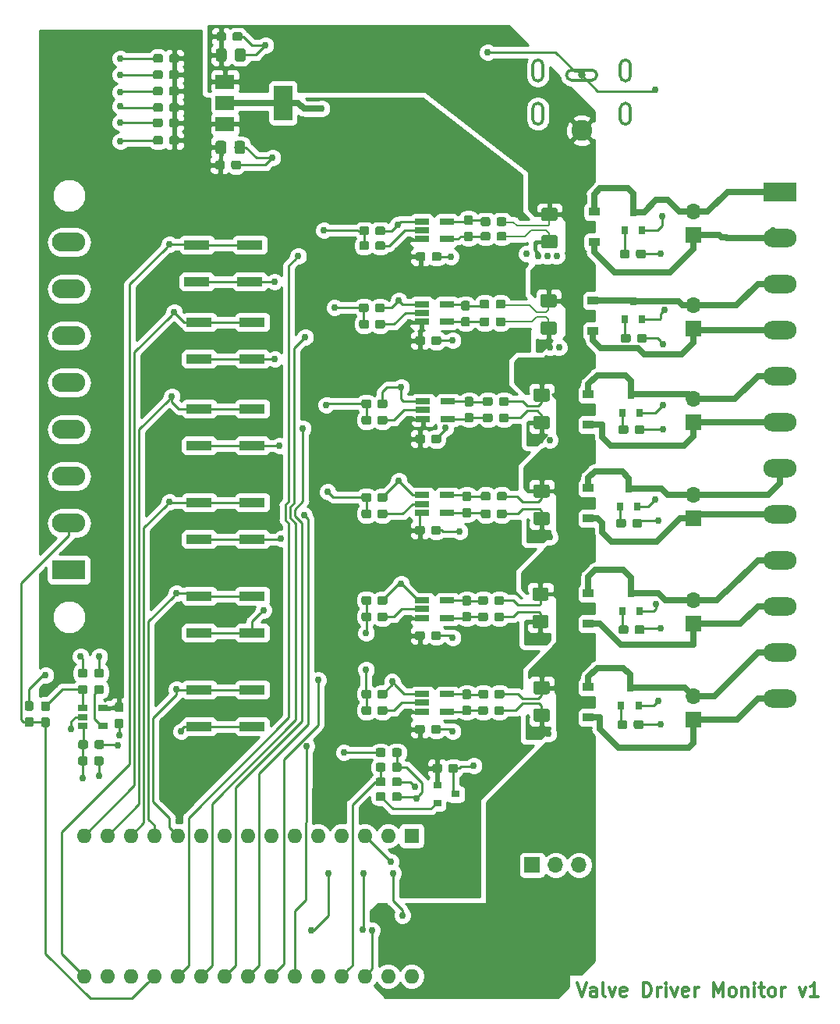
<source format=gbr>
G04 #@! TF.GenerationSoftware,KiCad,Pcbnew,(5.0.0)*
G04 #@! TF.CreationDate,2020-11-12T02:24:05-08:00*
G04 #@! TF.ProjectId,Valve_Driver_ArduinoNano,56616C76655F4472697665725F417264,rev?*
G04 #@! TF.SameCoordinates,Original*
G04 #@! TF.FileFunction,Copper,L1,Top,Signal*
G04 #@! TF.FilePolarity,Positive*
%FSLAX46Y46*%
G04 Gerber Fmt 4.6, Leading zero omitted, Abs format (unit mm)*
G04 Created by KiCad (PCBNEW (5.0.0)) date 11/12/20 02:24:05*
%MOMM*%
%LPD*%
G01*
G04 APERTURE LIST*
G04 #@! TA.AperFunction,NonConductor*
%ADD10C,0.300000*%
G04 #@! TD*
G04 #@! TA.AperFunction,EtchedComponent*
%ADD11C,0.300000*%
G04 #@! TD*
G04 #@! TA.AperFunction,ComponentPad*
%ADD12R,3.600000X2.080000*%
G04 #@! TD*
G04 #@! TA.AperFunction,ComponentPad*
%ADD13O,3.600000X2.080000*%
G04 #@! TD*
G04 #@! TA.AperFunction,SMDPad,CuDef*
%ADD14R,2.750000X1.000000*%
G04 #@! TD*
G04 #@! TA.AperFunction,ComponentPad*
%ADD15R,3.600000X2.000000*%
G04 #@! TD*
G04 #@! TA.AperFunction,ComponentPad*
%ADD16O,3.600000X2.000000*%
G04 #@! TD*
G04 #@! TA.AperFunction,ComponentPad*
%ADD17O,1.700000X1.700000*%
G04 #@! TD*
G04 #@! TA.AperFunction,ComponentPad*
%ADD18R,1.700000X1.700000*%
G04 #@! TD*
G04 #@! TA.AperFunction,SMDPad,CuDef*
%ADD19R,1.200000X0.900000*%
G04 #@! TD*
G04 #@! TA.AperFunction,SMDPad,CuDef*
%ADD20R,1.060000X0.650000*%
G04 #@! TD*
G04 #@! TA.AperFunction,SMDPad,CuDef*
%ADD21R,0.635000X0.100000*%
G04 #@! TD*
G04 #@! TA.AperFunction,ComponentPad*
%ADD22C,2.250000*%
G04 #@! TD*
G04 #@! TA.AperFunction,ComponentPad*
%ADD23C,0.800000*%
G04 #@! TD*
G04 #@! TA.AperFunction,SMDPad,CuDef*
%ADD24R,0.800000X0.900000*%
G04 #@! TD*
G04 #@! TA.AperFunction,SMDPad,CuDef*
%ADD25R,1.560000X0.650000*%
G04 #@! TD*
G04 #@! TA.AperFunction,Conductor*
%ADD26C,0.100000*%
G04 #@! TD*
G04 #@! TA.AperFunction,SMDPad,CuDef*
%ADD27C,1.425000*%
G04 #@! TD*
G04 #@! TA.AperFunction,SMDPad,CuDef*
%ADD28C,0.950000*%
G04 #@! TD*
G04 #@! TA.AperFunction,SMDPad,CuDef*
%ADD29C,1.150000*%
G04 #@! TD*
G04 #@! TA.AperFunction,SMDPad,CuDef*
%ADD30R,2.000000X3.800000*%
G04 #@! TD*
G04 #@! TA.AperFunction,SMDPad,CuDef*
%ADD31R,2.000000X1.500000*%
G04 #@! TD*
G04 #@! TA.AperFunction,SMDPad,CuDef*
%ADD32R,0.900000X0.800000*%
G04 #@! TD*
G04 #@! TA.AperFunction,ComponentPad*
%ADD33O,1.600000X1.600000*%
G04 #@! TD*
G04 #@! TA.AperFunction,ComponentPad*
%ADD34R,1.600000X1.600000*%
G04 #@! TD*
G04 #@! TA.AperFunction,ViaPad*
%ADD35C,0.762000*%
G04 #@! TD*
G04 #@! TA.AperFunction,Conductor*
%ADD36C,0.254000*%
G04 #@! TD*
G04 #@! TA.AperFunction,Conductor*
%ADD37C,0.635000*%
G04 #@! TD*
G04 #@! TA.AperFunction,Conductor*
%ADD38C,0.203200*%
G04 #@! TD*
G04 APERTURE END LIST*
D10*
X88929428Y-144085571D02*
X89429428Y-145585571D01*
X89929428Y-144085571D01*
X91072285Y-145585571D02*
X91072285Y-144799857D01*
X91000857Y-144657000D01*
X90858000Y-144585571D01*
X90572285Y-144585571D01*
X90429428Y-144657000D01*
X91072285Y-145514142D02*
X90929428Y-145585571D01*
X90572285Y-145585571D01*
X90429428Y-145514142D01*
X90358000Y-145371285D01*
X90358000Y-145228428D01*
X90429428Y-145085571D01*
X90572285Y-145014142D01*
X90929428Y-145014142D01*
X91072285Y-144942714D01*
X92000857Y-145585571D02*
X91858000Y-145514142D01*
X91786571Y-145371285D01*
X91786571Y-144085571D01*
X92429428Y-144585571D02*
X92786571Y-145585571D01*
X93143714Y-144585571D01*
X94286571Y-145514142D02*
X94143714Y-145585571D01*
X93858000Y-145585571D01*
X93715142Y-145514142D01*
X93643714Y-145371285D01*
X93643714Y-144799857D01*
X93715142Y-144657000D01*
X93858000Y-144585571D01*
X94143714Y-144585571D01*
X94286571Y-144657000D01*
X94358000Y-144799857D01*
X94358000Y-144942714D01*
X93643714Y-145085571D01*
X96143714Y-145585571D02*
X96143714Y-144085571D01*
X96500857Y-144085571D01*
X96715142Y-144157000D01*
X96858000Y-144299857D01*
X96929428Y-144442714D01*
X97000857Y-144728428D01*
X97000857Y-144942714D01*
X96929428Y-145228428D01*
X96858000Y-145371285D01*
X96715142Y-145514142D01*
X96500857Y-145585571D01*
X96143714Y-145585571D01*
X97643714Y-145585571D02*
X97643714Y-144585571D01*
X97643714Y-144871285D02*
X97715142Y-144728428D01*
X97786571Y-144657000D01*
X97929428Y-144585571D01*
X98072285Y-144585571D01*
X98572285Y-145585571D02*
X98572285Y-144585571D01*
X98572285Y-144085571D02*
X98500857Y-144157000D01*
X98572285Y-144228428D01*
X98643714Y-144157000D01*
X98572285Y-144085571D01*
X98572285Y-144228428D01*
X99143714Y-144585571D02*
X99500857Y-145585571D01*
X99858000Y-144585571D01*
X101000857Y-145514142D02*
X100858000Y-145585571D01*
X100572285Y-145585571D01*
X100429428Y-145514142D01*
X100358000Y-145371285D01*
X100358000Y-144799857D01*
X100429428Y-144657000D01*
X100572285Y-144585571D01*
X100858000Y-144585571D01*
X101000857Y-144657000D01*
X101072285Y-144799857D01*
X101072285Y-144942714D01*
X100358000Y-145085571D01*
X101715142Y-145585571D02*
X101715142Y-144585571D01*
X101715142Y-144871285D02*
X101786571Y-144728428D01*
X101858000Y-144657000D01*
X102000857Y-144585571D01*
X102143714Y-144585571D01*
X103786571Y-145585571D02*
X103786571Y-144085571D01*
X104286571Y-145157000D01*
X104786571Y-144085571D01*
X104786571Y-145585571D01*
X105715142Y-145585571D02*
X105572285Y-145514142D01*
X105500857Y-145442714D01*
X105429428Y-145299857D01*
X105429428Y-144871285D01*
X105500857Y-144728428D01*
X105572285Y-144657000D01*
X105715142Y-144585571D01*
X105929428Y-144585571D01*
X106072285Y-144657000D01*
X106143714Y-144728428D01*
X106215142Y-144871285D01*
X106215142Y-145299857D01*
X106143714Y-145442714D01*
X106072285Y-145514142D01*
X105929428Y-145585571D01*
X105715142Y-145585571D01*
X106858000Y-144585571D02*
X106858000Y-145585571D01*
X106858000Y-144728428D02*
X106929428Y-144657000D01*
X107072285Y-144585571D01*
X107286571Y-144585571D01*
X107429428Y-144657000D01*
X107500857Y-144799857D01*
X107500857Y-145585571D01*
X108215142Y-145585571D02*
X108215142Y-144585571D01*
X108215142Y-144085571D02*
X108143714Y-144157000D01*
X108215142Y-144228428D01*
X108286571Y-144157000D01*
X108215142Y-144085571D01*
X108215142Y-144228428D01*
X108715142Y-144585571D02*
X109286571Y-144585571D01*
X108929428Y-144085571D02*
X108929428Y-145371285D01*
X109000857Y-145514142D01*
X109143714Y-145585571D01*
X109286571Y-145585571D01*
X110000857Y-145585571D02*
X109858000Y-145514142D01*
X109786571Y-145442714D01*
X109715142Y-145299857D01*
X109715142Y-144871285D01*
X109786571Y-144728428D01*
X109858000Y-144657000D01*
X110000857Y-144585571D01*
X110215142Y-144585571D01*
X110358000Y-144657000D01*
X110429428Y-144728428D01*
X110500857Y-144871285D01*
X110500857Y-145299857D01*
X110429428Y-145442714D01*
X110358000Y-145514142D01*
X110215142Y-145585571D01*
X110000857Y-145585571D01*
X111143714Y-145585571D02*
X111143714Y-144585571D01*
X111143714Y-144871285D02*
X111215142Y-144728428D01*
X111286571Y-144657000D01*
X111429428Y-144585571D01*
X111572285Y-144585571D01*
X113072285Y-144585571D02*
X113429428Y-145585571D01*
X113786571Y-144585571D01*
X115143714Y-145585571D02*
X114286571Y-145585571D01*
X114715142Y-145585571D02*
X114715142Y-144085571D01*
X114572285Y-144299857D01*
X114429428Y-144442714D01*
X114286571Y-144514142D01*
D11*
G04 #@! TO.C,J1*
X94191000Y-50978000D02*
G75*
G02X93641000Y-50428000I0J550000D01*
G01*
X94741000Y-50428000D02*
G75*
G02X94191000Y-50978000I-550000J0D01*
G01*
X94741000Y-49228000D02*
X94741000Y-50428000D01*
X94191000Y-48678000D02*
G75*
G02X94741000Y-49228000I0J-550000D01*
G01*
X93641000Y-49228000D02*
G75*
G02X94191000Y-48678000I550000J0D01*
G01*
X93641000Y-50428000D02*
X93641000Y-49228000D01*
X84691000Y-50978000D02*
G75*
G02X84141000Y-50428000I0J550000D01*
G01*
X85241000Y-50428000D02*
G75*
G02X84691000Y-50978000I-550000J0D01*
G01*
X85241000Y-49228000D02*
X85241000Y-50428000D01*
X84691000Y-48678000D02*
G75*
G02X85241000Y-49228000I0J-550000D01*
G01*
X84141000Y-49228000D02*
G75*
G02X84691000Y-48678000I550000J0D01*
G01*
X84141000Y-50428000D02*
X84141000Y-49228000D01*
X94191000Y-46278000D02*
G75*
G02X93641000Y-45728000I0J550000D01*
G01*
X94741000Y-45728000D02*
G75*
G02X94191000Y-46278000I-550000J0D01*
G01*
X94741000Y-44528000D02*
X94741000Y-45728000D01*
X94191000Y-43978000D02*
G75*
G02X94741000Y-44528000I0J-550000D01*
G01*
X93641000Y-44528000D02*
G75*
G02X94191000Y-43978000I550000J0D01*
G01*
X93641000Y-45728000D02*
X93641000Y-44528000D01*
X91091000Y-45628000D02*
G75*
G02X90541000Y-46178000I-550000J0D01*
G01*
X90541000Y-45078000D02*
G75*
G02X91091000Y-45628000I0J-550000D01*
G01*
X88341000Y-45078000D02*
X90541000Y-45078000D01*
X87791000Y-45628000D02*
G75*
G02X88341000Y-45078000I550000J0D01*
G01*
X88341000Y-46178000D02*
G75*
G02X87791000Y-45628000I0J550000D01*
G01*
X90541000Y-46178000D02*
X88341000Y-46178000D01*
X84691000Y-46278000D02*
G75*
G02X84141000Y-45728000I0J550000D01*
G01*
X85241000Y-45728000D02*
G75*
G02X84691000Y-46278000I-550000J0D01*
G01*
X85241000Y-44528000D02*
X85241000Y-45728000D01*
X84691000Y-43978000D02*
G75*
G02X85241000Y-44528000I0J-550000D01*
G01*
X84141000Y-44528000D02*
G75*
G02X84691000Y-43978000I550000J0D01*
G01*
X84141000Y-45728000D02*
X84141000Y-44528000D01*
G04 #@! TD*
D12*
G04 #@! TO.P,J10,1*
G04 #@! TO.N,GND*
X33782000Y-99314000D03*
D13*
G04 #@! TO.P,J10,2*
G04 #@! TO.N,/VALVE_V*
X33782000Y-94234000D03*
G04 #@! TO.P,J10,3*
G04 #@! TO.N,/AIR_D_On*
X33782000Y-89154000D03*
G04 #@! TO.P,J10,4*
G04 #@! TO.N,/FWB_On*
X33782000Y-84074000D03*
G04 #@! TO.P,J10,5*
G04 #@! TO.N,/FWA_On*
X33782000Y-78994000D03*
G04 #@! TO.P,J10,6*
G04 #@! TO.N,/Pur_On*
X33782000Y-73914000D03*
G04 #@! TO.P,J10,7*
G04 #@! TO.N,/EQ_On*
X33782000Y-68834000D03*
G04 #@! TO.P,J10,8*
G04 #@! TO.N,/OCD_On*
X33782000Y-63754000D03*
G04 #@! TD*
D14*
G04 #@! TO.P,SW1,2*
G04 #@! TO.N,GND*
X53426000Y-68040000D03*
X47666000Y-68040000D03*
G04 #@! TO.P,SW1,1*
G04 #@! TO.N,/OCD_On*
X47666000Y-64040000D03*
X53426000Y-64040000D03*
G04 #@! TD*
G04 #@! TO.P,SW2,1*
G04 #@! TO.N,/EQ_On*
X53680000Y-72422000D03*
X47920000Y-72422000D03*
G04 #@! TO.P,SW2,2*
G04 #@! TO.N,GND*
X47920000Y-76422000D03*
X53680000Y-76422000D03*
G04 #@! TD*
G04 #@! TO.P,SW3,2*
G04 #@! TO.N,GND*
X53680000Y-106140000D03*
X47920000Y-106140000D03*
G04 #@! TO.P,SW3,1*
G04 #@! TO.N,/FWB_On*
X47920000Y-102140000D03*
X53680000Y-102140000D03*
G04 #@! TD*
G04 #@! TO.P,SW4,1*
G04 #@! TO.N,/FWA_On*
X53680000Y-91980000D03*
X47920000Y-91980000D03*
G04 #@! TO.P,SW4,2*
G04 #@! TO.N,GND*
X47920000Y-95980000D03*
X53680000Y-95980000D03*
G04 #@! TD*
G04 #@! TO.P,SW5,2*
G04 #@! TO.N,GND*
X53680000Y-85820000D03*
X47920000Y-85820000D03*
G04 #@! TO.P,SW5,1*
G04 #@! TO.N,/Pur_On*
X47920000Y-81820000D03*
X53680000Y-81820000D03*
G04 #@! TD*
G04 #@! TO.P,SW6,1*
G04 #@! TO.N,/AIR_D_On*
X53680000Y-112300000D03*
X47920000Y-112300000D03*
G04 #@! TO.P,SW6,2*
G04 #@! TO.N,GND*
X47920000Y-116300000D03*
X53680000Y-116300000D03*
G04 #@! TD*
D15*
G04 #@! TO.P,J7,1*
G04 #@! TO.N,/OCD_RTN*
X110998000Y-58284000D03*
D16*
G04 #@! TO.P,J7,2*
G04 #@! TO.N,/OCD_VALVE*
X110998000Y-63284000D03*
G04 #@! TO.P,J7,3*
G04 #@! TO.N,/EQ_RTN*
X110998000Y-68284000D03*
G04 #@! TO.P,J7,4*
G04 #@! TO.N,/EQ_VALVE*
X110998000Y-73284000D03*
G04 #@! TO.P,J7,5*
G04 #@! TO.N,/PUR_RTN*
X110998000Y-78284000D03*
G04 #@! TO.P,J7,6*
G04 #@! TO.N,/PUR_VALVE*
X110998000Y-83284000D03*
G04 #@! TO.P,J7,7*
G04 #@! TO.N,/FWA_RTN*
X110998000Y-88284000D03*
G04 #@! TO.P,J7,8*
G04 #@! TO.N,/FWA_VALVE*
X110998000Y-93284000D03*
G04 #@! TO.P,J7,9*
G04 #@! TO.N,/FWB_RTN*
X110998000Y-98284000D03*
G04 #@! TO.P,J7,10*
G04 #@! TO.N,/FWB_VALVE*
X110998000Y-103284000D03*
G04 #@! TO.P,J7,11*
G04 #@! TO.N,/AIR_D_RTN*
X110998000Y-108284000D03*
G04 #@! TO.P,J7,12*
G04 #@! TO.N,/AIR_D_VALVE*
X110998000Y-113284000D03*
G04 #@! TD*
D17*
G04 #@! TO.P,J5,2*
G04 #@! TO.N,/AIR_D_RTN*
X101600000Y-113030000D03*
D18*
G04 #@! TO.P,J5,1*
G04 #@! TO.N,/AIR_D_VALVE*
X101600000Y-115570000D03*
G04 #@! TD*
G04 #@! TO.P,J3,1*
G04 #@! TO.N,/FWA_VALVE*
X101600000Y-93726000D03*
D17*
G04 #@! TO.P,J3,2*
G04 #@! TO.N,/FWA_RTN*
X101600000Y-91186000D03*
G04 #@! TD*
G04 #@! TO.P,J4,2*
G04 #@! TO.N,/FWB_RTN*
X101600000Y-102616000D03*
D18*
G04 #@! TO.P,J4,1*
G04 #@! TO.N,/FWB_VALVE*
X101600000Y-105156000D03*
G04 #@! TD*
G04 #@! TO.P,J9,1*
G04 #@! TO.N,/PUR_VALVE*
X101600000Y-83312000D03*
D17*
G04 #@! TO.P,J9,2*
G04 #@! TO.N,/PUR_RTN*
X101600000Y-80772000D03*
G04 #@! TD*
G04 #@! TO.P,J8,2*
G04 #@! TO.N,/EQ_RTN*
X101600000Y-70612000D03*
D18*
G04 #@! TO.P,J8,1*
G04 #@! TO.N,/EQ_VALVE*
X101600000Y-73152000D03*
G04 #@! TD*
G04 #@! TO.P,J6,1*
G04 #@! TO.N,/OCD_VALVE*
X101600000Y-62992000D03*
D17*
G04 #@! TO.P,J6,2*
G04 #@! TO.N,/OCD_RTN*
X101600000Y-60452000D03*
G04 #@! TD*
D19*
G04 #@! TO.P,D4,2*
G04 #@! TO.N,/OCD_RTN*
X90805000Y-60452000D03*
G04 #@! TO.P,D4,1*
G04 #@! TO.N,/OCD_VALVE*
X90805000Y-63752000D03*
G04 #@! TD*
G04 #@! TO.P,D5,1*
G04 #@! TO.N,/EQ_VALVE*
X90678000Y-73406000D03*
G04 #@! TO.P,D5,2*
G04 #@! TO.N,/EQ_RTN*
X90678000Y-70106000D03*
G04 #@! TD*
G04 #@! TO.P,D6,2*
G04 #@! TO.N,/PUR_RTN*
X90170000Y-80266000D03*
G04 #@! TO.P,D6,1*
G04 #@! TO.N,/PUR_VALVE*
X90170000Y-83566000D03*
G04 #@! TD*
G04 #@! TO.P,D3,1*
G04 #@! TO.N,/AIR_D_VALVE*
X90170000Y-115316000D03*
G04 #@! TO.P,D3,2*
G04 #@! TO.N,/AIR_D_RTN*
X90170000Y-112016000D03*
G04 #@! TD*
G04 #@! TO.P,D2,2*
G04 #@! TO.N,/FWB_RTN*
X90170000Y-101856000D03*
G04 #@! TO.P,D2,1*
G04 #@! TO.N,/FWB_VALVE*
X90170000Y-105156000D03*
G04 #@! TD*
G04 #@! TO.P,D1,1*
G04 #@! TO.N,/FWA_VALVE*
X90170000Y-93726000D03*
G04 #@! TO.P,D1,2*
G04 #@! TO.N,/FWA_RTN*
X90170000Y-90426000D03*
G04 #@! TD*
D20*
G04 #@! TO.P,U1,1*
G04 #@! TO.N,Net-(R2-Pad1)*
X35296588Y-114316874D03*
G04 #@! TO.P,U1,2*
G04 #@! TO.N,GND*
X35296588Y-115266874D03*
G04 #@! TO.P,U1,3*
G04 #@! TO.N,Net-(C11-Pad1)*
X35296588Y-116216874D03*
G04 #@! TO.P,U1,4*
G04 #@! TO.N,Net-(R4-Pad1)*
X37496588Y-116216874D03*
G04 #@! TO.P,U1,5*
G04 #@! TO.N,+5V*
X37496588Y-114316874D03*
G04 #@! TD*
D21*
G04 #@! TO.P,J1,2*
G04 #@! TO.N,GND*
X89641000Y-45128000D03*
D22*
G04 #@! TO.P,J1,1*
G04 #@! TO.N,/INPUT_POWER*
X89441000Y-51628000D03*
D23*
G04 #@! TO.P,J1,2*
G04 #@! TO.N,GND*
X89441000Y-45628000D03*
G04 #@! TD*
D24*
G04 #@! TO.P,Q13,3*
G04 #@! TO.N,/EQ_RTN*
X95062000Y-70136000D03*
G04 #@! TO.P,Q13,2*
G04 #@! TO.N,GND*
X96012000Y-72136000D03*
G04 #@! TO.P,Q13,1*
G04 #@! TO.N,Net-(Q13-Pad1)*
X94112000Y-72136000D03*
G04 #@! TD*
D25*
G04 #@! TO.P,U4,5*
G04 #@! TO.N,Net-(C6-Pad2)*
X74786000Y-70485000D03*
G04 #@! TO.P,U4,4*
G04 #@! TO.N,Net-(C6-Pad1)*
X74786000Y-72385000D03*
G04 #@! TO.P,U4,3*
G04 #@! TO.N,+5V*
X72086000Y-72385000D03*
G04 #@! TO.P,U4,2*
G04 #@! TO.N,Net-(R15-Pad2)*
X72086000Y-71435000D03*
G04 #@! TO.P,U4,1*
G04 #@! TO.N,GND*
X72086000Y-70485000D03*
G04 #@! TD*
D26*
G04 #@! TO.N,/EQ_VALVE*
G04 #@! TO.C,R14*
G36*
X86501504Y-72367704D02*
X86525773Y-72371304D01*
X86549571Y-72377265D01*
X86572671Y-72385530D01*
X86594849Y-72396020D01*
X86615893Y-72408633D01*
X86635598Y-72423247D01*
X86653777Y-72439723D01*
X86670253Y-72457902D01*
X86684867Y-72477607D01*
X86697480Y-72498651D01*
X86707970Y-72520829D01*
X86716235Y-72543929D01*
X86722196Y-72567727D01*
X86725796Y-72591996D01*
X86727000Y-72616500D01*
X86727000Y-73541500D01*
X86725796Y-73566004D01*
X86722196Y-73590273D01*
X86716235Y-73614071D01*
X86707970Y-73637171D01*
X86697480Y-73659349D01*
X86684867Y-73680393D01*
X86670253Y-73700098D01*
X86653777Y-73718277D01*
X86635598Y-73734753D01*
X86615893Y-73749367D01*
X86594849Y-73761980D01*
X86572671Y-73772470D01*
X86549571Y-73780735D01*
X86525773Y-73786696D01*
X86501504Y-73790296D01*
X86477000Y-73791500D01*
X85227000Y-73791500D01*
X85202496Y-73790296D01*
X85178227Y-73786696D01*
X85154429Y-73780735D01*
X85131329Y-73772470D01*
X85109151Y-73761980D01*
X85088107Y-73749367D01*
X85068402Y-73734753D01*
X85050223Y-73718277D01*
X85033747Y-73700098D01*
X85019133Y-73680393D01*
X85006520Y-73659349D01*
X84996030Y-73637171D01*
X84987765Y-73614071D01*
X84981804Y-73590273D01*
X84978204Y-73566004D01*
X84977000Y-73541500D01*
X84977000Y-72616500D01*
X84978204Y-72591996D01*
X84981804Y-72567727D01*
X84987765Y-72543929D01*
X84996030Y-72520829D01*
X85006520Y-72498651D01*
X85019133Y-72477607D01*
X85033747Y-72457902D01*
X85050223Y-72439723D01*
X85068402Y-72423247D01*
X85088107Y-72408633D01*
X85109151Y-72396020D01*
X85131329Y-72385530D01*
X85154429Y-72377265D01*
X85178227Y-72371304D01*
X85202496Y-72367704D01*
X85227000Y-72366500D01*
X86477000Y-72366500D01*
X86501504Y-72367704D01*
X86501504Y-72367704D01*
G37*
D27*
G04 #@! TD*
G04 #@! TO.P,R14,1*
G04 #@! TO.N,/EQ_VALVE*
X85852000Y-73079000D03*
D26*
G04 #@! TO.N,/INPUT_POWER*
G04 #@! TO.C,R14*
G36*
X86501504Y-69392704D02*
X86525773Y-69396304D01*
X86549571Y-69402265D01*
X86572671Y-69410530D01*
X86594849Y-69421020D01*
X86615893Y-69433633D01*
X86635598Y-69448247D01*
X86653777Y-69464723D01*
X86670253Y-69482902D01*
X86684867Y-69502607D01*
X86697480Y-69523651D01*
X86707970Y-69545829D01*
X86716235Y-69568929D01*
X86722196Y-69592727D01*
X86725796Y-69616996D01*
X86727000Y-69641500D01*
X86727000Y-70566500D01*
X86725796Y-70591004D01*
X86722196Y-70615273D01*
X86716235Y-70639071D01*
X86707970Y-70662171D01*
X86697480Y-70684349D01*
X86684867Y-70705393D01*
X86670253Y-70725098D01*
X86653777Y-70743277D01*
X86635598Y-70759753D01*
X86615893Y-70774367D01*
X86594849Y-70786980D01*
X86572671Y-70797470D01*
X86549571Y-70805735D01*
X86525773Y-70811696D01*
X86501504Y-70815296D01*
X86477000Y-70816500D01*
X85227000Y-70816500D01*
X85202496Y-70815296D01*
X85178227Y-70811696D01*
X85154429Y-70805735D01*
X85131329Y-70797470D01*
X85109151Y-70786980D01*
X85088107Y-70774367D01*
X85068402Y-70759753D01*
X85050223Y-70743277D01*
X85033747Y-70725098D01*
X85019133Y-70705393D01*
X85006520Y-70684349D01*
X84996030Y-70662171D01*
X84987765Y-70639071D01*
X84981804Y-70615273D01*
X84978204Y-70591004D01*
X84977000Y-70566500D01*
X84977000Y-69641500D01*
X84978204Y-69616996D01*
X84981804Y-69592727D01*
X84987765Y-69568929D01*
X84996030Y-69545829D01*
X85006520Y-69523651D01*
X85019133Y-69502607D01*
X85033747Y-69482902D01*
X85050223Y-69464723D01*
X85068402Y-69448247D01*
X85088107Y-69433633D01*
X85109151Y-69421020D01*
X85131329Y-69410530D01*
X85154429Y-69402265D01*
X85178227Y-69396304D01*
X85202496Y-69392704D01*
X85227000Y-69391500D01*
X86477000Y-69391500D01*
X86501504Y-69392704D01*
X86501504Y-69392704D01*
G37*
D27*
G04 #@! TD*
G04 #@! TO.P,R14,2*
G04 #@! TO.N,/INPUT_POWER*
X85852000Y-70104000D03*
D26*
G04 #@! TO.N,Net-(C6-Pad2)*
G04 #@! TO.C,R20*
G36*
X79205779Y-70011144D02*
X79228834Y-70014563D01*
X79251443Y-70020227D01*
X79273387Y-70028079D01*
X79294457Y-70038044D01*
X79314448Y-70050026D01*
X79333168Y-70063910D01*
X79350438Y-70079562D01*
X79366090Y-70096832D01*
X79379974Y-70115552D01*
X79391956Y-70135543D01*
X79401921Y-70156613D01*
X79409773Y-70178557D01*
X79415437Y-70201166D01*
X79418856Y-70224221D01*
X79420000Y-70247500D01*
X79420000Y-70722500D01*
X79418856Y-70745779D01*
X79415437Y-70768834D01*
X79409773Y-70791443D01*
X79401921Y-70813387D01*
X79391956Y-70834457D01*
X79379974Y-70854448D01*
X79366090Y-70873168D01*
X79350438Y-70890438D01*
X79333168Y-70906090D01*
X79314448Y-70919974D01*
X79294457Y-70931956D01*
X79273387Y-70941921D01*
X79251443Y-70949773D01*
X79228834Y-70955437D01*
X79205779Y-70958856D01*
X79182500Y-70960000D01*
X78607500Y-70960000D01*
X78584221Y-70958856D01*
X78561166Y-70955437D01*
X78538557Y-70949773D01*
X78516613Y-70941921D01*
X78495543Y-70931956D01*
X78475552Y-70919974D01*
X78456832Y-70906090D01*
X78439562Y-70890438D01*
X78423910Y-70873168D01*
X78410026Y-70854448D01*
X78398044Y-70834457D01*
X78388079Y-70813387D01*
X78380227Y-70791443D01*
X78374563Y-70768834D01*
X78371144Y-70745779D01*
X78370000Y-70722500D01*
X78370000Y-70247500D01*
X78371144Y-70224221D01*
X78374563Y-70201166D01*
X78380227Y-70178557D01*
X78388079Y-70156613D01*
X78398044Y-70135543D01*
X78410026Y-70115552D01*
X78423910Y-70096832D01*
X78439562Y-70079562D01*
X78456832Y-70063910D01*
X78475552Y-70050026D01*
X78495543Y-70038044D01*
X78516613Y-70028079D01*
X78538557Y-70020227D01*
X78561166Y-70014563D01*
X78584221Y-70011144D01*
X78607500Y-70010000D01*
X79182500Y-70010000D01*
X79205779Y-70011144D01*
X79205779Y-70011144D01*
G37*
D28*
G04 #@! TD*
G04 #@! TO.P,R20,2*
G04 #@! TO.N,Net-(C6-Pad2)*
X78895000Y-70485000D03*
D26*
G04 #@! TO.N,/INPUT_POWER*
G04 #@! TO.C,R20*
G36*
X80955779Y-70011144D02*
X80978834Y-70014563D01*
X81001443Y-70020227D01*
X81023387Y-70028079D01*
X81044457Y-70038044D01*
X81064448Y-70050026D01*
X81083168Y-70063910D01*
X81100438Y-70079562D01*
X81116090Y-70096832D01*
X81129974Y-70115552D01*
X81141956Y-70135543D01*
X81151921Y-70156613D01*
X81159773Y-70178557D01*
X81165437Y-70201166D01*
X81168856Y-70224221D01*
X81170000Y-70247500D01*
X81170000Y-70722500D01*
X81168856Y-70745779D01*
X81165437Y-70768834D01*
X81159773Y-70791443D01*
X81151921Y-70813387D01*
X81141956Y-70834457D01*
X81129974Y-70854448D01*
X81116090Y-70873168D01*
X81100438Y-70890438D01*
X81083168Y-70906090D01*
X81064448Y-70919974D01*
X81044457Y-70931956D01*
X81023387Y-70941921D01*
X81001443Y-70949773D01*
X80978834Y-70955437D01*
X80955779Y-70958856D01*
X80932500Y-70960000D01*
X80357500Y-70960000D01*
X80334221Y-70958856D01*
X80311166Y-70955437D01*
X80288557Y-70949773D01*
X80266613Y-70941921D01*
X80245543Y-70931956D01*
X80225552Y-70919974D01*
X80206832Y-70906090D01*
X80189562Y-70890438D01*
X80173910Y-70873168D01*
X80160026Y-70854448D01*
X80148044Y-70834457D01*
X80138079Y-70813387D01*
X80130227Y-70791443D01*
X80124563Y-70768834D01*
X80121144Y-70745779D01*
X80120000Y-70722500D01*
X80120000Y-70247500D01*
X80121144Y-70224221D01*
X80124563Y-70201166D01*
X80130227Y-70178557D01*
X80138079Y-70156613D01*
X80148044Y-70135543D01*
X80160026Y-70115552D01*
X80173910Y-70096832D01*
X80189562Y-70079562D01*
X80206832Y-70063910D01*
X80225552Y-70050026D01*
X80245543Y-70038044D01*
X80266613Y-70028079D01*
X80288557Y-70020227D01*
X80311166Y-70014563D01*
X80334221Y-70011144D01*
X80357500Y-70010000D01*
X80932500Y-70010000D01*
X80955779Y-70011144D01*
X80955779Y-70011144D01*
G37*
D28*
G04 #@! TD*
G04 #@! TO.P,R20,1*
G04 #@! TO.N,/INPUT_POWER*
X80645000Y-70485000D03*
D26*
G04 #@! TO.N,GND*
G04 #@! TO.C,C2*
G36*
X73970779Y-73948144D02*
X73993834Y-73951563D01*
X74016443Y-73957227D01*
X74038387Y-73965079D01*
X74059457Y-73975044D01*
X74079448Y-73987026D01*
X74098168Y-74000910D01*
X74115438Y-74016562D01*
X74131090Y-74033832D01*
X74144974Y-74052552D01*
X74156956Y-74072543D01*
X74166921Y-74093613D01*
X74174773Y-74115557D01*
X74180437Y-74138166D01*
X74183856Y-74161221D01*
X74185000Y-74184500D01*
X74185000Y-74659500D01*
X74183856Y-74682779D01*
X74180437Y-74705834D01*
X74174773Y-74728443D01*
X74166921Y-74750387D01*
X74156956Y-74771457D01*
X74144974Y-74791448D01*
X74131090Y-74810168D01*
X74115438Y-74827438D01*
X74098168Y-74843090D01*
X74079448Y-74856974D01*
X74059457Y-74868956D01*
X74038387Y-74878921D01*
X74016443Y-74886773D01*
X73993834Y-74892437D01*
X73970779Y-74895856D01*
X73947500Y-74897000D01*
X73372500Y-74897000D01*
X73349221Y-74895856D01*
X73326166Y-74892437D01*
X73303557Y-74886773D01*
X73281613Y-74878921D01*
X73260543Y-74868956D01*
X73240552Y-74856974D01*
X73221832Y-74843090D01*
X73204562Y-74827438D01*
X73188910Y-74810168D01*
X73175026Y-74791448D01*
X73163044Y-74771457D01*
X73153079Y-74750387D01*
X73145227Y-74728443D01*
X73139563Y-74705834D01*
X73136144Y-74682779D01*
X73135000Y-74659500D01*
X73135000Y-74184500D01*
X73136144Y-74161221D01*
X73139563Y-74138166D01*
X73145227Y-74115557D01*
X73153079Y-74093613D01*
X73163044Y-74072543D01*
X73175026Y-74052552D01*
X73188910Y-74033832D01*
X73204562Y-74016562D01*
X73221832Y-74000910D01*
X73240552Y-73987026D01*
X73260543Y-73975044D01*
X73281613Y-73965079D01*
X73303557Y-73957227D01*
X73326166Y-73951563D01*
X73349221Y-73948144D01*
X73372500Y-73947000D01*
X73947500Y-73947000D01*
X73970779Y-73948144D01*
X73970779Y-73948144D01*
G37*
D28*
G04 #@! TD*
G04 #@! TO.P,C2,2*
G04 #@! TO.N,GND*
X73660000Y-74422000D03*
D26*
G04 #@! TO.N,+5V*
G04 #@! TO.C,C2*
G36*
X72220779Y-73948144D02*
X72243834Y-73951563D01*
X72266443Y-73957227D01*
X72288387Y-73965079D01*
X72309457Y-73975044D01*
X72329448Y-73987026D01*
X72348168Y-74000910D01*
X72365438Y-74016562D01*
X72381090Y-74033832D01*
X72394974Y-74052552D01*
X72406956Y-74072543D01*
X72416921Y-74093613D01*
X72424773Y-74115557D01*
X72430437Y-74138166D01*
X72433856Y-74161221D01*
X72435000Y-74184500D01*
X72435000Y-74659500D01*
X72433856Y-74682779D01*
X72430437Y-74705834D01*
X72424773Y-74728443D01*
X72416921Y-74750387D01*
X72406956Y-74771457D01*
X72394974Y-74791448D01*
X72381090Y-74810168D01*
X72365438Y-74827438D01*
X72348168Y-74843090D01*
X72329448Y-74856974D01*
X72309457Y-74868956D01*
X72288387Y-74878921D01*
X72266443Y-74886773D01*
X72243834Y-74892437D01*
X72220779Y-74895856D01*
X72197500Y-74897000D01*
X71622500Y-74897000D01*
X71599221Y-74895856D01*
X71576166Y-74892437D01*
X71553557Y-74886773D01*
X71531613Y-74878921D01*
X71510543Y-74868956D01*
X71490552Y-74856974D01*
X71471832Y-74843090D01*
X71454562Y-74827438D01*
X71438910Y-74810168D01*
X71425026Y-74791448D01*
X71413044Y-74771457D01*
X71403079Y-74750387D01*
X71395227Y-74728443D01*
X71389563Y-74705834D01*
X71386144Y-74682779D01*
X71385000Y-74659500D01*
X71385000Y-74184500D01*
X71386144Y-74161221D01*
X71389563Y-74138166D01*
X71395227Y-74115557D01*
X71403079Y-74093613D01*
X71413044Y-74072543D01*
X71425026Y-74052552D01*
X71438910Y-74033832D01*
X71454562Y-74016562D01*
X71471832Y-74000910D01*
X71490552Y-73987026D01*
X71510543Y-73975044D01*
X71531613Y-73965079D01*
X71553557Y-73957227D01*
X71576166Y-73951563D01*
X71599221Y-73948144D01*
X71622500Y-73947000D01*
X72197500Y-73947000D01*
X72220779Y-73948144D01*
X72220779Y-73948144D01*
G37*
D28*
G04 #@! TD*
G04 #@! TO.P,C2,1*
G04 #@! TO.N,+5V*
X71910000Y-74422000D03*
D26*
G04 #@! TO.N,GND*
G04 #@! TO.C,C4*
G36*
X29715367Y-113534018D02*
X29738422Y-113537437D01*
X29761031Y-113543101D01*
X29782975Y-113550953D01*
X29804045Y-113560918D01*
X29824036Y-113572900D01*
X29842756Y-113586784D01*
X29860026Y-113602436D01*
X29875678Y-113619706D01*
X29889562Y-113638426D01*
X29901544Y-113658417D01*
X29911509Y-113679487D01*
X29919361Y-113701431D01*
X29925025Y-113724040D01*
X29928444Y-113747095D01*
X29929588Y-113770374D01*
X29929588Y-114345374D01*
X29928444Y-114368653D01*
X29925025Y-114391708D01*
X29919361Y-114414317D01*
X29911509Y-114436261D01*
X29901544Y-114457331D01*
X29889562Y-114477322D01*
X29875678Y-114496042D01*
X29860026Y-114513312D01*
X29842756Y-114528964D01*
X29824036Y-114542848D01*
X29804045Y-114554830D01*
X29782975Y-114564795D01*
X29761031Y-114572647D01*
X29738422Y-114578311D01*
X29715367Y-114581730D01*
X29692088Y-114582874D01*
X29217088Y-114582874D01*
X29193809Y-114581730D01*
X29170754Y-114578311D01*
X29148145Y-114572647D01*
X29126201Y-114564795D01*
X29105131Y-114554830D01*
X29085140Y-114542848D01*
X29066420Y-114528964D01*
X29049150Y-114513312D01*
X29033498Y-114496042D01*
X29019614Y-114477322D01*
X29007632Y-114457331D01*
X28997667Y-114436261D01*
X28989815Y-114414317D01*
X28984151Y-114391708D01*
X28980732Y-114368653D01*
X28979588Y-114345374D01*
X28979588Y-113770374D01*
X28980732Y-113747095D01*
X28984151Y-113724040D01*
X28989815Y-113701431D01*
X28997667Y-113679487D01*
X29007632Y-113658417D01*
X29019614Y-113638426D01*
X29033498Y-113619706D01*
X29049150Y-113602436D01*
X29066420Y-113586784D01*
X29085140Y-113572900D01*
X29105131Y-113560918D01*
X29126201Y-113550953D01*
X29148145Y-113543101D01*
X29170754Y-113537437D01*
X29193809Y-113534018D01*
X29217088Y-113532874D01*
X29692088Y-113532874D01*
X29715367Y-113534018D01*
X29715367Y-113534018D01*
G37*
D28*
G04 #@! TD*
G04 #@! TO.P,C4,2*
G04 #@! TO.N,GND*
X29454588Y-114057874D03*
D26*
G04 #@! TO.N,/VALVE_V*
G04 #@! TO.C,C4*
G36*
X29715367Y-115284018D02*
X29738422Y-115287437D01*
X29761031Y-115293101D01*
X29782975Y-115300953D01*
X29804045Y-115310918D01*
X29824036Y-115322900D01*
X29842756Y-115336784D01*
X29860026Y-115352436D01*
X29875678Y-115369706D01*
X29889562Y-115388426D01*
X29901544Y-115408417D01*
X29911509Y-115429487D01*
X29919361Y-115451431D01*
X29925025Y-115474040D01*
X29928444Y-115497095D01*
X29929588Y-115520374D01*
X29929588Y-116095374D01*
X29928444Y-116118653D01*
X29925025Y-116141708D01*
X29919361Y-116164317D01*
X29911509Y-116186261D01*
X29901544Y-116207331D01*
X29889562Y-116227322D01*
X29875678Y-116246042D01*
X29860026Y-116263312D01*
X29842756Y-116278964D01*
X29824036Y-116292848D01*
X29804045Y-116304830D01*
X29782975Y-116314795D01*
X29761031Y-116322647D01*
X29738422Y-116328311D01*
X29715367Y-116331730D01*
X29692088Y-116332874D01*
X29217088Y-116332874D01*
X29193809Y-116331730D01*
X29170754Y-116328311D01*
X29148145Y-116322647D01*
X29126201Y-116314795D01*
X29105131Y-116304830D01*
X29085140Y-116292848D01*
X29066420Y-116278964D01*
X29049150Y-116263312D01*
X29033498Y-116246042D01*
X29019614Y-116227322D01*
X29007632Y-116207331D01*
X28997667Y-116186261D01*
X28989815Y-116164317D01*
X28984151Y-116141708D01*
X28980732Y-116118653D01*
X28979588Y-116095374D01*
X28979588Y-115520374D01*
X28980732Y-115497095D01*
X28984151Y-115474040D01*
X28989815Y-115451431D01*
X28997667Y-115429487D01*
X29007632Y-115408417D01*
X29019614Y-115388426D01*
X29033498Y-115369706D01*
X29049150Y-115352436D01*
X29066420Y-115336784D01*
X29085140Y-115322900D01*
X29105131Y-115310918D01*
X29126201Y-115300953D01*
X29148145Y-115293101D01*
X29170754Y-115287437D01*
X29193809Y-115284018D01*
X29217088Y-115282874D01*
X29692088Y-115282874D01*
X29715367Y-115284018D01*
X29715367Y-115284018D01*
G37*
D28*
G04 #@! TD*
G04 #@! TO.P,C4,1*
G04 #@! TO.N,/VALVE_V*
X29454588Y-115807874D03*
D26*
G04 #@! TO.N,Net-(C6-Pad2)*
G04 #@! TO.C,C6*
G36*
X77095779Y-70116144D02*
X77118834Y-70119563D01*
X77141443Y-70125227D01*
X77163387Y-70133079D01*
X77184457Y-70143044D01*
X77204448Y-70155026D01*
X77223168Y-70168910D01*
X77240438Y-70184562D01*
X77256090Y-70201832D01*
X77269974Y-70220552D01*
X77281956Y-70240543D01*
X77291921Y-70261613D01*
X77299773Y-70283557D01*
X77305437Y-70306166D01*
X77308856Y-70329221D01*
X77310000Y-70352500D01*
X77310000Y-70927500D01*
X77308856Y-70950779D01*
X77305437Y-70973834D01*
X77299773Y-70996443D01*
X77291921Y-71018387D01*
X77281956Y-71039457D01*
X77269974Y-71059448D01*
X77256090Y-71078168D01*
X77240438Y-71095438D01*
X77223168Y-71111090D01*
X77204448Y-71124974D01*
X77184457Y-71136956D01*
X77163387Y-71146921D01*
X77141443Y-71154773D01*
X77118834Y-71160437D01*
X77095779Y-71163856D01*
X77072500Y-71165000D01*
X76597500Y-71165000D01*
X76574221Y-71163856D01*
X76551166Y-71160437D01*
X76528557Y-71154773D01*
X76506613Y-71146921D01*
X76485543Y-71136956D01*
X76465552Y-71124974D01*
X76446832Y-71111090D01*
X76429562Y-71095438D01*
X76413910Y-71078168D01*
X76400026Y-71059448D01*
X76388044Y-71039457D01*
X76378079Y-71018387D01*
X76370227Y-70996443D01*
X76364563Y-70973834D01*
X76361144Y-70950779D01*
X76360000Y-70927500D01*
X76360000Y-70352500D01*
X76361144Y-70329221D01*
X76364563Y-70306166D01*
X76370227Y-70283557D01*
X76378079Y-70261613D01*
X76388044Y-70240543D01*
X76400026Y-70220552D01*
X76413910Y-70201832D01*
X76429562Y-70184562D01*
X76446832Y-70168910D01*
X76465552Y-70155026D01*
X76485543Y-70143044D01*
X76506613Y-70133079D01*
X76528557Y-70125227D01*
X76551166Y-70119563D01*
X76574221Y-70116144D01*
X76597500Y-70115000D01*
X77072500Y-70115000D01*
X77095779Y-70116144D01*
X77095779Y-70116144D01*
G37*
D28*
G04 #@! TD*
G04 #@! TO.P,C6,2*
G04 #@! TO.N,Net-(C6-Pad2)*
X76835000Y-70640000D03*
D26*
G04 #@! TO.N,Net-(C6-Pad1)*
G04 #@! TO.C,C6*
G36*
X77095779Y-71866144D02*
X77118834Y-71869563D01*
X77141443Y-71875227D01*
X77163387Y-71883079D01*
X77184457Y-71893044D01*
X77204448Y-71905026D01*
X77223168Y-71918910D01*
X77240438Y-71934562D01*
X77256090Y-71951832D01*
X77269974Y-71970552D01*
X77281956Y-71990543D01*
X77291921Y-72011613D01*
X77299773Y-72033557D01*
X77305437Y-72056166D01*
X77308856Y-72079221D01*
X77310000Y-72102500D01*
X77310000Y-72677500D01*
X77308856Y-72700779D01*
X77305437Y-72723834D01*
X77299773Y-72746443D01*
X77291921Y-72768387D01*
X77281956Y-72789457D01*
X77269974Y-72809448D01*
X77256090Y-72828168D01*
X77240438Y-72845438D01*
X77223168Y-72861090D01*
X77204448Y-72874974D01*
X77184457Y-72886956D01*
X77163387Y-72896921D01*
X77141443Y-72904773D01*
X77118834Y-72910437D01*
X77095779Y-72913856D01*
X77072500Y-72915000D01*
X76597500Y-72915000D01*
X76574221Y-72913856D01*
X76551166Y-72910437D01*
X76528557Y-72904773D01*
X76506613Y-72896921D01*
X76485543Y-72886956D01*
X76465552Y-72874974D01*
X76446832Y-72861090D01*
X76429562Y-72845438D01*
X76413910Y-72828168D01*
X76400026Y-72809448D01*
X76388044Y-72789457D01*
X76378079Y-72768387D01*
X76370227Y-72746443D01*
X76364563Y-72723834D01*
X76361144Y-72700779D01*
X76360000Y-72677500D01*
X76360000Y-72102500D01*
X76361144Y-72079221D01*
X76364563Y-72056166D01*
X76370227Y-72033557D01*
X76378079Y-72011613D01*
X76388044Y-71990543D01*
X76400026Y-71970552D01*
X76413910Y-71951832D01*
X76429562Y-71934562D01*
X76446832Y-71918910D01*
X76465552Y-71905026D01*
X76485543Y-71893044D01*
X76506613Y-71883079D01*
X76528557Y-71875227D01*
X76551166Y-71869563D01*
X76574221Y-71866144D01*
X76597500Y-71865000D01*
X77072500Y-71865000D01*
X77095779Y-71866144D01*
X77095779Y-71866144D01*
G37*
D28*
G04 #@! TD*
G04 #@! TO.P,C6,1*
G04 #@! TO.N,Net-(C6-Pad1)*
X76835000Y-72390000D03*
D26*
G04 #@! TO.N,GND*
G04 #@! TO.C,C8*
G36*
X67846779Y-70392144D02*
X67869834Y-70395563D01*
X67892443Y-70401227D01*
X67914387Y-70409079D01*
X67935457Y-70419044D01*
X67955448Y-70431026D01*
X67974168Y-70444910D01*
X67991438Y-70460562D01*
X68007090Y-70477832D01*
X68020974Y-70496552D01*
X68032956Y-70516543D01*
X68042921Y-70537613D01*
X68050773Y-70559557D01*
X68056437Y-70582166D01*
X68059856Y-70605221D01*
X68061000Y-70628500D01*
X68061000Y-71103500D01*
X68059856Y-71126779D01*
X68056437Y-71149834D01*
X68050773Y-71172443D01*
X68042921Y-71194387D01*
X68032956Y-71215457D01*
X68020974Y-71235448D01*
X68007090Y-71254168D01*
X67991438Y-71271438D01*
X67974168Y-71287090D01*
X67955448Y-71300974D01*
X67935457Y-71312956D01*
X67914387Y-71322921D01*
X67892443Y-71330773D01*
X67869834Y-71336437D01*
X67846779Y-71339856D01*
X67823500Y-71341000D01*
X67248500Y-71341000D01*
X67225221Y-71339856D01*
X67202166Y-71336437D01*
X67179557Y-71330773D01*
X67157613Y-71322921D01*
X67136543Y-71312956D01*
X67116552Y-71300974D01*
X67097832Y-71287090D01*
X67080562Y-71271438D01*
X67064910Y-71254168D01*
X67051026Y-71235448D01*
X67039044Y-71215457D01*
X67029079Y-71194387D01*
X67021227Y-71172443D01*
X67015563Y-71149834D01*
X67012144Y-71126779D01*
X67011000Y-71103500D01*
X67011000Y-70628500D01*
X67012144Y-70605221D01*
X67015563Y-70582166D01*
X67021227Y-70559557D01*
X67029079Y-70537613D01*
X67039044Y-70516543D01*
X67051026Y-70496552D01*
X67064910Y-70477832D01*
X67080562Y-70460562D01*
X67097832Y-70444910D01*
X67116552Y-70431026D01*
X67136543Y-70419044D01*
X67157613Y-70409079D01*
X67179557Y-70401227D01*
X67202166Y-70395563D01*
X67225221Y-70392144D01*
X67248500Y-70391000D01*
X67823500Y-70391000D01*
X67846779Y-70392144D01*
X67846779Y-70392144D01*
G37*
D28*
G04 #@! TD*
G04 #@! TO.P,C8,2*
G04 #@! TO.N,GND*
X67536000Y-70866000D03*
D26*
G04 #@! TO.N,/EQ_CURR*
G04 #@! TO.C,C8*
G36*
X66096779Y-70392144D02*
X66119834Y-70395563D01*
X66142443Y-70401227D01*
X66164387Y-70409079D01*
X66185457Y-70419044D01*
X66205448Y-70431026D01*
X66224168Y-70444910D01*
X66241438Y-70460562D01*
X66257090Y-70477832D01*
X66270974Y-70496552D01*
X66282956Y-70516543D01*
X66292921Y-70537613D01*
X66300773Y-70559557D01*
X66306437Y-70582166D01*
X66309856Y-70605221D01*
X66311000Y-70628500D01*
X66311000Y-71103500D01*
X66309856Y-71126779D01*
X66306437Y-71149834D01*
X66300773Y-71172443D01*
X66292921Y-71194387D01*
X66282956Y-71215457D01*
X66270974Y-71235448D01*
X66257090Y-71254168D01*
X66241438Y-71271438D01*
X66224168Y-71287090D01*
X66205448Y-71300974D01*
X66185457Y-71312956D01*
X66164387Y-71322921D01*
X66142443Y-71330773D01*
X66119834Y-71336437D01*
X66096779Y-71339856D01*
X66073500Y-71341000D01*
X65498500Y-71341000D01*
X65475221Y-71339856D01*
X65452166Y-71336437D01*
X65429557Y-71330773D01*
X65407613Y-71322921D01*
X65386543Y-71312956D01*
X65366552Y-71300974D01*
X65347832Y-71287090D01*
X65330562Y-71271438D01*
X65314910Y-71254168D01*
X65301026Y-71235448D01*
X65289044Y-71215457D01*
X65279079Y-71194387D01*
X65271227Y-71172443D01*
X65265563Y-71149834D01*
X65262144Y-71126779D01*
X65261000Y-71103500D01*
X65261000Y-70628500D01*
X65262144Y-70605221D01*
X65265563Y-70582166D01*
X65271227Y-70559557D01*
X65279079Y-70537613D01*
X65289044Y-70516543D01*
X65301026Y-70496552D01*
X65314910Y-70477832D01*
X65330562Y-70460562D01*
X65347832Y-70444910D01*
X65366552Y-70431026D01*
X65386543Y-70419044D01*
X65407613Y-70409079D01*
X65429557Y-70401227D01*
X65452166Y-70395563D01*
X65475221Y-70392144D01*
X65498500Y-70391000D01*
X66073500Y-70391000D01*
X66096779Y-70392144D01*
X66096779Y-70392144D01*
G37*
D28*
G04 #@! TD*
G04 #@! TO.P,C8,1*
G04 #@! TO.N,/EQ_CURR*
X65786000Y-70866000D03*
D26*
G04 #@! TO.N,Net-(C6-Pad1)*
G04 #@! TO.C,R11*
G36*
X79205779Y-71916144D02*
X79228834Y-71919563D01*
X79251443Y-71925227D01*
X79273387Y-71933079D01*
X79294457Y-71943044D01*
X79314448Y-71955026D01*
X79333168Y-71968910D01*
X79350438Y-71984562D01*
X79366090Y-72001832D01*
X79379974Y-72020552D01*
X79391956Y-72040543D01*
X79401921Y-72061613D01*
X79409773Y-72083557D01*
X79415437Y-72106166D01*
X79418856Y-72129221D01*
X79420000Y-72152500D01*
X79420000Y-72627500D01*
X79418856Y-72650779D01*
X79415437Y-72673834D01*
X79409773Y-72696443D01*
X79401921Y-72718387D01*
X79391956Y-72739457D01*
X79379974Y-72759448D01*
X79366090Y-72778168D01*
X79350438Y-72795438D01*
X79333168Y-72811090D01*
X79314448Y-72824974D01*
X79294457Y-72836956D01*
X79273387Y-72846921D01*
X79251443Y-72854773D01*
X79228834Y-72860437D01*
X79205779Y-72863856D01*
X79182500Y-72865000D01*
X78607500Y-72865000D01*
X78584221Y-72863856D01*
X78561166Y-72860437D01*
X78538557Y-72854773D01*
X78516613Y-72846921D01*
X78495543Y-72836956D01*
X78475552Y-72824974D01*
X78456832Y-72811090D01*
X78439562Y-72795438D01*
X78423910Y-72778168D01*
X78410026Y-72759448D01*
X78398044Y-72739457D01*
X78388079Y-72718387D01*
X78380227Y-72696443D01*
X78374563Y-72673834D01*
X78371144Y-72650779D01*
X78370000Y-72627500D01*
X78370000Y-72152500D01*
X78371144Y-72129221D01*
X78374563Y-72106166D01*
X78380227Y-72083557D01*
X78388079Y-72061613D01*
X78398044Y-72040543D01*
X78410026Y-72020552D01*
X78423910Y-72001832D01*
X78439562Y-71984562D01*
X78456832Y-71968910D01*
X78475552Y-71955026D01*
X78495543Y-71943044D01*
X78516613Y-71933079D01*
X78538557Y-71925227D01*
X78561166Y-71919563D01*
X78584221Y-71916144D01*
X78607500Y-71915000D01*
X79182500Y-71915000D01*
X79205779Y-71916144D01*
X79205779Y-71916144D01*
G37*
D28*
G04 #@! TD*
G04 #@! TO.P,R11,2*
G04 #@! TO.N,Net-(C6-Pad1)*
X78895000Y-72390000D03*
D26*
G04 #@! TO.N,/EQ_VALVE*
G04 #@! TO.C,R11*
G36*
X80955779Y-71916144D02*
X80978834Y-71919563D01*
X81001443Y-71925227D01*
X81023387Y-71933079D01*
X81044457Y-71943044D01*
X81064448Y-71955026D01*
X81083168Y-71968910D01*
X81100438Y-71984562D01*
X81116090Y-72001832D01*
X81129974Y-72020552D01*
X81141956Y-72040543D01*
X81151921Y-72061613D01*
X81159773Y-72083557D01*
X81165437Y-72106166D01*
X81168856Y-72129221D01*
X81170000Y-72152500D01*
X81170000Y-72627500D01*
X81168856Y-72650779D01*
X81165437Y-72673834D01*
X81159773Y-72696443D01*
X81151921Y-72718387D01*
X81141956Y-72739457D01*
X81129974Y-72759448D01*
X81116090Y-72778168D01*
X81100438Y-72795438D01*
X81083168Y-72811090D01*
X81064448Y-72824974D01*
X81044457Y-72836956D01*
X81023387Y-72846921D01*
X81001443Y-72854773D01*
X80978834Y-72860437D01*
X80955779Y-72863856D01*
X80932500Y-72865000D01*
X80357500Y-72865000D01*
X80334221Y-72863856D01*
X80311166Y-72860437D01*
X80288557Y-72854773D01*
X80266613Y-72846921D01*
X80245543Y-72836956D01*
X80225552Y-72824974D01*
X80206832Y-72811090D01*
X80189562Y-72795438D01*
X80173910Y-72778168D01*
X80160026Y-72759448D01*
X80148044Y-72739457D01*
X80138079Y-72718387D01*
X80130227Y-72696443D01*
X80124563Y-72673834D01*
X80121144Y-72650779D01*
X80120000Y-72627500D01*
X80120000Y-72152500D01*
X80121144Y-72129221D01*
X80124563Y-72106166D01*
X80130227Y-72083557D01*
X80138079Y-72061613D01*
X80148044Y-72040543D01*
X80160026Y-72020552D01*
X80173910Y-72001832D01*
X80189562Y-71984562D01*
X80206832Y-71968910D01*
X80225552Y-71955026D01*
X80245543Y-71943044D01*
X80266613Y-71933079D01*
X80288557Y-71925227D01*
X80311166Y-71919563D01*
X80334221Y-71916144D01*
X80357500Y-71915000D01*
X80932500Y-71915000D01*
X80955779Y-71916144D01*
X80955779Y-71916144D01*
G37*
D28*
G04 #@! TD*
G04 #@! TO.P,R11,1*
G04 #@! TO.N,/EQ_VALVE*
X80645000Y-72390000D03*
D26*
G04 #@! TO.N,Net-(R15-Pad2)*
G04 #@! TO.C,R15*
G36*
X67874779Y-72170144D02*
X67897834Y-72173563D01*
X67920443Y-72179227D01*
X67942387Y-72187079D01*
X67963457Y-72197044D01*
X67983448Y-72209026D01*
X68002168Y-72222910D01*
X68019438Y-72238562D01*
X68035090Y-72255832D01*
X68048974Y-72274552D01*
X68060956Y-72294543D01*
X68070921Y-72315613D01*
X68078773Y-72337557D01*
X68084437Y-72360166D01*
X68087856Y-72383221D01*
X68089000Y-72406500D01*
X68089000Y-72881500D01*
X68087856Y-72904779D01*
X68084437Y-72927834D01*
X68078773Y-72950443D01*
X68070921Y-72972387D01*
X68060956Y-72993457D01*
X68048974Y-73013448D01*
X68035090Y-73032168D01*
X68019438Y-73049438D01*
X68002168Y-73065090D01*
X67983448Y-73078974D01*
X67963457Y-73090956D01*
X67942387Y-73100921D01*
X67920443Y-73108773D01*
X67897834Y-73114437D01*
X67874779Y-73117856D01*
X67851500Y-73119000D01*
X67276500Y-73119000D01*
X67253221Y-73117856D01*
X67230166Y-73114437D01*
X67207557Y-73108773D01*
X67185613Y-73100921D01*
X67164543Y-73090956D01*
X67144552Y-73078974D01*
X67125832Y-73065090D01*
X67108562Y-73049438D01*
X67092910Y-73032168D01*
X67079026Y-73013448D01*
X67067044Y-72993457D01*
X67057079Y-72972387D01*
X67049227Y-72950443D01*
X67043563Y-72927834D01*
X67040144Y-72904779D01*
X67039000Y-72881500D01*
X67039000Y-72406500D01*
X67040144Y-72383221D01*
X67043563Y-72360166D01*
X67049227Y-72337557D01*
X67057079Y-72315613D01*
X67067044Y-72294543D01*
X67079026Y-72274552D01*
X67092910Y-72255832D01*
X67108562Y-72238562D01*
X67125832Y-72222910D01*
X67144552Y-72209026D01*
X67164543Y-72197044D01*
X67185613Y-72187079D01*
X67207557Y-72179227D01*
X67230166Y-72173563D01*
X67253221Y-72170144D01*
X67276500Y-72169000D01*
X67851500Y-72169000D01*
X67874779Y-72170144D01*
X67874779Y-72170144D01*
G37*
D28*
G04 #@! TD*
G04 #@! TO.P,R15,2*
G04 #@! TO.N,Net-(R15-Pad2)*
X67564000Y-72644000D03*
D26*
G04 #@! TO.N,/EQ_CURR*
G04 #@! TO.C,R15*
G36*
X66124779Y-72170144D02*
X66147834Y-72173563D01*
X66170443Y-72179227D01*
X66192387Y-72187079D01*
X66213457Y-72197044D01*
X66233448Y-72209026D01*
X66252168Y-72222910D01*
X66269438Y-72238562D01*
X66285090Y-72255832D01*
X66298974Y-72274552D01*
X66310956Y-72294543D01*
X66320921Y-72315613D01*
X66328773Y-72337557D01*
X66334437Y-72360166D01*
X66337856Y-72383221D01*
X66339000Y-72406500D01*
X66339000Y-72881500D01*
X66337856Y-72904779D01*
X66334437Y-72927834D01*
X66328773Y-72950443D01*
X66320921Y-72972387D01*
X66310956Y-72993457D01*
X66298974Y-73013448D01*
X66285090Y-73032168D01*
X66269438Y-73049438D01*
X66252168Y-73065090D01*
X66233448Y-73078974D01*
X66213457Y-73090956D01*
X66192387Y-73100921D01*
X66170443Y-73108773D01*
X66147834Y-73114437D01*
X66124779Y-73117856D01*
X66101500Y-73119000D01*
X65526500Y-73119000D01*
X65503221Y-73117856D01*
X65480166Y-73114437D01*
X65457557Y-73108773D01*
X65435613Y-73100921D01*
X65414543Y-73090956D01*
X65394552Y-73078974D01*
X65375832Y-73065090D01*
X65358562Y-73049438D01*
X65342910Y-73032168D01*
X65329026Y-73013448D01*
X65317044Y-72993457D01*
X65307079Y-72972387D01*
X65299227Y-72950443D01*
X65293563Y-72927834D01*
X65290144Y-72904779D01*
X65289000Y-72881500D01*
X65289000Y-72406500D01*
X65290144Y-72383221D01*
X65293563Y-72360166D01*
X65299227Y-72337557D01*
X65307079Y-72315613D01*
X65317044Y-72294543D01*
X65329026Y-72274552D01*
X65342910Y-72255832D01*
X65358562Y-72238562D01*
X65375832Y-72222910D01*
X65394552Y-72209026D01*
X65414543Y-72197044D01*
X65435613Y-72187079D01*
X65457557Y-72179227D01*
X65480166Y-72173563D01*
X65503221Y-72170144D01*
X65526500Y-72169000D01*
X66101500Y-72169000D01*
X66124779Y-72170144D01*
X66124779Y-72170144D01*
G37*
D28*
G04 #@! TD*
G04 #@! TO.P,R15,1*
G04 #@! TO.N,/EQ_CURR*
X65814000Y-72644000D03*
D26*
G04 #@! TO.N,Net-(R2-Pad1)*
G04 #@! TO.C,R4*
G36*
X35607367Y-111806018D02*
X35630422Y-111809437D01*
X35653031Y-111815101D01*
X35674975Y-111822953D01*
X35696045Y-111832918D01*
X35716036Y-111844900D01*
X35734756Y-111858784D01*
X35752026Y-111874436D01*
X35767678Y-111891706D01*
X35781562Y-111910426D01*
X35793544Y-111930417D01*
X35803509Y-111951487D01*
X35811361Y-111973431D01*
X35817025Y-111996040D01*
X35820444Y-112019095D01*
X35821588Y-112042374D01*
X35821588Y-112517374D01*
X35820444Y-112540653D01*
X35817025Y-112563708D01*
X35811361Y-112586317D01*
X35803509Y-112608261D01*
X35793544Y-112629331D01*
X35781562Y-112649322D01*
X35767678Y-112668042D01*
X35752026Y-112685312D01*
X35734756Y-112700964D01*
X35716036Y-112714848D01*
X35696045Y-112726830D01*
X35674975Y-112736795D01*
X35653031Y-112744647D01*
X35630422Y-112750311D01*
X35607367Y-112753730D01*
X35584088Y-112754874D01*
X35009088Y-112754874D01*
X34985809Y-112753730D01*
X34962754Y-112750311D01*
X34940145Y-112744647D01*
X34918201Y-112736795D01*
X34897131Y-112726830D01*
X34877140Y-112714848D01*
X34858420Y-112700964D01*
X34841150Y-112685312D01*
X34825498Y-112668042D01*
X34811614Y-112649322D01*
X34799632Y-112629331D01*
X34789667Y-112608261D01*
X34781815Y-112586317D01*
X34776151Y-112563708D01*
X34772732Y-112540653D01*
X34771588Y-112517374D01*
X34771588Y-112042374D01*
X34772732Y-112019095D01*
X34776151Y-111996040D01*
X34781815Y-111973431D01*
X34789667Y-111951487D01*
X34799632Y-111930417D01*
X34811614Y-111910426D01*
X34825498Y-111891706D01*
X34841150Y-111874436D01*
X34858420Y-111858784D01*
X34877140Y-111844900D01*
X34897131Y-111832918D01*
X34918201Y-111822953D01*
X34940145Y-111815101D01*
X34962754Y-111809437D01*
X34985809Y-111806018D01*
X35009088Y-111804874D01*
X35584088Y-111804874D01*
X35607367Y-111806018D01*
X35607367Y-111806018D01*
G37*
D28*
G04 #@! TD*
G04 #@! TO.P,R4,2*
G04 #@! TO.N,Net-(R2-Pad1)*
X35296588Y-112279874D03*
D26*
G04 #@! TO.N,Net-(R4-Pad1)*
G04 #@! TO.C,R4*
G36*
X37357367Y-111806018D02*
X37380422Y-111809437D01*
X37403031Y-111815101D01*
X37424975Y-111822953D01*
X37446045Y-111832918D01*
X37466036Y-111844900D01*
X37484756Y-111858784D01*
X37502026Y-111874436D01*
X37517678Y-111891706D01*
X37531562Y-111910426D01*
X37543544Y-111930417D01*
X37553509Y-111951487D01*
X37561361Y-111973431D01*
X37567025Y-111996040D01*
X37570444Y-112019095D01*
X37571588Y-112042374D01*
X37571588Y-112517374D01*
X37570444Y-112540653D01*
X37567025Y-112563708D01*
X37561361Y-112586317D01*
X37553509Y-112608261D01*
X37543544Y-112629331D01*
X37531562Y-112649322D01*
X37517678Y-112668042D01*
X37502026Y-112685312D01*
X37484756Y-112700964D01*
X37466036Y-112714848D01*
X37446045Y-112726830D01*
X37424975Y-112736795D01*
X37403031Y-112744647D01*
X37380422Y-112750311D01*
X37357367Y-112753730D01*
X37334088Y-112754874D01*
X36759088Y-112754874D01*
X36735809Y-112753730D01*
X36712754Y-112750311D01*
X36690145Y-112744647D01*
X36668201Y-112736795D01*
X36647131Y-112726830D01*
X36627140Y-112714848D01*
X36608420Y-112700964D01*
X36591150Y-112685312D01*
X36575498Y-112668042D01*
X36561614Y-112649322D01*
X36549632Y-112629331D01*
X36539667Y-112608261D01*
X36531815Y-112586317D01*
X36526151Y-112563708D01*
X36522732Y-112540653D01*
X36521588Y-112517374D01*
X36521588Y-112042374D01*
X36522732Y-112019095D01*
X36526151Y-111996040D01*
X36531815Y-111973431D01*
X36539667Y-111951487D01*
X36549632Y-111930417D01*
X36561614Y-111910426D01*
X36575498Y-111891706D01*
X36591150Y-111874436D01*
X36608420Y-111858784D01*
X36627140Y-111844900D01*
X36647131Y-111832918D01*
X36668201Y-111822953D01*
X36690145Y-111815101D01*
X36712754Y-111809437D01*
X36735809Y-111806018D01*
X36759088Y-111804874D01*
X37334088Y-111804874D01*
X37357367Y-111806018D01*
X37357367Y-111806018D01*
G37*
D28*
G04 #@! TD*
G04 #@! TO.P,R4,1*
G04 #@! TO.N,Net-(R4-Pad1)*
X37046588Y-112279874D03*
D26*
G04 #@! TO.N,/VALVE_V*
G04 #@! TO.C,R2*
G36*
X31493367Y-115312018D02*
X31516422Y-115315437D01*
X31539031Y-115321101D01*
X31560975Y-115328953D01*
X31582045Y-115338918D01*
X31602036Y-115350900D01*
X31620756Y-115364784D01*
X31638026Y-115380436D01*
X31653678Y-115397706D01*
X31667562Y-115416426D01*
X31679544Y-115436417D01*
X31689509Y-115457487D01*
X31697361Y-115479431D01*
X31703025Y-115502040D01*
X31706444Y-115525095D01*
X31707588Y-115548374D01*
X31707588Y-116123374D01*
X31706444Y-116146653D01*
X31703025Y-116169708D01*
X31697361Y-116192317D01*
X31689509Y-116214261D01*
X31679544Y-116235331D01*
X31667562Y-116255322D01*
X31653678Y-116274042D01*
X31638026Y-116291312D01*
X31620756Y-116306964D01*
X31602036Y-116320848D01*
X31582045Y-116332830D01*
X31560975Y-116342795D01*
X31539031Y-116350647D01*
X31516422Y-116356311D01*
X31493367Y-116359730D01*
X31470088Y-116360874D01*
X30995088Y-116360874D01*
X30971809Y-116359730D01*
X30948754Y-116356311D01*
X30926145Y-116350647D01*
X30904201Y-116342795D01*
X30883131Y-116332830D01*
X30863140Y-116320848D01*
X30844420Y-116306964D01*
X30827150Y-116291312D01*
X30811498Y-116274042D01*
X30797614Y-116255322D01*
X30785632Y-116235331D01*
X30775667Y-116214261D01*
X30767815Y-116192317D01*
X30762151Y-116169708D01*
X30758732Y-116146653D01*
X30757588Y-116123374D01*
X30757588Y-115548374D01*
X30758732Y-115525095D01*
X30762151Y-115502040D01*
X30767815Y-115479431D01*
X30775667Y-115457487D01*
X30785632Y-115436417D01*
X30797614Y-115416426D01*
X30811498Y-115397706D01*
X30827150Y-115380436D01*
X30844420Y-115364784D01*
X30863140Y-115350900D01*
X30883131Y-115338918D01*
X30904201Y-115328953D01*
X30926145Y-115321101D01*
X30948754Y-115315437D01*
X30971809Y-115312018D01*
X30995088Y-115310874D01*
X31470088Y-115310874D01*
X31493367Y-115312018D01*
X31493367Y-115312018D01*
G37*
D28*
G04 #@! TD*
G04 #@! TO.P,R2,2*
G04 #@! TO.N,/VALVE_V*
X31232588Y-115835874D03*
D26*
G04 #@! TO.N,Net-(R2-Pad1)*
G04 #@! TO.C,R2*
G36*
X31493367Y-113562018D02*
X31516422Y-113565437D01*
X31539031Y-113571101D01*
X31560975Y-113578953D01*
X31582045Y-113588918D01*
X31602036Y-113600900D01*
X31620756Y-113614784D01*
X31638026Y-113630436D01*
X31653678Y-113647706D01*
X31667562Y-113666426D01*
X31679544Y-113686417D01*
X31689509Y-113707487D01*
X31697361Y-113729431D01*
X31703025Y-113752040D01*
X31706444Y-113775095D01*
X31707588Y-113798374D01*
X31707588Y-114373374D01*
X31706444Y-114396653D01*
X31703025Y-114419708D01*
X31697361Y-114442317D01*
X31689509Y-114464261D01*
X31679544Y-114485331D01*
X31667562Y-114505322D01*
X31653678Y-114524042D01*
X31638026Y-114541312D01*
X31620756Y-114556964D01*
X31602036Y-114570848D01*
X31582045Y-114582830D01*
X31560975Y-114592795D01*
X31539031Y-114600647D01*
X31516422Y-114606311D01*
X31493367Y-114609730D01*
X31470088Y-114610874D01*
X30995088Y-114610874D01*
X30971809Y-114609730D01*
X30948754Y-114606311D01*
X30926145Y-114600647D01*
X30904201Y-114592795D01*
X30883131Y-114582830D01*
X30863140Y-114570848D01*
X30844420Y-114556964D01*
X30827150Y-114541312D01*
X30811498Y-114524042D01*
X30797614Y-114505322D01*
X30785632Y-114485331D01*
X30775667Y-114464261D01*
X30767815Y-114442317D01*
X30762151Y-114419708D01*
X30758732Y-114396653D01*
X30757588Y-114373374D01*
X30757588Y-113798374D01*
X30758732Y-113775095D01*
X30762151Y-113752040D01*
X30767815Y-113729431D01*
X30775667Y-113707487D01*
X30785632Y-113686417D01*
X30797614Y-113666426D01*
X30811498Y-113647706D01*
X30827150Y-113630436D01*
X30844420Y-113614784D01*
X30863140Y-113600900D01*
X30883131Y-113588918D01*
X30904201Y-113578953D01*
X30926145Y-113571101D01*
X30948754Y-113565437D01*
X30971809Y-113562018D01*
X30995088Y-113560874D01*
X31470088Y-113560874D01*
X31493367Y-113562018D01*
X31493367Y-113562018D01*
G37*
D28*
G04 #@! TD*
G04 #@! TO.P,R2,1*
G04 #@! TO.N,Net-(R2-Pad1)*
X31232588Y-114085874D03*
D26*
G04 #@! TO.N,+5V*
G04 #@! TO.C,R10*
G36*
X45494779Y-46897144D02*
X45517834Y-46900563D01*
X45540443Y-46906227D01*
X45562387Y-46914079D01*
X45583457Y-46924044D01*
X45603448Y-46936026D01*
X45622168Y-46949910D01*
X45639438Y-46965562D01*
X45655090Y-46982832D01*
X45668974Y-47001552D01*
X45680956Y-47021543D01*
X45690921Y-47042613D01*
X45698773Y-47064557D01*
X45704437Y-47087166D01*
X45707856Y-47110221D01*
X45709000Y-47133500D01*
X45709000Y-47608500D01*
X45707856Y-47631779D01*
X45704437Y-47654834D01*
X45698773Y-47677443D01*
X45690921Y-47699387D01*
X45680956Y-47720457D01*
X45668974Y-47740448D01*
X45655090Y-47759168D01*
X45639438Y-47776438D01*
X45622168Y-47792090D01*
X45603448Y-47805974D01*
X45583457Y-47817956D01*
X45562387Y-47827921D01*
X45540443Y-47835773D01*
X45517834Y-47841437D01*
X45494779Y-47844856D01*
X45471500Y-47846000D01*
X44896500Y-47846000D01*
X44873221Y-47844856D01*
X44850166Y-47841437D01*
X44827557Y-47835773D01*
X44805613Y-47827921D01*
X44784543Y-47817956D01*
X44764552Y-47805974D01*
X44745832Y-47792090D01*
X44728562Y-47776438D01*
X44712910Y-47759168D01*
X44699026Y-47740448D01*
X44687044Y-47720457D01*
X44677079Y-47699387D01*
X44669227Y-47677443D01*
X44663563Y-47654834D01*
X44660144Y-47631779D01*
X44659000Y-47608500D01*
X44659000Y-47133500D01*
X44660144Y-47110221D01*
X44663563Y-47087166D01*
X44669227Y-47064557D01*
X44677079Y-47042613D01*
X44687044Y-47021543D01*
X44699026Y-47001552D01*
X44712910Y-46982832D01*
X44728562Y-46965562D01*
X44745832Y-46949910D01*
X44764552Y-46936026D01*
X44784543Y-46924044D01*
X44805613Y-46914079D01*
X44827557Y-46906227D01*
X44850166Y-46900563D01*
X44873221Y-46897144D01*
X44896500Y-46896000D01*
X45471500Y-46896000D01*
X45494779Y-46897144D01*
X45494779Y-46897144D01*
G37*
D28*
G04 #@! TD*
G04 #@! TO.P,R10,2*
G04 #@! TO.N,+5V*
X45184000Y-47371000D03*
D26*
G04 #@! TO.N,/Pur_On*
G04 #@! TO.C,R10*
G36*
X43744779Y-46897144D02*
X43767834Y-46900563D01*
X43790443Y-46906227D01*
X43812387Y-46914079D01*
X43833457Y-46924044D01*
X43853448Y-46936026D01*
X43872168Y-46949910D01*
X43889438Y-46965562D01*
X43905090Y-46982832D01*
X43918974Y-47001552D01*
X43930956Y-47021543D01*
X43940921Y-47042613D01*
X43948773Y-47064557D01*
X43954437Y-47087166D01*
X43957856Y-47110221D01*
X43959000Y-47133500D01*
X43959000Y-47608500D01*
X43957856Y-47631779D01*
X43954437Y-47654834D01*
X43948773Y-47677443D01*
X43940921Y-47699387D01*
X43930956Y-47720457D01*
X43918974Y-47740448D01*
X43905090Y-47759168D01*
X43889438Y-47776438D01*
X43872168Y-47792090D01*
X43853448Y-47805974D01*
X43833457Y-47817956D01*
X43812387Y-47827921D01*
X43790443Y-47835773D01*
X43767834Y-47841437D01*
X43744779Y-47844856D01*
X43721500Y-47846000D01*
X43146500Y-47846000D01*
X43123221Y-47844856D01*
X43100166Y-47841437D01*
X43077557Y-47835773D01*
X43055613Y-47827921D01*
X43034543Y-47817956D01*
X43014552Y-47805974D01*
X42995832Y-47792090D01*
X42978562Y-47776438D01*
X42962910Y-47759168D01*
X42949026Y-47740448D01*
X42937044Y-47720457D01*
X42927079Y-47699387D01*
X42919227Y-47677443D01*
X42913563Y-47654834D01*
X42910144Y-47631779D01*
X42909000Y-47608500D01*
X42909000Y-47133500D01*
X42910144Y-47110221D01*
X42913563Y-47087166D01*
X42919227Y-47064557D01*
X42927079Y-47042613D01*
X42937044Y-47021543D01*
X42949026Y-47001552D01*
X42962910Y-46982832D01*
X42978562Y-46965562D01*
X42995832Y-46949910D01*
X43014552Y-46936026D01*
X43034543Y-46924044D01*
X43055613Y-46914079D01*
X43077557Y-46906227D01*
X43100166Y-46900563D01*
X43123221Y-46897144D01*
X43146500Y-46896000D01*
X43721500Y-46896000D01*
X43744779Y-46897144D01*
X43744779Y-46897144D01*
G37*
D28*
G04 #@! TD*
G04 #@! TO.P,R10,1*
G04 #@! TO.N,/Pur_On*
X43434000Y-47371000D03*
D26*
G04 #@! TO.N,/INPUT_POWER*
G04 #@! TO.C,C30*
G36*
X50634779Y-40973144D02*
X50657834Y-40976563D01*
X50680443Y-40982227D01*
X50702387Y-40990079D01*
X50723457Y-41000044D01*
X50743448Y-41012026D01*
X50762168Y-41025910D01*
X50779438Y-41041562D01*
X50795090Y-41058832D01*
X50808974Y-41077552D01*
X50820956Y-41097543D01*
X50830921Y-41118613D01*
X50838773Y-41140557D01*
X50844437Y-41163166D01*
X50847856Y-41186221D01*
X50849000Y-41209500D01*
X50849000Y-41684500D01*
X50847856Y-41707779D01*
X50844437Y-41730834D01*
X50838773Y-41753443D01*
X50830921Y-41775387D01*
X50820956Y-41796457D01*
X50808974Y-41816448D01*
X50795090Y-41835168D01*
X50779438Y-41852438D01*
X50762168Y-41868090D01*
X50743448Y-41881974D01*
X50723457Y-41893956D01*
X50702387Y-41903921D01*
X50680443Y-41911773D01*
X50657834Y-41917437D01*
X50634779Y-41920856D01*
X50611500Y-41922000D01*
X50036500Y-41922000D01*
X50013221Y-41920856D01*
X49990166Y-41917437D01*
X49967557Y-41911773D01*
X49945613Y-41903921D01*
X49924543Y-41893956D01*
X49904552Y-41881974D01*
X49885832Y-41868090D01*
X49868562Y-41852438D01*
X49852910Y-41835168D01*
X49839026Y-41816448D01*
X49827044Y-41796457D01*
X49817079Y-41775387D01*
X49809227Y-41753443D01*
X49803563Y-41730834D01*
X49800144Y-41707779D01*
X49799000Y-41684500D01*
X49799000Y-41209500D01*
X49800144Y-41186221D01*
X49803563Y-41163166D01*
X49809227Y-41140557D01*
X49817079Y-41118613D01*
X49827044Y-41097543D01*
X49839026Y-41077552D01*
X49852910Y-41058832D01*
X49868562Y-41041562D01*
X49885832Y-41025910D01*
X49904552Y-41012026D01*
X49924543Y-41000044D01*
X49945613Y-40990079D01*
X49967557Y-40982227D01*
X49990166Y-40976563D01*
X50013221Y-40973144D01*
X50036500Y-40972000D01*
X50611500Y-40972000D01*
X50634779Y-40973144D01*
X50634779Y-40973144D01*
G37*
D28*
G04 #@! TD*
G04 #@! TO.P,C30,1*
G04 #@! TO.N,/INPUT_POWER*
X50324000Y-41447000D03*
D26*
G04 #@! TO.N,GND*
G04 #@! TO.C,C30*
G36*
X52384779Y-40973144D02*
X52407834Y-40976563D01*
X52430443Y-40982227D01*
X52452387Y-40990079D01*
X52473457Y-41000044D01*
X52493448Y-41012026D01*
X52512168Y-41025910D01*
X52529438Y-41041562D01*
X52545090Y-41058832D01*
X52558974Y-41077552D01*
X52570956Y-41097543D01*
X52580921Y-41118613D01*
X52588773Y-41140557D01*
X52594437Y-41163166D01*
X52597856Y-41186221D01*
X52599000Y-41209500D01*
X52599000Y-41684500D01*
X52597856Y-41707779D01*
X52594437Y-41730834D01*
X52588773Y-41753443D01*
X52580921Y-41775387D01*
X52570956Y-41796457D01*
X52558974Y-41816448D01*
X52545090Y-41835168D01*
X52529438Y-41852438D01*
X52512168Y-41868090D01*
X52493448Y-41881974D01*
X52473457Y-41893956D01*
X52452387Y-41903921D01*
X52430443Y-41911773D01*
X52407834Y-41917437D01*
X52384779Y-41920856D01*
X52361500Y-41922000D01*
X51786500Y-41922000D01*
X51763221Y-41920856D01*
X51740166Y-41917437D01*
X51717557Y-41911773D01*
X51695613Y-41903921D01*
X51674543Y-41893956D01*
X51654552Y-41881974D01*
X51635832Y-41868090D01*
X51618562Y-41852438D01*
X51602910Y-41835168D01*
X51589026Y-41816448D01*
X51577044Y-41796457D01*
X51567079Y-41775387D01*
X51559227Y-41753443D01*
X51553563Y-41730834D01*
X51550144Y-41707779D01*
X51549000Y-41684500D01*
X51549000Y-41209500D01*
X51550144Y-41186221D01*
X51553563Y-41163166D01*
X51559227Y-41140557D01*
X51567079Y-41118613D01*
X51577044Y-41097543D01*
X51589026Y-41077552D01*
X51602910Y-41058832D01*
X51618562Y-41041562D01*
X51635832Y-41025910D01*
X51654552Y-41012026D01*
X51674543Y-41000044D01*
X51695613Y-40990079D01*
X51717557Y-40982227D01*
X51740166Y-40976563D01*
X51763221Y-40973144D01*
X51786500Y-40972000D01*
X52361500Y-40972000D01*
X52384779Y-40973144D01*
X52384779Y-40973144D01*
G37*
D28*
G04 #@! TD*
G04 #@! TO.P,C30,2*
G04 #@! TO.N,GND*
X52074000Y-41447000D03*
D26*
G04 #@! TO.N,/FWB_VALVE*
G04 #@! TO.C,R41*
G36*
X85612504Y-104190704D02*
X85636773Y-104194304D01*
X85660571Y-104200265D01*
X85683671Y-104208530D01*
X85705849Y-104219020D01*
X85726893Y-104231633D01*
X85746598Y-104246247D01*
X85764777Y-104262723D01*
X85781253Y-104280902D01*
X85795867Y-104300607D01*
X85808480Y-104321651D01*
X85818970Y-104343829D01*
X85827235Y-104366929D01*
X85833196Y-104390727D01*
X85836796Y-104414996D01*
X85838000Y-104439500D01*
X85838000Y-105364500D01*
X85836796Y-105389004D01*
X85833196Y-105413273D01*
X85827235Y-105437071D01*
X85818970Y-105460171D01*
X85808480Y-105482349D01*
X85795867Y-105503393D01*
X85781253Y-105523098D01*
X85764777Y-105541277D01*
X85746598Y-105557753D01*
X85726893Y-105572367D01*
X85705849Y-105584980D01*
X85683671Y-105595470D01*
X85660571Y-105603735D01*
X85636773Y-105609696D01*
X85612504Y-105613296D01*
X85588000Y-105614500D01*
X84338000Y-105614500D01*
X84313496Y-105613296D01*
X84289227Y-105609696D01*
X84265429Y-105603735D01*
X84242329Y-105595470D01*
X84220151Y-105584980D01*
X84199107Y-105572367D01*
X84179402Y-105557753D01*
X84161223Y-105541277D01*
X84144747Y-105523098D01*
X84130133Y-105503393D01*
X84117520Y-105482349D01*
X84107030Y-105460171D01*
X84098765Y-105437071D01*
X84092804Y-105413273D01*
X84089204Y-105389004D01*
X84088000Y-105364500D01*
X84088000Y-104439500D01*
X84089204Y-104414996D01*
X84092804Y-104390727D01*
X84098765Y-104366929D01*
X84107030Y-104343829D01*
X84117520Y-104321651D01*
X84130133Y-104300607D01*
X84144747Y-104280902D01*
X84161223Y-104262723D01*
X84179402Y-104246247D01*
X84199107Y-104231633D01*
X84220151Y-104219020D01*
X84242329Y-104208530D01*
X84265429Y-104200265D01*
X84289227Y-104194304D01*
X84313496Y-104190704D01*
X84338000Y-104189500D01*
X85588000Y-104189500D01*
X85612504Y-104190704D01*
X85612504Y-104190704D01*
G37*
D27*
G04 #@! TD*
G04 #@! TO.P,R41,1*
G04 #@! TO.N,/FWB_VALVE*
X84963000Y-104902000D03*
D26*
G04 #@! TO.N,/INPUT_POWER*
G04 #@! TO.C,R41*
G36*
X85612504Y-101215704D02*
X85636773Y-101219304D01*
X85660571Y-101225265D01*
X85683671Y-101233530D01*
X85705849Y-101244020D01*
X85726893Y-101256633D01*
X85746598Y-101271247D01*
X85764777Y-101287723D01*
X85781253Y-101305902D01*
X85795867Y-101325607D01*
X85808480Y-101346651D01*
X85818970Y-101368829D01*
X85827235Y-101391929D01*
X85833196Y-101415727D01*
X85836796Y-101439996D01*
X85838000Y-101464500D01*
X85838000Y-102389500D01*
X85836796Y-102414004D01*
X85833196Y-102438273D01*
X85827235Y-102462071D01*
X85818970Y-102485171D01*
X85808480Y-102507349D01*
X85795867Y-102528393D01*
X85781253Y-102548098D01*
X85764777Y-102566277D01*
X85746598Y-102582753D01*
X85726893Y-102597367D01*
X85705849Y-102609980D01*
X85683671Y-102620470D01*
X85660571Y-102628735D01*
X85636773Y-102634696D01*
X85612504Y-102638296D01*
X85588000Y-102639500D01*
X84338000Y-102639500D01*
X84313496Y-102638296D01*
X84289227Y-102634696D01*
X84265429Y-102628735D01*
X84242329Y-102620470D01*
X84220151Y-102609980D01*
X84199107Y-102597367D01*
X84179402Y-102582753D01*
X84161223Y-102566277D01*
X84144747Y-102548098D01*
X84130133Y-102528393D01*
X84117520Y-102507349D01*
X84107030Y-102485171D01*
X84098765Y-102462071D01*
X84092804Y-102438273D01*
X84089204Y-102414004D01*
X84088000Y-102389500D01*
X84088000Y-101464500D01*
X84089204Y-101439996D01*
X84092804Y-101415727D01*
X84098765Y-101391929D01*
X84107030Y-101368829D01*
X84117520Y-101346651D01*
X84130133Y-101325607D01*
X84144747Y-101305902D01*
X84161223Y-101287723D01*
X84179402Y-101271247D01*
X84199107Y-101256633D01*
X84220151Y-101244020D01*
X84242329Y-101233530D01*
X84265429Y-101225265D01*
X84289227Y-101219304D01*
X84313496Y-101215704D01*
X84338000Y-101214500D01*
X85588000Y-101214500D01*
X85612504Y-101215704D01*
X85612504Y-101215704D01*
G37*
D27*
G04 #@! TD*
G04 #@! TO.P,R41,2*
G04 #@! TO.N,/INPUT_POWER*
X84963000Y-101927000D03*
D26*
G04 #@! TO.N,/INPUT_POWER*
G04 #@! TO.C,R64*
G36*
X85739504Y-111375704D02*
X85763773Y-111379304D01*
X85787571Y-111385265D01*
X85810671Y-111393530D01*
X85832849Y-111404020D01*
X85853893Y-111416633D01*
X85873598Y-111431247D01*
X85891777Y-111447723D01*
X85908253Y-111465902D01*
X85922867Y-111485607D01*
X85935480Y-111506651D01*
X85945970Y-111528829D01*
X85954235Y-111551929D01*
X85960196Y-111575727D01*
X85963796Y-111599996D01*
X85965000Y-111624500D01*
X85965000Y-112549500D01*
X85963796Y-112574004D01*
X85960196Y-112598273D01*
X85954235Y-112622071D01*
X85945970Y-112645171D01*
X85935480Y-112667349D01*
X85922867Y-112688393D01*
X85908253Y-112708098D01*
X85891777Y-112726277D01*
X85873598Y-112742753D01*
X85853893Y-112757367D01*
X85832849Y-112769980D01*
X85810671Y-112780470D01*
X85787571Y-112788735D01*
X85763773Y-112794696D01*
X85739504Y-112798296D01*
X85715000Y-112799500D01*
X84465000Y-112799500D01*
X84440496Y-112798296D01*
X84416227Y-112794696D01*
X84392429Y-112788735D01*
X84369329Y-112780470D01*
X84347151Y-112769980D01*
X84326107Y-112757367D01*
X84306402Y-112742753D01*
X84288223Y-112726277D01*
X84271747Y-112708098D01*
X84257133Y-112688393D01*
X84244520Y-112667349D01*
X84234030Y-112645171D01*
X84225765Y-112622071D01*
X84219804Y-112598273D01*
X84216204Y-112574004D01*
X84215000Y-112549500D01*
X84215000Y-111624500D01*
X84216204Y-111599996D01*
X84219804Y-111575727D01*
X84225765Y-111551929D01*
X84234030Y-111528829D01*
X84244520Y-111506651D01*
X84257133Y-111485607D01*
X84271747Y-111465902D01*
X84288223Y-111447723D01*
X84306402Y-111431247D01*
X84326107Y-111416633D01*
X84347151Y-111404020D01*
X84369329Y-111393530D01*
X84392429Y-111385265D01*
X84416227Y-111379304D01*
X84440496Y-111375704D01*
X84465000Y-111374500D01*
X85715000Y-111374500D01*
X85739504Y-111375704D01*
X85739504Y-111375704D01*
G37*
D27*
G04 #@! TD*
G04 #@! TO.P,R64,2*
G04 #@! TO.N,/INPUT_POWER*
X85090000Y-112087000D03*
D26*
G04 #@! TO.N,/AIR_D_VALVE*
G04 #@! TO.C,R64*
G36*
X85739504Y-114350704D02*
X85763773Y-114354304D01*
X85787571Y-114360265D01*
X85810671Y-114368530D01*
X85832849Y-114379020D01*
X85853893Y-114391633D01*
X85873598Y-114406247D01*
X85891777Y-114422723D01*
X85908253Y-114440902D01*
X85922867Y-114460607D01*
X85935480Y-114481651D01*
X85945970Y-114503829D01*
X85954235Y-114526929D01*
X85960196Y-114550727D01*
X85963796Y-114574996D01*
X85965000Y-114599500D01*
X85965000Y-115524500D01*
X85963796Y-115549004D01*
X85960196Y-115573273D01*
X85954235Y-115597071D01*
X85945970Y-115620171D01*
X85935480Y-115642349D01*
X85922867Y-115663393D01*
X85908253Y-115683098D01*
X85891777Y-115701277D01*
X85873598Y-115717753D01*
X85853893Y-115732367D01*
X85832849Y-115744980D01*
X85810671Y-115755470D01*
X85787571Y-115763735D01*
X85763773Y-115769696D01*
X85739504Y-115773296D01*
X85715000Y-115774500D01*
X84465000Y-115774500D01*
X84440496Y-115773296D01*
X84416227Y-115769696D01*
X84392429Y-115763735D01*
X84369329Y-115755470D01*
X84347151Y-115744980D01*
X84326107Y-115732367D01*
X84306402Y-115717753D01*
X84288223Y-115701277D01*
X84271747Y-115683098D01*
X84257133Y-115663393D01*
X84244520Y-115642349D01*
X84234030Y-115620171D01*
X84225765Y-115597071D01*
X84219804Y-115573273D01*
X84216204Y-115549004D01*
X84215000Y-115524500D01*
X84215000Y-114599500D01*
X84216204Y-114574996D01*
X84219804Y-114550727D01*
X84225765Y-114526929D01*
X84234030Y-114503829D01*
X84244520Y-114481651D01*
X84257133Y-114460607D01*
X84271747Y-114440902D01*
X84288223Y-114422723D01*
X84306402Y-114406247D01*
X84326107Y-114391633D01*
X84347151Y-114379020D01*
X84369329Y-114368530D01*
X84392429Y-114360265D01*
X84416227Y-114354304D01*
X84440496Y-114350704D01*
X84465000Y-114349500D01*
X85715000Y-114349500D01*
X85739504Y-114350704D01*
X85739504Y-114350704D01*
G37*
D27*
G04 #@! TD*
G04 #@! TO.P,R64,1*
G04 #@! TO.N,/AIR_D_VALVE*
X85090000Y-115062000D03*
D26*
G04 #@! TO.N,/OCD_VALVE*
G04 #@! TO.C,R12*
G36*
X86595504Y-62990704D02*
X86619773Y-62994304D01*
X86643571Y-63000265D01*
X86666671Y-63008530D01*
X86688849Y-63019020D01*
X86709893Y-63031633D01*
X86729598Y-63046247D01*
X86747777Y-63062723D01*
X86764253Y-63080902D01*
X86778867Y-63100607D01*
X86791480Y-63121651D01*
X86801970Y-63143829D01*
X86810235Y-63166929D01*
X86816196Y-63190727D01*
X86819796Y-63214996D01*
X86821000Y-63239500D01*
X86821000Y-64164500D01*
X86819796Y-64189004D01*
X86816196Y-64213273D01*
X86810235Y-64237071D01*
X86801970Y-64260171D01*
X86791480Y-64282349D01*
X86778867Y-64303393D01*
X86764253Y-64323098D01*
X86747777Y-64341277D01*
X86729598Y-64357753D01*
X86709893Y-64372367D01*
X86688849Y-64384980D01*
X86666671Y-64395470D01*
X86643571Y-64403735D01*
X86619773Y-64409696D01*
X86595504Y-64413296D01*
X86571000Y-64414500D01*
X85321000Y-64414500D01*
X85296496Y-64413296D01*
X85272227Y-64409696D01*
X85248429Y-64403735D01*
X85225329Y-64395470D01*
X85203151Y-64384980D01*
X85182107Y-64372367D01*
X85162402Y-64357753D01*
X85144223Y-64341277D01*
X85127747Y-64323098D01*
X85113133Y-64303393D01*
X85100520Y-64282349D01*
X85090030Y-64260171D01*
X85081765Y-64237071D01*
X85075804Y-64213273D01*
X85072204Y-64189004D01*
X85071000Y-64164500D01*
X85071000Y-63239500D01*
X85072204Y-63214996D01*
X85075804Y-63190727D01*
X85081765Y-63166929D01*
X85090030Y-63143829D01*
X85100520Y-63121651D01*
X85113133Y-63100607D01*
X85127747Y-63080902D01*
X85144223Y-63062723D01*
X85162402Y-63046247D01*
X85182107Y-63031633D01*
X85203151Y-63019020D01*
X85225329Y-63008530D01*
X85248429Y-63000265D01*
X85272227Y-62994304D01*
X85296496Y-62990704D01*
X85321000Y-62989500D01*
X86571000Y-62989500D01*
X86595504Y-62990704D01*
X86595504Y-62990704D01*
G37*
D27*
G04 #@! TD*
G04 #@! TO.P,R12,1*
G04 #@! TO.N,/OCD_VALVE*
X85946000Y-63702000D03*
D26*
G04 #@! TO.N,/INPUT_POWER*
G04 #@! TO.C,R12*
G36*
X86595504Y-60015704D02*
X86619773Y-60019304D01*
X86643571Y-60025265D01*
X86666671Y-60033530D01*
X86688849Y-60044020D01*
X86709893Y-60056633D01*
X86729598Y-60071247D01*
X86747777Y-60087723D01*
X86764253Y-60105902D01*
X86778867Y-60125607D01*
X86791480Y-60146651D01*
X86801970Y-60168829D01*
X86810235Y-60191929D01*
X86816196Y-60215727D01*
X86819796Y-60239996D01*
X86821000Y-60264500D01*
X86821000Y-61189500D01*
X86819796Y-61214004D01*
X86816196Y-61238273D01*
X86810235Y-61262071D01*
X86801970Y-61285171D01*
X86791480Y-61307349D01*
X86778867Y-61328393D01*
X86764253Y-61348098D01*
X86747777Y-61366277D01*
X86729598Y-61382753D01*
X86709893Y-61397367D01*
X86688849Y-61409980D01*
X86666671Y-61420470D01*
X86643571Y-61428735D01*
X86619773Y-61434696D01*
X86595504Y-61438296D01*
X86571000Y-61439500D01*
X85321000Y-61439500D01*
X85296496Y-61438296D01*
X85272227Y-61434696D01*
X85248429Y-61428735D01*
X85225329Y-61420470D01*
X85203151Y-61409980D01*
X85182107Y-61397367D01*
X85162402Y-61382753D01*
X85144223Y-61366277D01*
X85127747Y-61348098D01*
X85113133Y-61328393D01*
X85100520Y-61307349D01*
X85090030Y-61285171D01*
X85081765Y-61262071D01*
X85075804Y-61238273D01*
X85072204Y-61214004D01*
X85071000Y-61189500D01*
X85071000Y-60264500D01*
X85072204Y-60239996D01*
X85075804Y-60215727D01*
X85081765Y-60191929D01*
X85090030Y-60168829D01*
X85100520Y-60146651D01*
X85113133Y-60125607D01*
X85127747Y-60105902D01*
X85144223Y-60087723D01*
X85162402Y-60071247D01*
X85182107Y-60056633D01*
X85203151Y-60044020D01*
X85225329Y-60033530D01*
X85248429Y-60025265D01*
X85272227Y-60019304D01*
X85296496Y-60015704D01*
X85321000Y-60014500D01*
X86571000Y-60014500D01*
X86595504Y-60015704D01*
X86595504Y-60015704D01*
G37*
D27*
G04 #@! TD*
G04 #@! TO.P,R12,2*
G04 #@! TO.N,/INPUT_POWER*
X85946000Y-60727000D03*
D26*
G04 #@! TO.N,/INPUT_POWER*
G04 #@! TO.C,R66*
G36*
X85739504Y-79625704D02*
X85763773Y-79629304D01*
X85787571Y-79635265D01*
X85810671Y-79643530D01*
X85832849Y-79654020D01*
X85853893Y-79666633D01*
X85873598Y-79681247D01*
X85891777Y-79697723D01*
X85908253Y-79715902D01*
X85922867Y-79735607D01*
X85935480Y-79756651D01*
X85945970Y-79778829D01*
X85954235Y-79801929D01*
X85960196Y-79825727D01*
X85963796Y-79849996D01*
X85965000Y-79874500D01*
X85965000Y-80799500D01*
X85963796Y-80824004D01*
X85960196Y-80848273D01*
X85954235Y-80872071D01*
X85945970Y-80895171D01*
X85935480Y-80917349D01*
X85922867Y-80938393D01*
X85908253Y-80958098D01*
X85891777Y-80976277D01*
X85873598Y-80992753D01*
X85853893Y-81007367D01*
X85832849Y-81019980D01*
X85810671Y-81030470D01*
X85787571Y-81038735D01*
X85763773Y-81044696D01*
X85739504Y-81048296D01*
X85715000Y-81049500D01*
X84465000Y-81049500D01*
X84440496Y-81048296D01*
X84416227Y-81044696D01*
X84392429Y-81038735D01*
X84369329Y-81030470D01*
X84347151Y-81019980D01*
X84326107Y-81007367D01*
X84306402Y-80992753D01*
X84288223Y-80976277D01*
X84271747Y-80958098D01*
X84257133Y-80938393D01*
X84244520Y-80917349D01*
X84234030Y-80895171D01*
X84225765Y-80872071D01*
X84219804Y-80848273D01*
X84216204Y-80824004D01*
X84215000Y-80799500D01*
X84215000Y-79874500D01*
X84216204Y-79849996D01*
X84219804Y-79825727D01*
X84225765Y-79801929D01*
X84234030Y-79778829D01*
X84244520Y-79756651D01*
X84257133Y-79735607D01*
X84271747Y-79715902D01*
X84288223Y-79697723D01*
X84306402Y-79681247D01*
X84326107Y-79666633D01*
X84347151Y-79654020D01*
X84369329Y-79643530D01*
X84392429Y-79635265D01*
X84416227Y-79629304D01*
X84440496Y-79625704D01*
X84465000Y-79624500D01*
X85715000Y-79624500D01*
X85739504Y-79625704D01*
X85739504Y-79625704D01*
G37*
D27*
G04 #@! TD*
G04 #@! TO.P,R66,2*
G04 #@! TO.N,/INPUT_POWER*
X85090000Y-80337000D03*
D26*
G04 #@! TO.N,/PUR_VALVE*
G04 #@! TO.C,R66*
G36*
X85739504Y-82600704D02*
X85763773Y-82604304D01*
X85787571Y-82610265D01*
X85810671Y-82618530D01*
X85832849Y-82629020D01*
X85853893Y-82641633D01*
X85873598Y-82656247D01*
X85891777Y-82672723D01*
X85908253Y-82690902D01*
X85922867Y-82710607D01*
X85935480Y-82731651D01*
X85945970Y-82753829D01*
X85954235Y-82776929D01*
X85960196Y-82800727D01*
X85963796Y-82824996D01*
X85965000Y-82849500D01*
X85965000Y-83774500D01*
X85963796Y-83799004D01*
X85960196Y-83823273D01*
X85954235Y-83847071D01*
X85945970Y-83870171D01*
X85935480Y-83892349D01*
X85922867Y-83913393D01*
X85908253Y-83933098D01*
X85891777Y-83951277D01*
X85873598Y-83967753D01*
X85853893Y-83982367D01*
X85832849Y-83994980D01*
X85810671Y-84005470D01*
X85787571Y-84013735D01*
X85763773Y-84019696D01*
X85739504Y-84023296D01*
X85715000Y-84024500D01*
X84465000Y-84024500D01*
X84440496Y-84023296D01*
X84416227Y-84019696D01*
X84392429Y-84013735D01*
X84369329Y-84005470D01*
X84347151Y-83994980D01*
X84326107Y-83982367D01*
X84306402Y-83967753D01*
X84288223Y-83951277D01*
X84271747Y-83933098D01*
X84257133Y-83913393D01*
X84244520Y-83892349D01*
X84234030Y-83870171D01*
X84225765Y-83847071D01*
X84219804Y-83823273D01*
X84216204Y-83799004D01*
X84215000Y-83774500D01*
X84215000Y-82849500D01*
X84216204Y-82824996D01*
X84219804Y-82800727D01*
X84225765Y-82776929D01*
X84234030Y-82753829D01*
X84244520Y-82731651D01*
X84257133Y-82710607D01*
X84271747Y-82690902D01*
X84288223Y-82672723D01*
X84306402Y-82656247D01*
X84326107Y-82641633D01*
X84347151Y-82629020D01*
X84369329Y-82618530D01*
X84392429Y-82610265D01*
X84416227Y-82604304D01*
X84440496Y-82600704D01*
X84465000Y-82599500D01*
X85715000Y-82599500D01*
X85739504Y-82600704D01*
X85739504Y-82600704D01*
G37*
D27*
G04 #@! TD*
G04 #@! TO.P,R66,1*
G04 #@! TO.N,/PUR_VALVE*
X85090000Y-83312000D03*
D26*
G04 #@! TO.N,/FWA_VALVE*
G04 #@! TO.C,R43*
G36*
X85739504Y-93014704D02*
X85763773Y-93018304D01*
X85787571Y-93024265D01*
X85810671Y-93032530D01*
X85832849Y-93043020D01*
X85853893Y-93055633D01*
X85873598Y-93070247D01*
X85891777Y-93086723D01*
X85908253Y-93104902D01*
X85922867Y-93124607D01*
X85935480Y-93145651D01*
X85945970Y-93167829D01*
X85954235Y-93190929D01*
X85960196Y-93214727D01*
X85963796Y-93238996D01*
X85965000Y-93263500D01*
X85965000Y-94188500D01*
X85963796Y-94213004D01*
X85960196Y-94237273D01*
X85954235Y-94261071D01*
X85945970Y-94284171D01*
X85935480Y-94306349D01*
X85922867Y-94327393D01*
X85908253Y-94347098D01*
X85891777Y-94365277D01*
X85873598Y-94381753D01*
X85853893Y-94396367D01*
X85832849Y-94408980D01*
X85810671Y-94419470D01*
X85787571Y-94427735D01*
X85763773Y-94433696D01*
X85739504Y-94437296D01*
X85715000Y-94438500D01*
X84465000Y-94438500D01*
X84440496Y-94437296D01*
X84416227Y-94433696D01*
X84392429Y-94427735D01*
X84369329Y-94419470D01*
X84347151Y-94408980D01*
X84326107Y-94396367D01*
X84306402Y-94381753D01*
X84288223Y-94365277D01*
X84271747Y-94347098D01*
X84257133Y-94327393D01*
X84244520Y-94306349D01*
X84234030Y-94284171D01*
X84225765Y-94261071D01*
X84219804Y-94237273D01*
X84216204Y-94213004D01*
X84215000Y-94188500D01*
X84215000Y-93263500D01*
X84216204Y-93238996D01*
X84219804Y-93214727D01*
X84225765Y-93190929D01*
X84234030Y-93167829D01*
X84244520Y-93145651D01*
X84257133Y-93124607D01*
X84271747Y-93104902D01*
X84288223Y-93086723D01*
X84306402Y-93070247D01*
X84326107Y-93055633D01*
X84347151Y-93043020D01*
X84369329Y-93032530D01*
X84392429Y-93024265D01*
X84416227Y-93018304D01*
X84440496Y-93014704D01*
X84465000Y-93013500D01*
X85715000Y-93013500D01*
X85739504Y-93014704D01*
X85739504Y-93014704D01*
G37*
D27*
G04 #@! TD*
G04 #@! TO.P,R43,1*
G04 #@! TO.N,/FWA_VALVE*
X85090000Y-93726000D03*
D26*
G04 #@! TO.N,/INPUT_POWER*
G04 #@! TO.C,R43*
G36*
X85739504Y-90039704D02*
X85763773Y-90043304D01*
X85787571Y-90049265D01*
X85810671Y-90057530D01*
X85832849Y-90068020D01*
X85853893Y-90080633D01*
X85873598Y-90095247D01*
X85891777Y-90111723D01*
X85908253Y-90129902D01*
X85922867Y-90149607D01*
X85935480Y-90170651D01*
X85945970Y-90192829D01*
X85954235Y-90215929D01*
X85960196Y-90239727D01*
X85963796Y-90263996D01*
X85965000Y-90288500D01*
X85965000Y-91213500D01*
X85963796Y-91238004D01*
X85960196Y-91262273D01*
X85954235Y-91286071D01*
X85945970Y-91309171D01*
X85935480Y-91331349D01*
X85922867Y-91352393D01*
X85908253Y-91372098D01*
X85891777Y-91390277D01*
X85873598Y-91406753D01*
X85853893Y-91421367D01*
X85832849Y-91433980D01*
X85810671Y-91444470D01*
X85787571Y-91452735D01*
X85763773Y-91458696D01*
X85739504Y-91462296D01*
X85715000Y-91463500D01*
X84465000Y-91463500D01*
X84440496Y-91462296D01*
X84416227Y-91458696D01*
X84392429Y-91452735D01*
X84369329Y-91444470D01*
X84347151Y-91433980D01*
X84326107Y-91421367D01*
X84306402Y-91406753D01*
X84288223Y-91390277D01*
X84271747Y-91372098D01*
X84257133Y-91352393D01*
X84244520Y-91331349D01*
X84234030Y-91309171D01*
X84225765Y-91286071D01*
X84219804Y-91262273D01*
X84216204Y-91238004D01*
X84215000Y-91213500D01*
X84215000Y-90288500D01*
X84216204Y-90263996D01*
X84219804Y-90239727D01*
X84225765Y-90215929D01*
X84234030Y-90192829D01*
X84244520Y-90170651D01*
X84257133Y-90149607D01*
X84271747Y-90129902D01*
X84288223Y-90111723D01*
X84306402Y-90095247D01*
X84326107Y-90080633D01*
X84347151Y-90068020D01*
X84369329Y-90057530D01*
X84392429Y-90049265D01*
X84416227Y-90043304D01*
X84440496Y-90039704D01*
X84465000Y-90038500D01*
X85715000Y-90038500D01*
X85739504Y-90039704D01*
X85739504Y-90039704D01*
G37*
D27*
G04 #@! TD*
G04 #@! TO.P,R43,2*
G04 #@! TO.N,/INPUT_POWER*
X85090000Y-90751000D03*
D25*
G04 #@! TO.P,U7,5*
G04 #@! TO.N,Net-(C13-Pad2)*
X74836000Y-102616000D03*
G04 #@! TO.P,U7,4*
G04 #@! TO.N,Net-(C13-Pad1)*
X74836000Y-104516000D03*
G04 #@! TO.P,U7,3*
G04 #@! TO.N,+5V*
X72136000Y-104516000D03*
G04 #@! TO.P,U7,2*
G04 #@! TO.N,Net-(R42-Pad2)*
X72136000Y-103566000D03*
G04 #@! TO.P,U7,1*
G04 #@! TO.N,GND*
X72136000Y-102616000D03*
G04 #@! TD*
G04 #@! TO.P,U3,1*
G04 #@! TO.N,GND*
X72086000Y-61515000D03*
G04 #@! TO.P,U3,2*
G04 #@! TO.N,Net-(R13-Pad2)*
X72086000Y-62465000D03*
G04 #@! TO.P,U3,3*
G04 #@! TO.N,+5V*
X72086000Y-63415000D03*
G04 #@! TO.P,U3,4*
G04 #@! TO.N,Net-(C5-Pad1)*
X74786000Y-63415000D03*
G04 #@! TO.P,U3,5*
G04 #@! TO.N,Net-(C5-Pad2)*
X74786000Y-61515000D03*
G04 #@! TD*
G04 #@! TO.P,U8,1*
G04 #@! TO.N,GND*
X72136000Y-91191000D03*
G04 #@! TO.P,U8,2*
G04 #@! TO.N,Net-(R44-Pad2)*
X72136000Y-92141000D03*
G04 #@! TO.P,U8,3*
G04 #@! TO.N,+5V*
X72136000Y-93091000D03*
G04 #@! TO.P,U8,4*
G04 #@! TO.N,Net-(C14-Pad1)*
X74836000Y-93091000D03*
G04 #@! TO.P,U8,5*
G04 #@! TO.N,Net-(C14-Pad2)*
X74836000Y-91191000D03*
G04 #@! TD*
G04 #@! TO.P,U11,5*
G04 #@! TO.N,Net-(C21-Pad2)*
X74836000Y-112776000D03*
G04 #@! TO.P,U11,4*
G04 #@! TO.N,Net-(C21-Pad1)*
X74836000Y-114676000D03*
G04 #@! TO.P,U11,3*
G04 #@! TO.N,+5V*
X72136000Y-114676000D03*
G04 #@! TO.P,U11,2*
G04 #@! TO.N,Net-(R65-Pad2)*
X72136000Y-113726000D03*
G04 #@! TO.P,U11,1*
G04 #@! TO.N,GND*
X72136000Y-112776000D03*
G04 #@! TD*
G04 #@! TO.P,U12,1*
G04 #@! TO.N,GND*
X72230000Y-81026000D03*
G04 #@! TO.P,U12,2*
G04 #@! TO.N,Net-(R67-Pad2)*
X72230000Y-81976000D03*
G04 #@! TO.P,U12,3*
G04 #@! TO.N,+5V*
X72230000Y-82926000D03*
G04 #@! TO.P,U12,4*
G04 #@! TO.N,Net-(C22-Pad1)*
X74930000Y-82926000D03*
G04 #@! TO.P,U12,5*
G04 #@! TO.N,Net-(C22-Pad2)*
X74930000Y-81026000D03*
G04 #@! TD*
D26*
G04 #@! TO.N,+5V*
G04 #@! TO.C,C32*
G36*
X50489779Y-54898144D02*
X50512834Y-54901563D01*
X50535443Y-54907227D01*
X50557387Y-54915079D01*
X50578457Y-54925044D01*
X50598448Y-54937026D01*
X50617168Y-54950910D01*
X50634438Y-54966562D01*
X50650090Y-54983832D01*
X50663974Y-55002552D01*
X50675956Y-55022543D01*
X50685921Y-55043613D01*
X50693773Y-55065557D01*
X50699437Y-55088166D01*
X50702856Y-55111221D01*
X50704000Y-55134500D01*
X50704000Y-55609500D01*
X50702856Y-55632779D01*
X50699437Y-55655834D01*
X50693773Y-55678443D01*
X50685921Y-55700387D01*
X50675956Y-55721457D01*
X50663974Y-55741448D01*
X50650090Y-55760168D01*
X50634438Y-55777438D01*
X50617168Y-55793090D01*
X50598448Y-55806974D01*
X50578457Y-55818956D01*
X50557387Y-55828921D01*
X50535443Y-55836773D01*
X50512834Y-55842437D01*
X50489779Y-55845856D01*
X50466500Y-55847000D01*
X49891500Y-55847000D01*
X49868221Y-55845856D01*
X49845166Y-55842437D01*
X49822557Y-55836773D01*
X49800613Y-55828921D01*
X49779543Y-55818956D01*
X49759552Y-55806974D01*
X49740832Y-55793090D01*
X49723562Y-55777438D01*
X49707910Y-55760168D01*
X49694026Y-55741448D01*
X49682044Y-55721457D01*
X49672079Y-55700387D01*
X49664227Y-55678443D01*
X49658563Y-55655834D01*
X49655144Y-55632779D01*
X49654000Y-55609500D01*
X49654000Y-55134500D01*
X49655144Y-55111221D01*
X49658563Y-55088166D01*
X49664227Y-55065557D01*
X49672079Y-55043613D01*
X49682044Y-55022543D01*
X49694026Y-55002552D01*
X49707910Y-54983832D01*
X49723562Y-54966562D01*
X49740832Y-54950910D01*
X49759552Y-54937026D01*
X49779543Y-54925044D01*
X49800613Y-54915079D01*
X49822557Y-54907227D01*
X49845166Y-54901563D01*
X49868221Y-54898144D01*
X49891500Y-54897000D01*
X50466500Y-54897000D01*
X50489779Y-54898144D01*
X50489779Y-54898144D01*
G37*
D28*
G04 #@! TD*
G04 #@! TO.P,C32,1*
G04 #@! TO.N,+5V*
X50179000Y-55372000D03*
D26*
G04 #@! TO.N,GND*
G04 #@! TO.C,C32*
G36*
X52239779Y-54898144D02*
X52262834Y-54901563D01*
X52285443Y-54907227D01*
X52307387Y-54915079D01*
X52328457Y-54925044D01*
X52348448Y-54937026D01*
X52367168Y-54950910D01*
X52384438Y-54966562D01*
X52400090Y-54983832D01*
X52413974Y-55002552D01*
X52425956Y-55022543D01*
X52435921Y-55043613D01*
X52443773Y-55065557D01*
X52449437Y-55088166D01*
X52452856Y-55111221D01*
X52454000Y-55134500D01*
X52454000Y-55609500D01*
X52452856Y-55632779D01*
X52449437Y-55655834D01*
X52443773Y-55678443D01*
X52435921Y-55700387D01*
X52425956Y-55721457D01*
X52413974Y-55741448D01*
X52400090Y-55760168D01*
X52384438Y-55777438D01*
X52367168Y-55793090D01*
X52348448Y-55806974D01*
X52328457Y-55818956D01*
X52307387Y-55828921D01*
X52285443Y-55836773D01*
X52262834Y-55842437D01*
X52239779Y-55845856D01*
X52216500Y-55847000D01*
X51641500Y-55847000D01*
X51618221Y-55845856D01*
X51595166Y-55842437D01*
X51572557Y-55836773D01*
X51550613Y-55828921D01*
X51529543Y-55818956D01*
X51509552Y-55806974D01*
X51490832Y-55793090D01*
X51473562Y-55777438D01*
X51457910Y-55760168D01*
X51444026Y-55741448D01*
X51432044Y-55721457D01*
X51422079Y-55700387D01*
X51414227Y-55678443D01*
X51408563Y-55655834D01*
X51405144Y-55632779D01*
X51404000Y-55609500D01*
X51404000Y-55134500D01*
X51405144Y-55111221D01*
X51408563Y-55088166D01*
X51414227Y-55065557D01*
X51422079Y-55043613D01*
X51432044Y-55022543D01*
X51444026Y-55002552D01*
X51457910Y-54983832D01*
X51473562Y-54966562D01*
X51490832Y-54950910D01*
X51509552Y-54937026D01*
X51529543Y-54925044D01*
X51550613Y-54915079D01*
X51572557Y-54907227D01*
X51595166Y-54901563D01*
X51618221Y-54898144D01*
X51641500Y-54897000D01*
X52216500Y-54897000D01*
X52239779Y-54898144D01*
X52239779Y-54898144D01*
G37*
D28*
G04 #@! TD*
G04 #@! TO.P,C32,2*
G04 #@! TO.N,GND*
X51929000Y-55372000D03*
D26*
G04 #@! TO.N,GND*
G04 #@! TO.C,C31*
G36*
X52723505Y-42748204D02*
X52747773Y-42751804D01*
X52771572Y-42757765D01*
X52794671Y-42766030D01*
X52816850Y-42776520D01*
X52837893Y-42789132D01*
X52857599Y-42803747D01*
X52875777Y-42820223D01*
X52892253Y-42838401D01*
X52906868Y-42858107D01*
X52919480Y-42879150D01*
X52929970Y-42901329D01*
X52938235Y-42924428D01*
X52944196Y-42948227D01*
X52947796Y-42972495D01*
X52949000Y-42996999D01*
X52949000Y-43897001D01*
X52947796Y-43921505D01*
X52944196Y-43945773D01*
X52938235Y-43969572D01*
X52929970Y-43992671D01*
X52919480Y-44014850D01*
X52906868Y-44035893D01*
X52892253Y-44055599D01*
X52875777Y-44073777D01*
X52857599Y-44090253D01*
X52837893Y-44104868D01*
X52816850Y-44117480D01*
X52794671Y-44127970D01*
X52771572Y-44136235D01*
X52747773Y-44142196D01*
X52723505Y-44145796D01*
X52699001Y-44147000D01*
X52048999Y-44147000D01*
X52024495Y-44145796D01*
X52000227Y-44142196D01*
X51976428Y-44136235D01*
X51953329Y-44127970D01*
X51931150Y-44117480D01*
X51910107Y-44104868D01*
X51890401Y-44090253D01*
X51872223Y-44073777D01*
X51855747Y-44055599D01*
X51841132Y-44035893D01*
X51828520Y-44014850D01*
X51818030Y-43992671D01*
X51809765Y-43969572D01*
X51803804Y-43945773D01*
X51800204Y-43921505D01*
X51799000Y-43897001D01*
X51799000Y-42996999D01*
X51800204Y-42972495D01*
X51803804Y-42948227D01*
X51809765Y-42924428D01*
X51818030Y-42901329D01*
X51828520Y-42879150D01*
X51841132Y-42858107D01*
X51855747Y-42838401D01*
X51872223Y-42820223D01*
X51890401Y-42803747D01*
X51910107Y-42789132D01*
X51931150Y-42776520D01*
X51953329Y-42766030D01*
X51976428Y-42757765D01*
X52000227Y-42751804D01*
X52024495Y-42748204D01*
X52048999Y-42747000D01*
X52699001Y-42747000D01*
X52723505Y-42748204D01*
X52723505Y-42748204D01*
G37*
D29*
G04 #@! TD*
G04 #@! TO.P,C31,2*
G04 #@! TO.N,GND*
X52374000Y-43447000D03*
D26*
G04 #@! TO.N,/INPUT_POWER*
G04 #@! TO.C,C31*
G36*
X50673505Y-42748204D02*
X50697773Y-42751804D01*
X50721572Y-42757765D01*
X50744671Y-42766030D01*
X50766850Y-42776520D01*
X50787893Y-42789132D01*
X50807599Y-42803747D01*
X50825777Y-42820223D01*
X50842253Y-42838401D01*
X50856868Y-42858107D01*
X50869480Y-42879150D01*
X50879970Y-42901329D01*
X50888235Y-42924428D01*
X50894196Y-42948227D01*
X50897796Y-42972495D01*
X50899000Y-42996999D01*
X50899000Y-43897001D01*
X50897796Y-43921505D01*
X50894196Y-43945773D01*
X50888235Y-43969572D01*
X50879970Y-43992671D01*
X50869480Y-44014850D01*
X50856868Y-44035893D01*
X50842253Y-44055599D01*
X50825777Y-44073777D01*
X50807599Y-44090253D01*
X50787893Y-44104868D01*
X50766850Y-44117480D01*
X50744671Y-44127970D01*
X50721572Y-44136235D01*
X50697773Y-44142196D01*
X50673505Y-44145796D01*
X50649001Y-44147000D01*
X49998999Y-44147000D01*
X49974495Y-44145796D01*
X49950227Y-44142196D01*
X49926428Y-44136235D01*
X49903329Y-44127970D01*
X49881150Y-44117480D01*
X49860107Y-44104868D01*
X49840401Y-44090253D01*
X49822223Y-44073777D01*
X49805747Y-44055599D01*
X49791132Y-44035893D01*
X49778520Y-44014850D01*
X49768030Y-43992671D01*
X49759765Y-43969572D01*
X49753804Y-43945773D01*
X49750204Y-43921505D01*
X49749000Y-43897001D01*
X49749000Y-42996999D01*
X49750204Y-42972495D01*
X49753804Y-42948227D01*
X49759765Y-42924428D01*
X49768030Y-42901329D01*
X49778520Y-42879150D01*
X49791132Y-42858107D01*
X49805747Y-42838401D01*
X49822223Y-42820223D01*
X49840401Y-42803747D01*
X49860107Y-42789132D01*
X49881150Y-42776520D01*
X49903329Y-42766030D01*
X49926428Y-42757765D01*
X49950227Y-42751804D01*
X49974495Y-42748204D01*
X49998999Y-42747000D01*
X50649001Y-42747000D01*
X50673505Y-42748204D01*
X50673505Y-42748204D01*
G37*
D29*
G04 #@! TD*
G04 #@! TO.P,C31,1*
G04 #@! TO.N,/INPUT_POWER*
X50324000Y-43447000D03*
D26*
G04 #@! TO.N,+5V*
G04 #@! TO.C,C33*
G36*
X50623505Y-52768204D02*
X50647773Y-52771804D01*
X50671572Y-52777765D01*
X50694671Y-52786030D01*
X50716850Y-52796520D01*
X50737893Y-52809132D01*
X50757599Y-52823747D01*
X50775777Y-52840223D01*
X50792253Y-52858401D01*
X50806868Y-52878107D01*
X50819480Y-52899150D01*
X50829970Y-52921329D01*
X50838235Y-52944428D01*
X50844196Y-52968227D01*
X50847796Y-52992495D01*
X50849000Y-53016999D01*
X50849000Y-53917001D01*
X50847796Y-53941505D01*
X50844196Y-53965773D01*
X50838235Y-53989572D01*
X50829970Y-54012671D01*
X50819480Y-54034850D01*
X50806868Y-54055893D01*
X50792253Y-54075599D01*
X50775777Y-54093777D01*
X50757599Y-54110253D01*
X50737893Y-54124868D01*
X50716850Y-54137480D01*
X50694671Y-54147970D01*
X50671572Y-54156235D01*
X50647773Y-54162196D01*
X50623505Y-54165796D01*
X50599001Y-54167000D01*
X49948999Y-54167000D01*
X49924495Y-54165796D01*
X49900227Y-54162196D01*
X49876428Y-54156235D01*
X49853329Y-54147970D01*
X49831150Y-54137480D01*
X49810107Y-54124868D01*
X49790401Y-54110253D01*
X49772223Y-54093777D01*
X49755747Y-54075599D01*
X49741132Y-54055893D01*
X49728520Y-54034850D01*
X49718030Y-54012671D01*
X49709765Y-53989572D01*
X49703804Y-53965773D01*
X49700204Y-53941505D01*
X49699000Y-53917001D01*
X49699000Y-53016999D01*
X49700204Y-52992495D01*
X49703804Y-52968227D01*
X49709765Y-52944428D01*
X49718030Y-52921329D01*
X49728520Y-52899150D01*
X49741132Y-52878107D01*
X49755747Y-52858401D01*
X49772223Y-52840223D01*
X49790401Y-52823747D01*
X49810107Y-52809132D01*
X49831150Y-52796520D01*
X49853329Y-52786030D01*
X49876428Y-52777765D01*
X49900227Y-52771804D01*
X49924495Y-52768204D01*
X49948999Y-52767000D01*
X50599001Y-52767000D01*
X50623505Y-52768204D01*
X50623505Y-52768204D01*
G37*
D29*
G04 #@! TD*
G04 #@! TO.P,C33,1*
G04 #@! TO.N,+5V*
X50274000Y-53467000D03*
D26*
G04 #@! TO.N,GND*
G04 #@! TO.C,C33*
G36*
X52673505Y-52768204D02*
X52697773Y-52771804D01*
X52721572Y-52777765D01*
X52744671Y-52786030D01*
X52766850Y-52796520D01*
X52787893Y-52809132D01*
X52807599Y-52823747D01*
X52825777Y-52840223D01*
X52842253Y-52858401D01*
X52856868Y-52878107D01*
X52869480Y-52899150D01*
X52879970Y-52921329D01*
X52888235Y-52944428D01*
X52894196Y-52968227D01*
X52897796Y-52992495D01*
X52899000Y-53016999D01*
X52899000Y-53917001D01*
X52897796Y-53941505D01*
X52894196Y-53965773D01*
X52888235Y-53989572D01*
X52879970Y-54012671D01*
X52869480Y-54034850D01*
X52856868Y-54055893D01*
X52842253Y-54075599D01*
X52825777Y-54093777D01*
X52807599Y-54110253D01*
X52787893Y-54124868D01*
X52766850Y-54137480D01*
X52744671Y-54147970D01*
X52721572Y-54156235D01*
X52697773Y-54162196D01*
X52673505Y-54165796D01*
X52649001Y-54167000D01*
X51998999Y-54167000D01*
X51974495Y-54165796D01*
X51950227Y-54162196D01*
X51926428Y-54156235D01*
X51903329Y-54147970D01*
X51881150Y-54137480D01*
X51860107Y-54124868D01*
X51840401Y-54110253D01*
X51822223Y-54093777D01*
X51805747Y-54075599D01*
X51791132Y-54055893D01*
X51778520Y-54034850D01*
X51768030Y-54012671D01*
X51759765Y-53989572D01*
X51753804Y-53965773D01*
X51750204Y-53941505D01*
X51749000Y-53917001D01*
X51749000Y-53016999D01*
X51750204Y-52992495D01*
X51753804Y-52968227D01*
X51759765Y-52944428D01*
X51768030Y-52921329D01*
X51778520Y-52899150D01*
X51791132Y-52878107D01*
X51805747Y-52858401D01*
X51822223Y-52840223D01*
X51840401Y-52823747D01*
X51860107Y-52809132D01*
X51881150Y-52796520D01*
X51903329Y-52786030D01*
X51926428Y-52777765D01*
X51950227Y-52771804D01*
X51974495Y-52768204D01*
X51998999Y-52767000D01*
X52649001Y-52767000D01*
X52673505Y-52768204D01*
X52673505Y-52768204D01*
G37*
D29*
G04 #@! TD*
G04 #@! TO.P,C33,2*
G04 #@! TO.N,GND*
X52324000Y-53467000D03*
D30*
G04 #@! TO.P,U14,4*
G04 #@! TO.N,GND*
X57024000Y-48647000D03*
D31*
G04 #@! TO.P,U14,2*
X50724000Y-48647000D03*
G04 #@! TO.P,U14,3*
G04 #@! TO.N,+5V*
X50724000Y-50947000D03*
G04 #@! TO.P,U14,1*
G04 #@! TO.N,/INPUT_POWER*
X50724000Y-46347000D03*
G04 #@! TD*
D32*
G04 #@! TO.P,U15,1*
G04 #@! TO.N,+5V*
X73759000Y-122679000D03*
G04 #@! TO.P,U15,2*
G04 #@! TO.N,Net-(R82-Pad2)*
X73759000Y-124579000D03*
G04 #@! TO.P,U15,3*
G04 #@! TO.N,GND*
X75759000Y-123629000D03*
G04 #@! TD*
D26*
G04 #@! TO.N,Net-(R42-Pad2)*
G04 #@! TO.C,R42*
G36*
X68128779Y-103920144D02*
X68151834Y-103923563D01*
X68174443Y-103929227D01*
X68196387Y-103937079D01*
X68217457Y-103947044D01*
X68237448Y-103959026D01*
X68256168Y-103972910D01*
X68273438Y-103988562D01*
X68289090Y-104005832D01*
X68302974Y-104024552D01*
X68314956Y-104044543D01*
X68324921Y-104065613D01*
X68332773Y-104087557D01*
X68338437Y-104110166D01*
X68341856Y-104133221D01*
X68343000Y-104156500D01*
X68343000Y-104631500D01*
X68341856Y-104654779D01*
X68338437Y-104677834D01*
X68332773Y-104700443D01*
X68324921Y-104722387D01*
X68314956Y-104743457D01*
X68302974Y-104763448D01*
X68289090Y-104782168D01*
X68273438Y-104799438D01*
X68256168Y-104815090D01*
X68237448Y-104828974D01*
X68217457Y-104840956D01*
X68196387Y-104850921D01*
X68174443Y-104858773D01*
X68151834Y-104864437D01*
X68128779Y-104867856D01*
X68105500Y-104869000D01*
X67530500Y-104869000D01*
X67507221Y-104867856D01*
X67484166Y-104864437D01*
X67461557Y-104858773D01*
X67439613Y-104850921D01*
X67418543Y-104840956D01*
X67398552Y-104828974D01*
X67379832Y-104815090D01*
X67362562Y-104799438D01*
X67346910Y-104782168D01*
X67333026Y-104763448D01*
X67321044Y-104743457D01*
X67311079Y-104722387D01*
X67303227Y-104700443D01*
X67297563Y-104677834D01*
X67294144Y-104654779D01*
X67293000Y-104631500D01*
X67293000Y-104156500D01*
X67294144Y-104133221D01*
X67297563Y-104110166D01*
X67303227Y-104087557D01*
X67311079Y-104065613D01*
X67321044Y-104044543D01*
X67333026Y-104024552D01*
X67346910Y-104005832D01*
X67362562Y-103988562D01*
X67379832Y-103972910D01*
X67398552Y-103959026D01*
X67418543Y-103947044D01*
X67439613Y-103937079D01*
X67461557Y-103929227D01*
X67484166Y-103923563D01*
X67507221Y-103920144D01*
X67530500Y-103919000D01*
X68105500Y-103919000D01*
X68128779Y-103920144D01*
X68128779Y-103920144D01*
G37*
D28*
G04 #@! TD*
G04 #@! TO.P,R42,2*
G04 #@! TO.N,Net-(R42-Pad2)*
X67818000Y-104394000D03*
D26*
G04 #@! TO.N,/FWB_CURR*
G04 #@! TO.C,R42*
G36*
X66378779Y-103920144D02*
X66401834Y-103923563D01*
X66424443Y-103929227D01*
X66446387Y-103937079D01*
X66467457Y-103947044D01*
X66487448Y-103959026D01*
X66506168Y-103972910D01*
X66523438Y-103988562D01*
X66539090Y-104005832D01*
X66552974Y-104024552D01*
X66564956Y-104044543D01*
X66574921Y-104065613D01*
X66582773Y-104087557D01*
X66588437Y-104110166D01*
X66591856Y-104133221D01*
X66593000Y-104156500D01*
X66593000Y-104631500D01*
X66591856Y-104654779D01*
X66588437Y-104677834D01*
X66582773Y-104700443D01*
X66574921Y-104722387D01*
X66564956Y-104743457D01*
X66552974Y-104763448D01*
X66539090Y-104782168D01*
X66523438Y-104799438D01*
X66506168Y-104815090D01*
X66487448Y-104828974D01*
X66467457Y-104840956D01*
X66446387Y-104850921D01*
X66424443Y-104858773D01*
X66401834Y-104864437D01*
X66378779Y-104867856D01*
X66355500Y-104869000D01*
X65780500Y-104869000D01*
X65757221Y-104867856D01*
X65734166Y-104864437D01*
X65711557Y-104858773D01*
X65689613Y-104850921D01*
X65668543Y-104840956D01*
X65648552Y-104828974D01*
X65629832Y-104815090D01*
X65612562Y-104799438D01*
X65596910Y-104782168D01*
X65583026Y-104763448D01*
X65571044Y-104743457D01*
X65561079Y-104722387D01*
X65553227Y-104700443D01*
X65547563Y-104677834D01*
X65544144Y-104654779D01*
X65543000Y-104631500D01*
X65543000Y-104156500D01*
X65544144Y-104133221D01*
X65547563Y-104110166D01*
X65553227Y-104087557D01*
X65561079Y-104065613D01*
X65571044Y-104044543D01*
X65583026Y-104024552D01*
X65596910Y-104005832D01*
X65612562Y-103988562D01*
X65629832Y-103972910D01*
X65648552Y-103959026D01*
X65668543Y-103947044D01*
X65689613Y-103937079D01*
X65711557Y-103929227D01*
X65734166Y-103923563D01*
X65757221Y-103920144D01*
X65780500Y-103919000D01*
X66355500Y-103919000D01*
X66378779Y-103920144D01*
X66378779Y-103920144D01*
G37*
D28*
G04 #@! TD*
G04 #@! TO.P,R42,1*
G04 #@! TO.N,/FWB_CURR*
X66068000Y-104394000D03*
D26*
G04 #@! TO.N,/OCD_Hit*
G04 #@! TO.C,R50*
G36*
X96181779Y-64550144D02*
X96204834Y-64553563D01*
X96227443Y-64559227D01*
X96249387Y-64567079D01*
X96270457Y-64577044D01*
X96290448Y-64589026D01*
X96309168Y-64602910D01*
X96326438Y-64618562D01*
X96342090Y-64635832D01*
X96355974Y-64654552D01*
X96367956Y-64674543D01*
X96377921Y-64695613D01*
X96385773Y-64717557D01*
X96391437Y-64740166D01*
X96394856Y-64763221D01*
X96396000Y-64786500D01*
X96396000Y-65261500D01*
X96394856Y-65284779D01*
X96391437Y-65307834D01*
X96385773Y-65330443D01*
X96377921Y-65352387D01*
X96367956Y-65373457D01*
X96355974Y-65393448D01*
X96342090Y-65412168D01*
X96326438Y-65429438D01*
X96309168Y-65445090D01*
X96290448Y-65458974D01*
X96270457Y-65470956D01*
X96249387Y-65480921D01*
X96227443Y-65488773D01*
X96204834Y-65494437D01*
X96181779Y-65497856D01*
X96158500Y-65499000D01*
X95583500Y-65499000D01*
X95560221Y-65497856D01*
X95537166Y-65494437D01*
X95514557Y-65488773D01*
X95492613Y-65480921D01*
X95471543Y-65470956D01*
X95451552Y-65458974D01*
X95432832Y-65445090D01*
X95415562Y-65429438D01*
X95399910Y-65412168D01*
X95386026Y-65393448D01*
X95374044Y-65373457D01*
X95364079Y-65352387D01*
X95356227Y-65330443D01*
X95350563Y-65307834D01*
X95347144Y-65284779D01*
X95346000Y-65261500D01*
X95346000Y-64786500D01*
X95347144Y-64763221D01*
X95350563Y-64740166D01*
X95356227Y-64717557D01*
X95364079Y-64695613D01*
X95374044Y-64674543D01*
X95386026Y-64654552D01*
X95399910Y-64635832D01*
X95415562Y-64618562D01*
X95432832Y-64602910D01*
X95451552Y-64589026D01*
X95471543Y-64577044D01*
X95492613Y-64567079D01*
X95514557Y-64559227D01*
X95537166Y-64553563D01*
X95560221Y-64550144D01*
X95583500Y-64549000D01*
X96158500Y-64549000D01*
X96181779Y-64550144D01*
X96181779Y-64550144D01*
G37*
D28*
G04 #@! TD*
G04 #@! TO.P,R50,2*
G04 #@! TO.N,/OCD_Hit*
X95871000Y-65024000D03*
D26*
G04 #@! TO.N,Net-(Q10-Pad1)*
G04 #@! TO.C,R50*
G36*
X94431779Y-64550144D02*
X94454834Y-64553563D01*
X94477443Y-64559227D01*
X94499387Y-64567079D01*
X94520457Y-64577044D01*
X94540448Y-64589026D01*
X94559168Y-64602910D01*
X94576438Y-64618562D01*
X94592090Y-64635832D01*
X94605974Y-64654552D01*
X94617956Y-64674543D01*
X94627921Y-64695613D01*
X94635773Y-64717557D01*
X94641437Y-64740166D01*
X94644856Y-64763221D01*
X94646000Y-64786500D01*
X94646000Y-65261500D01*
X94644856Y-65284779D01*
X94641437Y-65307834D01*
X94635773Y-65330443D01*
X94627921Y-65352387D01*
X94617956Y-65373457D01*
X94605974Y-65393448D01*
X94592090Y-65412168D01*
X94576438Y-65429438D01*
X94559168Y-65445090D01*
X94540448Y-65458974D01*
X94520457Y-65470956D01*
X94499387Y-65480921D01*
X94477443Y-65488773D01*
X94454834Y-65494437D01*
X94431779Y-65497856D01*
X94408500Y-65499000D01*
X93833500Y-65499000D01*
X93810221Y-65497856D01*
X93787166Y-65494437D01*
X93764557Y-65488773D01*
X93742613Y-65480921D01*
X93721543Y-65470956D01*
X93701552Y-65458974D01*
X93682832Y-65445090D01*
X93665562Y-65429438D01*
X93649910Y-65412168D01*
X93636026Y-65393448D01*
X93624044Y-65373457D01*
X93614079Y-65352387D01*
X93606227Y-65330443D01*
X93600563Y-65307834D01*
X93597144Y-65284779D01*
X93596000Y-65261500D01*
X93596000Y-64786500D01*
X93597144Y-64763221D01*
X93600563Y-64740166D01*
X93606227Y-64717557D01*
X93614079Y-64695613D01*
X93624044Y-64674543D01*
X93636026Y-64654552D01*
X93649910Y-64635832D01*
X93665562Y-64618562D01*
X93682832Y-64602910D01*
X93701552Y-64589026D01*
X93721543Y-64577044D01*
X93742613Y-64567079D01*
X93764557Y-64559227D01*
X93787166Y-64553563D01*
X93810221Y-64550144D01*
X93833500Y-64549000D01*
X94408500Y-64549000D01*
X94431779Y-64550144D01*
X94431779Y-64550144D01*
G37*
D28*
G04 #@! TD*
G04 #@! TO.P,R50,1*
G04 #@! TO.N,Net-(Q10-Pad1)*
X94121000Y-65024000D03*
D26*
G04 #@! TO.N,/PUR_Hit*
G04 #@! TO.C,R77*
G36*
X96040779Y-83600144D02*
X96063834Y-83603563D01*
X96086443Y-83609227D01*
X96108387Y-83617079D01*
X96129457Y-83627044D01*
X96149448Y-83639026D01*
X96168168Y-83652910D01*
X96185438Y-83668562D01*
X96201090Y-83685832D01*
X96214974Y-83704552D01*
X96226956Y-83724543D01*
X96236921Y-83745613D01*
X96244773Y-83767557D01*
X96250437Y-83790166D01*
X96253856Y-83813221D01*
X96255000Y-83836500D01*
X96255000Y-84311500D01*
X96253856Y-84334779D01*
X96250437Y-84357834D01*
X96244773Y-84380443D01*
X96236921Y-84402387D01*
X96226956Y-84423457D01*
X96214974Y-84443448D01*
X96201090Y-84462168D01*
X96185438Y-84479438D01*
X96168168Y-84495090D01*
X96149448Y-84508974D01*
X96129457Y-84520956D01*
X96108387Y-84530921D01*
X96086443Y-84538773D01*
X96063834Y-84544437D01*
X96040779Y-84547856D01*
X96017500Y-84549000D01*
X95442500Y-84549000D01*
X95419221Y-84547856D01*
X95396166Y-84544437D01*
X95373557Y-84538773D01*
X95351613Y-84530921D01*
X95330543Y-84520956D01*
X95310552Y-84508974D01*
X95291832Y-84495090D01*
X95274562Y-84479438D01*
X95258910Y-84462168D01*
X95245026Y-84443448D01*
X95233044Y-84423457D01*
X95223079Y-84402387D01*
X95215227Y-84380443D01*
X95209563Y-84357834D01*
X95206144Y-84334779D01*
X95205000Y-84311500D01*
X95205000Y-83836500D01*
X95206144Y-83813221D01*
X95209563Y-83790166D01*
X95215227Y-83767557D01*
X95223079Y-83745613D01*
X95233044Y-83724543D01*
X95245026Y-83704552D01*
X95258910Y-83685832D01*
X95274562Y-83668562D01*
X95291832Y-83652910D01*
X95310552Y-83639026D01*
X95330543Y-83627044D01*
X95351613Y-83617079D01*
X95373557Y-83609227D01*
X95396166Y-83603563D01*
X95419221Y-83600144D01*
X95442500Y-83599000D01*
X96017500Y-83599000D01*
X96040779Y-83600144D01*
X96040779Y-83600144D01*
G37*
D28*
G04 #@! TD*
G04 #@! TO.P,R77,2*
G04 #@! TO.N,/PUR_Hit*
X95730000Y-84074000D03*
D26*
G04 #@! TO.N,Net-(Q17-Pad1)*
G04 #@! TO.C,R77*
G36*
X94290779Y-83600144D02*
X94313834Y-83603563D01*
X94336443Y-83609227D01*
X94358387Y-83617079D01*
X94379457Y-83627044D01*
X94399448Y-83639026D01*
X94418168Y-83652910D01*
X94435438Y-83668562D01*
X94451090Y-83685832D01*
X94464974Y-83704552D01*
X94476956Y-83724543D01*
X94486921Y-83745613D01*
X94494773Y-83767557D01*
X94500437Y-83790166D01*
X94503856Y-83813221D01*
X94505000Y-83836500D01*
X94505000Y-84311500D01*
X94503856Y-84334779D01*
X94500437Y-84357834D01*
X94494773Y-84380443D01*
X94486921Y-84402387D01*
X94476956Y-84423457D01*
X94464974Y-84443448D01*
X94451090Y-84462168D01*
X94435438Y-84479438D01*
X94418168Y-84495090D01*
X94399448Y-84508974D01*
X94379457Y-84520956D01*
X94358387Y-84530921D01*
X94336443Y-84538773D01*
X94313834Y-84544437D01*
X94290779Y-84547856D01*
X94267500Y-84549000D01*
X93692500Y-84549000D01*
X93669221Y-84547856D01*
X93646166Y-84544437D01*
X93623557Y-84538773D01*
X93601613Y-84530921D01*
X93580543Y-84520956D01*
X93560552Y-84508974D01*
X93541832Y-84495090D01*
X93524562Y-84479438D01*
X93508910Y-84462168D01*
X93495026Y-84443448D01*
X93483044Y-84423457D01*
X93473079Y-84402387D01*
X93465227Y-84380443D01*
X93459563Y-84357834D01*
X93456144Y-84334779D01*
X93455000Y-84311500D01*
X93455000Y-83836500D01*
X93456144Y-83813221D01*
X93459563Y-83790166D01*
X93465227Y-83767557D01*
X93473079Y-83745613D01*
X93483044Y-83724543D01*
X93495026Y-83704552D01*
X93508910Y-83685832D01*
X93524562Y-83668562D01*
X93541832Y-83652910D01*
X93560552Y-83639026D01*
X93580543Y-83627044D01*
X93601613Y-83617079D01*
X93623557Y-83609227D01*
X93646166Y-83603563D01*
X93669221Y-83600144D01*
X93692500Y-83599000D01*
X94267500Y-83599000D01*
X94290779Y-83600144D01*
X94290779Y-83600144D01*
G37*
D28*
G04 #@! TD*
G04 #@! TO.P,R77,1*
G04 #@! TO.N,Net-(Q17-Pad1)*
X93980000Y-84074000D03*
D26*
G04 #@! TO.N,/EQ_Hit*
G04 #@! TO.C,R70*
G36*
X96294779Y-73694144D02*
X96317834Y-73697563D01*
X96340443Y-73703227D01*
X96362387Y-73711079D01*
X96383457Y-73721044D01*
X96403448Y-73733026D01*
X96422168Y-73746910D01*
X96439438Y-73762562D01*
X96455090Y-73779832D01*
X96468974Y-73798552D01*
X96480956Y-73818543D01*
X96490921Y-73839613D01*
X96498773Y-73861557D01*
X96504437Y-73884166D01*
X96507856Y-73907221D01*
X96509000Y-73930500D01*
X96509000Y-74405500D01*
X96507856Y-74428779D01*
X96504437Y-74451834D01*
X96498773Y-74474443D01*
X96490921Y-74496387D01*
X96480956Y-74517457D01*
X96468974Y-74537448D01*
X96455090Y-74556168D01*
X96439438Y-74573438D01*
X96422168Y-74589090D01*
X96403448Y-74602974D01*
X96383457Y-74614956D01*
X96362387Y-74624921D01*
X96340443Y-74632773D01*
X96317834Y-74638437D01*
X96294779Y-74641856D01*
X96271500Y-74643000D01*
X95696500Y-74643000D01*
X95673221Y-74641856D01*
X95650166Y-74638437D01*
X95627557Y-74632773D01*
X95605613Y-74624921D01*
X95584543Y-74614956D01*
X95564552Y-74602974D01*
X95545832Y-74589090D01*
X95528562Y-74573438D01*
X95512910Y-74556168D01*
X95499026Y-74537448D01*
X95487044Y-74517457D01*
X95477079Y-74496387D01*
X95469227Y-74474443D01*
X95463563Y-74451834D01*
X95460144Y-74428779D01*
X95459000Y-74405500D01*
X95459000Y-73930500D01*
X95460144Y-73907221D01*
X95463563Y-73884166D01*
X95469227Y-73861557D01*
X95477079Y-73839613D01*
X95487044Y-73818543D01*
X95499026Y-73798552D01*
X95512910Y-73779832D01*
X95528562Y-73762562D01*
X95545832Y-73746910D01*
X95564552Y-73733026D01*
X95584543Y-73721044D01*
X95605613Y-73711079D01*
X95627557Y-73703227D01*
X95650166Y-73697563D01*
X95673221Y-73694144D01*
X95696500Y-73693000D01*
X96271500Y-73693000D01*
X96294779Y-73694144D01*
X96294779Y-73694144D01*
G37*
D28*
G04 #@! TD*
G04 #@! TO.P,R70,2*
G04 #@! TO.N,/EQ_Hit*
X95984000Y-74168000D03*
D26*
G04 #@! TO.N,Net-(Q13-Pad1)*
G04 #@! TO.C,R70*
G36*
X94544779Y-73694144D02*
X94567834Y-73697563D01*
X94590443Y-73703227D01*
X94612387Y-73711079D01*
X94633457Y-73721044D01*
X94653448Y-73733026D01*
X94672168Y-73746910D01*
X94689438Y-73762562D01*
X94705090Y-73779832D01*
X94718974Y-73798552D01*
X94730956Y-73818543D01*
X94740921Y-73839613D01*
X94748773Y-73861557D01*
X94754437Y-73884166D01*
X94757856Y-73907221D01*
X94759000Y-73930500D01*
X94759000Y-74405500D01*
X94757856Y-74428779D01*
X94754437Y-74451834D01*
X94748773Y-74474443D01*
X94740921Y-74496387D01*
X94730956Y-74517457D01*
X94718974Y-74537448D01*
X94705090Y-74556168D01*
X94689438Y-74573438D01*
X94672168Y-74589090D01*
X94653448Y-74602974D01*
X94633457Y-74614956D01*
X94612387Y-74624921D01*
X94590443Y-74632773D01*
X94567834Y-74638437D01*
X94544779Y-74641856D01*
X94521500Y-74643000D01*
X93946500Y-74643000D01*
X93923221Y-74641856D01*
X93900166Y-74638437D01*
X93877557Y-74632773D01*
X93855613Y-74624921D01*
X93834543Y-74614956D01*
X93814552Y-74602974D01*
X93795832Y-74589090D01*
X93778562Y-74573438D01*
X93762910Y-74556168D01*
X93749026Y-74537448D01*
X93737044Y-74517457D01*
X93727079Y-74496387D01*
X93719227Y-74474443D01*
X93713563Y-74451834D01*
X93710144Y-74428779D01*
X93709000Y-74405500D01*
X93709000Y-73930500D01*
X93710144Y-73907221D01*
X93713563Y-73884166D01*
X93719227Y-73861557D01*
X93727079Y-73839613D01*
X93737044Y-73818543D01*
X93749026Y-73798552D01*
X93762910Y-73779832D01*
X93778562Y-73762562D01*
X93795832Y-73746910D01*
X93814552Y-73733026D01*
X93834543Y-73721044D01*
X93855613Y-73711079D01*
X93877557Y-73703227D01*
X93900166Y-73697563D01*
X93923221Y-73694144D01*
X93946500Y-73693000D01*
X94521500Y-73693000D01*
X94544779Y-73694144D01*
X94544779Y-73694144D01*
G37*
D28*
G04 #@! TD*
G04 #@! TO.P,R70,1*
G04 #@! TO.N,Net-(Q13-Pad1)*
X94234000Y-74168000D03*
D26*
G04 #@! TO.N,Net-(C5-Pad2)*
G04 #@! TO.C,R19*
G36*
X79306779Y-61053144D02*
X79329834Y-61056563D01*
X79352443Y-61062227D01*
X79374387Y-61070079D01*
X79395457Y-61080044D01*
X79415448Y-61092026D01*
X79434168Y-61105910D01*
X79451438Y-61121562D01*
X79467090Y-61138832D01*
X79480974Y-61157552D01*
X79492956Y-61177543D01*
X79502921Y-61198613D01*
X79510773Y-61220557D01*
X79516437Y-61243166D01*
X79519856Y-61266221D01*
X79521000Y-61289500D01*
X79521000Y-61764500D01*
X79519856Y-61787779D01*
X79516437Y-61810834D01*
X79510773Y-61833443D01*
X79502921Y-61855387D01*
X79492956Y-61876457D01*
X79480974Y-61896448D01*
X79467090Y-61915168D01*
X79451438Y-61932438D01*
X79434168Y-61948090D01*
X79415448Y-61961974D01*
X79395457Y-61973956D01*
X79374387Y-61983921D01*
X79352443Y-61991773D01*
X79329834Y-61997437D01*
X79306779Y-62000856D01*
X79283500Y-62002000D01*
X78708500Y-62002000D01*
X78685221Y-62000856D01*
X78662166Y-61997437D01*
X78639557Y-61991773D01*
X78617613Y-61983921D01*
X78596543Y-61973956D01*
X78576552Y-61961974D01*
X78557832Y-61948090D01*
X78540562Y-61932438D01*
X78524910Y-61915168D01*
X78511026Y-61896448D01*
X78499044Y-61876457D01*
X78489079Y-61855387D01*
X78481227Y-61833443D01*
X78475563Y-61810834D01*
X78472144Y-61787779D01*
X78471000Y-61764500D01*
X78471000Y-61289500D01*
X78472144Y-61266221D01*
X78475563Y-61243166D01*
X78481227Y-61220557D01*
X78489079Y-61198613D01*
X78499044Y-61177543D01*
X78511026Y-61157552D01*
X78524910Y-61138832D01*
X78540562Y-61121562D01*
X78557832Y-61105910D01*
X78576552Y-61092026D01*
X78596543Y-61080044D01*
X78617613Y-61070079D01*
X78639557Y-61062227D01*
X78662166Y-61056563D01*
X78685221Y-61053144D01*
X78708500Y-61052000D01*
X79283500Y-61052000D01*
X79306779Y-61053144D01*
X79306779Y-61053144D01*
G37*
D28*
G04 #@! TD*
G04 #@! TO.P,R19,2*
G04 #@! TO.N,Net-(C5-Pad2)*
X78996000Y-61527000D03*
D26*
G04 #@! TO.N,/INPUT_POWER*
G04 #@! TO.C,R19*
G36*
X81056779Y-61053144D02*
X81079834Y-61056563D01*
X81102443Y-61062227D01*
X81124387Y-61070079D01*
X81145457Y-61080044D01*
X81165448Y-61092026D01*
X81184168Y-61105910D01*
X81201438Y-61121562D01*
X81217090Y-61138832D01*
X81230974Y-61157552D01*
X81242956Y-61177543D01*
X81252921Y-61198613D01*
X81260773Y-61220557D01*
X81266437Y-61243166D01*
X81269856Y-61266221D01*
X81271000Y-61289500D01*
X81271000Y-61764500D01*
X81269856Y-61787779D01*
X81266437Y-61810834D01*
X81260773Y-61833443D01*
X81252921Y-61855387D01*
X81242956Y-61876457D01*
X81230974Y-61896448D01*
X81217090Y-61915168D01*
X81201438Y-61932438D01*
X81184168Y-61948090D01*
X81165448Y-61961974D01*
X81145457Y-61973956D01*
X81124387Y-61983921D01*
X81102443Y-61991773D01*
X81079834Y-61997437D01*
X81056779Y-62000856D01*
X81033500Y-62002000D01*
X80458500Y-62002000D01*
X80435221Y-62000856D01*
X80412166Y-61997437D01*
X80389557Y-61991773D01*
X80367613Y-61983921D01*
X80346543Y-61973956D01*
X80326552Y-61961974D01*
X80307832Y-61948090D01*
X80290562Y-61932438D01*
X80274910Y-61915168D01*
X80261026Y-61896448D01*
X80249044Y-61876457D01*
X80239079Y-61855387D01*
X80231227Y-61833443D01*
X80225563Y-61810834D01*
X80222144Y-61787779D01*
X80221000Y-61764500D01*
X80221000Y-61289500D01*
X80222144Y-61266221D01*
X80225563Y-61243166D01*
X80231227Y-61220557D01*
X80239079Y-61198613D01*
X80249044Y-61177543D01*
X80261026Y-61157552D01*
X80274910Y-61138832D01*
X80290562Y-61121562D01*
X80307832Y-61105910D01*
X80326552Y-61092026D01*
X80346543Y-61080044D01*
X80367613Y-61070079D01*
X80389557Y-61062227D01*
X80412166Y-61056563D01*
X80435221Y-61053144D01*
X80458500Y-61052000D01*
X81033500Y-61052000D01*
X81056779Y-61053144D01*
X81056779Y-61053144D01*
G37*
D28*
G04 #@! TD*
G04 #@! TO.P,R19,1*
G04 #@! TO.N,/INPUT_POWER*
X80746000Y-61527000D03*
D26*
G04 #@! TO.N,Net-(C14-Pad1)*
G04 #@! TO.C,R40*
G36*
X79332779Y-92744144D02*
X79355834Y-92747563D01*
X79378443Y-92753227D01*
X79400387Y-92761079D01*
X79421457Y-92771044D01*
X79441448Y-92783026D01*
X79460168Y-92796910D01*
X79477438Y-92812562D01*
X79493090Y-92829832D01*
X79506974Y-92848552D01*
X79518956Y-92868543D01*
X79528921Y-92889613D01*
X79536773Y-92911557D01*
X79542437Y-92934166D01*
X79545856Y-92957221D01*
X79547000Y-92980500D01*
X79547000Y-93455500D01*
X79545856Y-93478779D01*
X79542437Y-93501834D01*
X79536773Y-93524443D01*
X79528921Y-93546387D01*
X79518956Y-93567457D01*
X79506974Y-93587448D01*
X79493090Y-93606168D01*
X79477438Y-93623438D01*
X79460168Y-93639090D01*
X79441448Y-93652974D01*
X79421457Y-93664956D01*
X79400387Y-93674921D01*
X79378443Y-93682773D01*
X79355834Y-93688437D01*
X79332779Y-93691856D01*
X79309500Y-93693000D01*
X78734500Y-93693000D01*
X78711221Y-93691856D01*
X78688166Y-93688437D01*
X78665557Y-93682773D01*
X78643613Y-93674921D01*
X78622543Y-93664956D01*
X78602552Y-93652974D01*
X78583832Y-93639090D01*
X78566562Y-93623438D01*
X78550910Y-93606168D01*
X78537026Y-93587448D01*
X78525044Y-93567457D01*
X78515079Y-93546387D01*
X78507227Y-93524443D01*
X78501563Y-93501834D01*
X78498144Y-93478779D01*
X78497000Y-93455500D01*
X78497000Y-92980500D01*
X78498144Y-92957221D01*
X78501563Y-92934166D01*
X78507227Y-92911557D01*
X78515079Y-92889613D01*
X78525044Y-92868543D01*
X78537026Y-92848552D01*
X78550910Y-92829832D01*
X78566562Y-92812562D01*
X78583832Y-92796910D01*
X78602552Y-92783026D01*
X78622543Y-92771044D01*
X78643613Y-92761079D01*
X78665557Y-92753227D01*
X78688166Y-92747563D01*
X78711221Y-92744144D01*
X78734500Y-92743000D01*
X79309500Y-92743000D01*
X79332779Y-92744144D01*
X79332779Y-92744144D01*
G37*
D28*
G04 #@! TD*
G04 #@! TO.P,R40,2*
G04 #@! TO.N,Net-(C14-Pad1)*
X79022000Y-93218000D03*
D26*
G04 #@! TO.N,/FWA_VALVE*
G04 #@! TO.C,R40*
G36*
X81082779Y-92744144D02*
X81105834Y-92747563D01*
X81128443Y-92753227D01*
X81150387Y-92761079D01*
X81171457Y-92771044D01*
X81191448Y-92783026D01*
X81210168Y-92796910D01*
X81227438Y-92812562D01*
X81243090Y-92829832D01*
X81256974Y-92848552D01*
X81268956Y-92868543D01*
X81278921Y-92889613D01*
X81286773Y-92911557D01*
X81292437Y-92934166D01*
X81295856Y-92957221D01*
X81297000Y-92980500D01*
X81297000Y-93455500D01*
X81295856Y-93478779D01*
X81292437Y-93501834D01*
X81286773Y-93524443D01*
X81278921Y-93546387D01*
X81268956Y-93567457D01*
X81256974Y-93587448D01*
X81243090Y-93606168D01*
X81227438Y-93623438D01*
X81210168Y-93639090D01*
X81191448Y-93652974D01*
X81171457Y-93664956D01*
X81150387Y-93674921D01*
X81128443Y-93682773D01*
X81105834Y-93688437D01*
X81082779Y-93691856D01*
X81059500Y-93693000D01*
X80484500Y-93693000D01*
X80461221Y-93691856D01*
X80438166Y-93688437D01*
X80415557Y-93682773D01*
X80393613Y-93674921D01*
X80372543Y-93664956D01*
X80352552Y-93652974D01*
X80333832Y-93639090D01*
X80316562Y-93623438D01*
X80300910Y-93606168D01*
X80287026Y-93587448D01*
X80275044Y-93567457D01*
X80265079Y-93546387D01*
X80257227Y-93524443D01*
X80251563Y-93501834D01*
X80248144Y-93478779D01*
X80247000Y-93455500D01*
X80247000Y-92980500D01*
X80248144Y-92957221D01*
X80251563Y-92934166D01*
X80257227Y-92911557D01*
X80265079Y-92889613D01*
X80275044Y-92868543D01*
X80287026Y-92848552D01*
X80300910Y-92829832D01*
X80316562Y-92812562D01*
X80333832Y-92796910D01*
X80352552Y-92783026D01*
X80372543Y-92771044D01*
X80393613Y-92761079D01*
X80415557Y-92753227D01*
X80438166Y-92747563D01*
X80461221Y-92744144D01*
X80484500Y-92743000D01*
X81059500Y-92743000D01*
X81082779Y-92744144D01*
X81082779Y-92744144D01*
G37*
D28*
G04 #@! TD*
G04 #@! TO.P,R40,1*
G04 #@! TO.N,/FWA_VALVE*
X80772000Y-93218000D03*
D26*
G04 #@! TO.N,Net-(C13-Pad1)*
G04 #@! TO.C,R38*
G36*
X79050779Y-103920144D02*
X79073834Y-103923563D01*
X79096443Y-103929227D01*
X79118387Y-103937079D01*
X79139457Y-103947044D01*
X79159448Y-103959026D01*
X79178168Y-103972910D01*
X79195438Y-103988562D01*
X79211090Y-104005832D01*
X79224974Y-104024552D01*
X79236956Y-104044543D01*
X79246921Y-104065613D01*
X79254773Y-104087557D01*
X79260437Y-104110166D01*
X79263856Y-104133221D01*
X79265000Y-104156500D01*
X79265000Y-104631500D01*
X79263856Y-104654779D01*
X79260437Y-104677834D01*
X79254773Y-104700443D01*
X79246921Y-104722387D01*
X79236956Y-104743457D01*
X79224974Y-104763448D01*
X79211090Y-104782168D01*
X79195438Y-104799438D01*
X79178168Y-104815090D01*
X79159448Y-104828974D01*
X79139457Y-104840956D01*
X79118387Y-104850921D01*
X79096443Y-104858773D01*
X79073834Y-104864437D01*
X79050779Y-104867856D01*
X79027500Y-104869000D01*
X78452500Y-104869000D01*
X78429221Y-104867856D01*
X78406166Y-104864437D01*
X78383557Y-104858773D01*
X78361613Y-104850921D01*
X78340543Y-104840956D01*
X78320552Y-104828974D01*
X78301832Y-104815090D01*
X78284562Y-104799438D01*
X78268910Y-104782168D01*
X78255026Y-104763448D01*
X78243044Y-104743457D01*
X78233079Y-104722387D01*
X78225227Y-104700443D01*
X78219563Y-104677834D01*
X78216144Y-104654779D01*
X78215000Y-104631500D01*
X78215000Y-104156500D01*
X78216144Y-104133221D01*
X78219563Y-104110166D01*
X78225227Y-104087557D01*
X78233079Y-104065613D01*
X78243044Y-104044543D01*
X78255026Y-104024552D01*
X78268910Y-104005832D01*
X78284562Y-103988562D01*
X78301832Y-103972910D01*
X78320552Y-103959026D01*
X78340543Y-103947044D01*
X78361613Y-103937079D01*
X78383557Y-103929227D01*
X78406166Y-103923563D01*
X78429221Y-103920144D01*
X78452500Y-103919000D01*
X79027500Y-103919000D01*
X79050779Y-103920144D01*
X79050779Y-103920144D01*
G37*
D28*
G04 #@! TD*
G04 #@! TO.P,R38,2*
G04 #@! TO.N,Net-(C13-Pad1)*
X78740000Y-104394000D03*
D26*
G04 #@! TO.N,/FWB_VALVE*
G04 #@! TO.C,R38*
G36*
X80800779Y-103920144D02*
X80823834Y-103923563D01*
X80846443Y-103929227D01*
X80868387Y-103937079D01*
X80889457Y-103947044D01*
X80909448Y-103959026D01*
X80928168Y-103972910D01*
X80945438Y-103988562D01*
X80961090Y-104005832D01*
X80974974Y-104024552D01*
X80986956Y-104044543D01*
X80996921Y-104065613D01*
X81004773Y-104087557D01*
X81010437Y-104110166D01*
X81013856Y-104133221D01*
X81015000Y-104156500D01*
X81015000Y-104631500D01*
X81013856Y-104654779D01*
X81010437Y-104677834D01*
X81004773Y-104700443D01*
X80996921Y-104722387D01*
X80986956Y-104743457D01*
X80974974Y-104763448D01*
X80961090Y-104782168D01*
X80945438Y-104799438D01*
X80928168Y-104815090D01*
X80909448Y-104828974D01*
X80889457Y-104840956D01*
X80868387Y-104850921D01*
X80846443Y-104858773D01*
X80823834Y-104864437D01*
X80800779Y-104867856D01*
X80777500Y-104869000D01*
X80202500Y-104869000D01*
X80179221Y-104867856D01*
X80156166Y-104864437D01*
X80133557Y-104858773D01*
X80111613Y-104850921D01*
X80090543Y-104840956D01*
X80070552Y-104828974D01*
X80051832Y-104815090D01*
X80034562Y-104799438D01*
X80018910Y-104782168D01*
X80005026Y-104763448D01*
X79993044Y-104743457D01*
X79983079Y-104722387D01*
X79975227Y-104700443D01*
X79969563Y-104677834D01*
X79966144Y-104654779D01*
X79965000Y-104631500D01*
X79965000Y-104156500D01*
X79966144Y-104133221D01*
X79969563Y-104110166D01*
X79975227Y-104087557D01*
X79983079Y-104065613D01*
X79993044Y-104044543D01*
X80005026Y-104024552D01*
X80018910Y-104005832D01*
X80034562Y-103988562D01*
X80051832Y-103972910D01*
X80070552Y-103959026D01*
X80090543Y-103947044D01*
X80111613Y-103937079D01*
X80133557Y-103929227D01*
X80156166Y-103923563D01*
X80179221Y-103920144D01*
X80202500Y-103919000D01*
X80777500Y-103919000D01*
X80800779Y-103920144D01*
X80800779Y-103920144D01*
G37*
D28*
G04 #@! TD*
G04 #@! TO.P,R38,1*
G04 #@! TO.N,/FWB_VALVE*
X80490000Y-104394000D03*
D26*
G04 #@! TO.N,GND*
G04 #@! TO.C,C7*
G36*
X67886779Y-62053144D02*
X67909834Y-62056563D01*
X67932443Y-62062227D01*
X67954387Y-62070079D01*
X67975457Y-62080044D01*
X67995448Y-62092026D01*
X68014168Y-62105910D01*
X68031438Y-62121562D01*
X68047090Y-62138832D01*
X68060974Y-62157552D01*
X68072956Y-62177543D01*
X68082921Y-62198613D01*
X68090773Y-62220557D01*
X68096437Y-62243166D01*
X68099856Y-62266221D01*
X68101000Y-62289500D01*
X68101000Y-62764500D01*
X68099856Y-62787779D01*
X68096437Y-62810834D01*
X68090773Y-62833443D01*
X68082921Y-62855387D01*
X68072956Y-62876457D01*
X68060974Y-62896448D01*
X68047090Y-62915168D01*
X68031438Y-62932438D01*
X68014168Y-62948090D01*
X67995448Y-62961974D01*
X67975457Y-62973956D01*
X67954387Y-62983921D01*
X67932443Y-62991773D01*
X67909834Y-62997437D01*
X67886779Y-63000856D01*
X67863500Y-63002000D01*
X67288500Y-63002000D01*
X67265221Y-63000856D01*
X67242166Y-62997437D01*
X67219557Y-62991773D01*
X67197613Y-62983921D01*
X67176543Y-62973956D01*
X67156552Y-62961974D01*
X67137832Y-62948090D01*
X67120562Y-62932438D01*
X67104910Y-62915168D01*
X67091026Y-62896448D01*
X67079044Y-62876457D01*
X67069079Y-62855387D01*
X67061227Y-62833443D01*
X67055563Y-62810834D01*
X67052144Y-62787779D01*
X67051000Y-62764500D01*
X67051000Y-62289500D01*
X67052144Y-62266221D01*
X67055563Y-62243166D01*
X67061227Y-62220557D01*
X67069079Y-62198613D01*
X67079044Y-62177543D01*
X67091026Y-62157552D01*
X67104910Y-62138832D01*
X67120562Y-62121562D01*
X67137832Y-62105910D01*
X67156552Y-62092026D01*
X67176543Y-62080044D01*
X67197613Y-62070079D01*
X67219557Y-62062227D01*
X67242166Y-62056563D01*
X67265221Y-62053144D01*
X67288500Y-62052000D01*
X67863500Y-62052000D01*
X67886779Y-62053144D01*
X67886779Y-62053144D01*
G37*
D28*
G04 #@! TD*
G04 #@! TO.P,C7,2*
G04 #@! TO.N,GND*
X67576000Y-62527000D03*
D26*
G04 #@! TO.N,/OCD_CURR*
G04 #@! TO.C,C7*
G36*
X66136779Y-62053144D02*
X66159834Y-62056563D01*
X66182443Y-62062227D01*
X66204387Y-62070079D01*
X66225457Y-62080044D01*
X66245448Y-62092026D01*
X66264168Y-62105910D01*
X66281438Y-62121562D01*
X66297090Y-62138832D01*
X66310974Y-62157552D01*
X66322956Y-62177543D01*
X66332921Y-62198613D01*
X66340773Y-62220557D01*
X66346437Y-62243166D01*
X66349856Y-62266221D01*
X66351000Y-62289500D01*
X66351000Y-62764500D01*
X66349856Y-62787779D01*
X66346437Y-62810834D01*
X66340773Y-62833443D01*
X66332921Y-62855387D01*
X66322956Y-62876457D01*
X66310974Y-62896448D01*
X66297090Y-62915168D01*
X66281438Y-62932438D01*
X66264168Y-62948090D01*
X66245448Y-62961974D01*
X66225457Y-62973956D01*
X66204387Y-62983921D01*
X66182443Y-62991773D01*
X66159834Y-62997437D01*
X66136779Y-63000856D01*
X66113500Y-63002000D01*
X65538500Y-63002000D01*
X65515221Y-63000856D01*
X65492166Y-62997437D01*
X65469557Y-62991773D01*
X65447613Y-62983921D01*
X65426543Y-62973956D01*
X65406552Y-62961974D01*
X65387832Y-62948090D01*
X65370562Y-62932438D01*
X65354910Y-62915168D01*
X65341026Y-62896448D01*
X65329044Y-62876457D01*
X65319079Y-62855387D01*
X65311227Y-62833443D01*
X65305563Y-62810834D01*
X65302144Y-62787779D01*
X65301000Y-62764500D01*
X65301000Y-62289500D01*
X65302144Y-62266221D01*
X65305563Y-62243166D01*
X65311227Y-62220557D01*
X65319079Y-62198613D01*
X65329044Y-62177543D01*
X65341026Y-62157552D01*
X65354910Y-62138832D01*
X65370562Y-62121562D01*
X65387832Y-62105910D01*
X65406552Y-62092026D01*
X65426543Y-62080044D01*
X65447613Y-62070079D01*
X65469557Y-62062227D01*
X65492166Y-62056563D01*
X65515221Y-62053144D01*
X65538500Y-62052000D01*
X66113500Y-62052000D01*
X66136779Y-62053144D01*
X66136779Y-62053144D01*
G37*
D28*
G04 #@! TD*
G04 #@! TO.P,C7,1*
G04 #@! TO.N,/OCD_CURR*
X65826000Y-62527000D03*
D26*
G04 #@! TO.N,Net-(C5-Pad2)*
G04 #@! TO.C,C5*
G36*
X77406779Y-60853144D02*
X77429834Y-60856563D01*
X77452443Y-60862227D01*
X77474387Y-60870079D01*
X77495457Y-60880044D01*
X77515448Y-60892026D01*
X77534168Y-60905910D01*
X77551438Y-60921562D01*
X77567090Y-60938832D01*
X77580974Y-60957552D01*
X77592956Y-60977543D01*
X77602921Y-60998613D01*
X77610773Y-61020557D01*
X77616437Y-61043166D01*
X77619856Y-61066221D01*
X77621000Y-61089500D01*
X77621000Y-61664500D01*
X77619856Y-61687779D01*
X77616437Y-61710834D01*
X77610773Y-61733443D01*
X77602921Y-61755387D01*
X77592956Y-61776457D01*
X77580974Y-61796448D01*
X77567090Y-61815168D01*
X77551438Y-61832438D01*
X77534168Y-61848090D01*
X77515448Y-61861974D01*
X77495457Y-61873956D01*
X77474387Y-61883921D01*
X77452443Y-61891773D01*
X77429834Y-61897437D01*
X77406779Y-61900856D01*
X77383500Y-61902000D01*
X76908500Y-61902000D01*
X76885221Y-61900856D01*
X76862166Y-61897437D01*
X76839557Y-61891773D01*
X76817613Y-61883921D01*
X76796543Y-61873956D01*
X76776552Y-61861974D01*
X76757832Y-61848090D01*
X76740562Y-61832438D01*
X76724910Y-61815168D01*
X76711026Y-61796448D01*
X76699044Y-61776457D01*
X76689079Y-61755387D01*
X76681227Y-61733443D01*
X76675563Y-61710834D01*
X76672144Y-61687779D01*
X76671000Y-61664500D01*
X76671000Y-61089500D01*
X76672144Y-61066221D01*
X76675563Y-61043166D01*
X76681227Y-61020557D01*
X76689079Y-60998613D01*
X76699044Y-60977543D01*
X76711026Y-60957552D01*
X76724910Y-60938832D01*
X76740562Y-60921562D01*
X76757832Y-60905910D01*
X76776552Y-60892026D01*
X76796543Y-60880044D01*
X76817613Y-60870079D01*
X76839557Y-60862227D01*
X76862166Y-60856563D01*
X76885221Y-60853144D01*
X76908500Y-60852000D01*
X77383500Y-60852000D01*
X77406779Y-60853144D01*
X77406779Y-60853144D01*
G37*
D28*
G04 #@! TD*
G04 #@! TO.P,C5,2*
G04 #@! TO.N,Net-(C5-Pad2)*
X77146000Y-61377000D03*
D26*
G04 #@! TO.N,Net-(C5-Pad1)*
G04 #@! TO.C,C5*
G36*
X77406779Y-62603144D02*
X77429834Y-62606563D01*
X77452443Y-62612227D01*
X77474387Y-62620079D01*
X77495457Y-62630044D01*
X77515448Y-62642026D01*
X77534168Y-62655910D01*
X77551438Y-62671562D01*
X77567090Y-62688832D01*
X77580974Y-62707552D01*
X77592956Y-62727543D01*
X77602921Y-62748613D01*
X77610773Y-62770557D01*
X77616437Y-62793166D01*
X77619856Y-62816221D01*
X77621000Y-62839500D01*
X77621000Y-63414500D01*
X77619856Y-63437779D01*
X77616437Y-63460834D01*
X77610773Y-63483443D01*
X77602921Y-63505387D01*
X77592956Y-63526457D01*
X77580974Y-63546448D01*
X77567090Y-63565168D01*
X77551438Y-63582438D01*
X77534168Y-63598090D01*
X77515448Y-63611974D01*
X77495457Y-63623956D01*
X77474387Y-63633921D01*
X77452443Y-63641773D01*
X77429834Y-63647437D01*
X77406779Y-63650856D01*
X77383500Y-63652000D01*
X76908500Y-63652000D01*
X76885221Y-63650856D01*
X76862166Y-63647437D01*
X76839557Y-63641773D01*
X76817613Y-63633921D01*
X76796543Y-63623956D01*
X76776552Y-63611974D01*
X76757832Y-63598090D01*
X76740562Y-63582438D01*
X76724910Y-63565168D01*
X76711026Y-63546448D01*
X76699044Y-63526457D01*
X76689079Y-63505387D01*
X76681227Y-63483443D01*
X76675563Y-63460834D01*
X76672144Y-63437779D01*
X76671000Y-63414500D01*
X76671000Y-62839500D01*
X76672144Y-62816221D01*
X76675563Y-62793166D01*
X76681227Y-62770557D01*
X76689079Y-62748613D01*
X76699044Y-62727543D01*
X76711026Y-62707552D01*
X76724910Y-62688832D01*
X76740562Y-62671562D01*
X76757832Y-62655910D01*
X76776552Y-62642026D01*
X76796543Y-62630044D01*
X76817613Y-62620079D01*
X76839557Y-62612227D01*
X76862166Y-62606563D01*
X76885221Y-62603144D01*
X76908500Y-62602000D01*
X77383500Y-62602000D01*
X77406779Y-62603144D01*
X77406779Y-62603144D01*
G37*
D28*
G04 #@! TD*
G04 #@! TO.P,C5,1*
G04 #@! TO.N,Net-(C5-Pad1)*
X77146000Y-63127000D03*
D26*
G04 #@! TO.N,GND*
G04 #@! TO.C,C3*
G36*
X39494367Y-115439018D02*
X39517422Y-115442437D01*
X39540031Y-115448101D01*
X39561975Y-115455953D01*
X39583045Y-115465918D01*
X39603036Y-115477900D01*
X39621756Y-115491784D01*
X39639026Y-115507436D01*
X39654678Y-115524706D01*
X39668562Y-115543426D01*
X39680544Y-115563417D01*
X39690509Y-115584487D01*
X39698361Y-115606431D01*
X39704025Y-115629040D01*
X39707444Y-115652095D01*
X39708588Y-115675374D01*
X39708588Y-116250374D01*
X39707444Y-116273653D01*
X39704025Y-116296708D01*
X39698361Y-116319317D01*
X39690509Y-116341261D01*
X39680544Y-116362331D01*
X39668562Y-116382322D01*
X39654678Y-116401042D01*
X39639026Y-116418312D01*
X39621756Y-116433964D01*
X39603036Y-116447848D01*
X39583045Y-116459830D01*
X39561975Y-116469795D01*
X39540031Y-116477647D01*
X39517422Y-116483311D01*
X39494367Y-116486730D01*
X39471088Y-116487874D01*
X38996088Y-116487874D01*
X38972809Y-116486730D01*
X38949754Y-116483311D01*
X38927145Y-116477647D01*
X38905201Y-116469795D01*
X38884131Y-116459830D01*
X38864140Y-116447848D01*
X38845420Y-116433964D01*
X38828150Y-116418312D01*
X38812498Y-116401042D01*
X38798614Y-116382322D01*
X38786632Y-116362331D01*
X38776667Y-116341261D01*
X38768815Y-116319317D01*
X38763151Y-116296708D01*
X38759732Y-116273653D01*
X38758588Y-116250374D01*
X38758588Y-115675374D01*
X38759732Y-115652095D01*
X38763151Y-115629040D01*
X38768815Y-115606431D01*
X38776667Y-115584487D01*
X38786632Y-115563417D01*
X38798614Y-115543426D01*
X38812498Y-115524706D01*
X38828150Y-115507436D01*
X38845420Y-115491784D01*
X38864140Y-115477900D01*
X38884131Y-115465918D01*
X38905201Y-115455953D01*
X38927145Y-115448101D01*
X38949754Y-115442437D01*
X38972809Y-115439018D01*
X38996088Y-115437874D01*
X39471088Y-115437874D01*
X39494367Y-115439018D01*
X39494367Y-115439018D01*
G37*
D28*
G04 #@! TD*
G04 #@! TO.P,C3,2*
G04 #@! TO.N,GND*
X39233588Y-115962874D03*
D26*
G04 #@! TO.N,+5V*
G04 #@! TO.C,C3*
G36*
X39494367Y-113689018D02*
X39517422Y-113692437D01*
X39540031Y-113698101D01*
X39561975Y-113705953D01*
X39583045Y-113715918D01*
X39603036Y-113727900D01*
X39621756Y-113741784D01*
X39639026Y-113757436D01*
X39654678Y-113774706D01*
X39668562Y-113793426D01*
X39680544Y-113813417D01*
X39690509Y-113834487D01*
X39698361Y-113856431D01*
X39704025Y-113879040D01*
X39707444Y-113902095D01*
X39708588Y-113925374D01*
X39708588Y-114500374D01*
X39707444Y-114523653D01*
X39704025Y-114546708D01*
X39698361Y-114569317D01*
X39690509Y-114591261D01*
X39680544Y-114612331D01*
X39668562Y-114632322D01*
X39654678Y-114651042D01*
X39639026Y-114668312D01*
X39621756Y-114683964D01*
X39603036Y-114697848D01*
X39583045Y-114709830D01*
X39561975Y-114719795D01*
X39540031Y-114727647D01*
X39517422Y-114733311D01*
X39494367Y-114736730D01*
X39471088Y-114737874D01*
X38996088Y-114737874D01*
X38972809Y-114736730D01*
X38949754Y-114733311D01*
X38927145Y-114727647D01*
X38905201Y-114719795D01*
X38884131Y-114709830D01*
X38864140Y-114697848D01*
X38845420Y-114683964D01*
X38828150Y-114668312D01*
X38812498Y-114651042D01*
X38798614Y-114632322D01*
X38786632Y-114612331D01*
X38776667Y-114591261D01*
X38768815Y-114569317D01*
X38763151Y-114546708D01*
X38759732Y-114523653D01*
X38758588Y-114500374D01*
X38758588Y-113925374D01*
X38759732Y-113902095D01*
X38763151Y-113879040D01*
X38768815Y-113856431D01*
X38776667Y-113834487D01*
X38786632Y-113813417D01*
X38798614Y-113793426D01*
X38812498Y-113774706D01*
X38828150Y-113757436D01*
X38845420Y-113741784D01*
X38864140Y-113727900D01*
X38884131Y-113715918D01*
X38905201Y-113705953D01*
X38927145Y-113698101D01*
X38949754Y-113692437D01*
X38972809Y-113689018D01*
X38996088Y-113687874D01*
X39471088Y-113687874D01*
X39494367Y-113689018D01*
X39494367Y-113689018D01*
G37*
D28*
G04 #@! TD*
G04 #@! TO.P,C3,1*
G04 #@! TO.N,+5V*
X39233588Y-114212874D03*
D26*
G04 #@! TO.N,GND*
G04 #@! TO.C,C1*
G36*
X74006779Y-64853144D02*
X74029834Y-64856563D01*
X74052443Y-64862227D01*
X74074387Y-64870079D01*
X74095457Y-64880044D01*
X74115448Y-64892026D01*
X74134168Y-64905910D01*
X74151438Y-64921562D01*
X74167090Y-64938832D01*
X74180974Y-64957552D01*
X74192956Y-64977543D01*
X74202921Y-64998613D01*
X74210773Y-65020557D01*
X74216437Y-65043166D01*
X74219856Y-65066221D01*
X74221000Y-65089500D01*
X74221000Y-65564500D01*
X74219856Y-65587779D01*
X74216437Y-65610834D01*
X74210773Y-65633443D01*
X74202921Y-65655387D01*
X74192956Y-65676457D01*
X74180974Y-65696448D01*
X74167090Y-65715168D01*
X74151438Y-65732438D01*
X74134168Y-65748090D01*
X74115448Y-65761974D01*
X74095457Y-65773956D01*
X74074387Y-65783921D01*
X74052443Y-65791773D01*
X74029834Y-65797437D01*
X74006779Y-65800856D01*
X73983500Y-65802000D01*
X73408500Y-65802000D01*
X73385221Y-65800856D01*
X73362166Y-65797437D01*
X73339557Y-65791773D01*
X73317613Y-65783921D01*
X73296543Y-65773956D01*
X73276552Y-65761974D01*
X73257832Y-65748090D01*
X73240562Y-65732438D01*
X73224910Y-65715168D01*
X73211026Y-65696448D01*
X73199044Y-65676457D01*
X73189079Y-65655387D01*
X73181227Y-65633443D01*
X73175563Y-65610834D01*
X73172144Y-65587779D01*
X73171000Y-65564500D01*
X73171000Y-65089500D01*
X73172144Y-65066221D01*
X73175563Y-65043166D01*
X73181227Y-65020557D01*
X73189079Y-64998613D01*
X73199044Y-64977543D01*
X73211026Y-64957552D01*
X73224910Y-64938832D01*
X73240562Y-64921562D01*
X73257832Y-64905910D01*
X73276552Y-64892026D01*
X73296543Y-64880044D01*
X73317613Y-64870079D01*
X73339557Y-64862227D01*
X73362166Y-64856563D01*
X73385221Y-64853144D01*
X73408500Y-64852000D01*
X73983500Y-64852000D01*
X74006779Y-64853144D01*
X74006779Y-64853144D01*
G37*
D28*
G04 #@! TD*
G04 #@! TO.P,C1,2*
G04 #@! TO.N,GND*
X73696000Y-65327000D03*
D26*
G04 #@! TO.N,+5V*
G04 #@! TO.C,C1*
G36*
X72256779Y-64853144D02*
X72279834Y-64856563D01*
X72302443Y-64862227D01*
X72324387Y-64870079D01*
X72345457Y-64880044D01*
X72365448Y-64892026D01*
X72384168Y-64905910D01*
X72401438Y-64921562D01*
X72417090Y-64938832D01*
X72430974Y-64957552D01*
X72442956Y-64977543D01*
X72452921Y-64998613D01*
X72460773Y-65020557D01*
X72466437Y-65043166D01*
X72469856Y-65066221D01*
X72471000Y-65089500D01*
X72471000Y-65564500D01*
X72469856Y-65587779D01*
X72466437Y-65610834D01*
X72460773Y-65633443D01*
X72452921Y-65655387D01*
X72442956Y-65676457D01*
X72430974Y-65696448D01*
X72417090Y-65715168D01*
X72401438Y-65732438D01*
X72384168Y-65748090D01*
X72365448Y-65761974D01*
X72345457Y-65773956D01*
X72324387Y-65783921D01*
X72302443Y-65791773D01*
X72279834Y-65797437D01*
X72256779Y-65800856D01*
X72233500Y-65802000D01*
X71658500Y-65802000D01*
X71635221Y-65800856D01*
X71612166Y-65797437D01*
X71589557Y-65791773D01*
X71567613Y-65783921D01*
X71546543Y-65773956D01*
X71526552Y-65761974D01*
X71507832Y-65748090D01*
X71490562Y-65732438D01*
X71474910Y-65715168D01*
X71461026Y-65696448D01*
X71449044Y-65676457D01*
X71439079Y-65655387D01*
X71431227Y-65633443D01*
X71425563Y-65610834D01*
X71422144Y-65587779D01*
X71421000Y-65564500D01*
X71421000Y-65089500D01*
X71422144Y-65066221D01*
X71425563Y-65043166D01*
X71431227Y-65020557D01*
X71439079Y-64998613D01*
X71449044Y-64977543D01*
X71461026Y-64957552D01*
X71474910Y-64938832D01*
X71490562Y-64921562D01*
X71507832Y-64905910D01*
X71526552Y-64892026D01*
X71546543Y-64880044D01*
X71567613Y-64870079D01*
X71589557Y-64862227D01*
X71612166Y-64856563D01*
X71635221Y-64853144D01*
X71658500Y-64852000D01*
X72233500Y-64852000D01*
X72256779Y-64853144D01*
X72256779Y-64853144D01*
G37*
D28*
G04 #@! TD*
G04 #@! TO.P,C1,1*
G04 #@! TO.N,+5V*
X71946000Y-65327000D03*
D26*
G04 #@! TO.N,Net-(C21-Pad2)*
G04 #@! TO.C,C21*
G36*
X77222779Y-112280144D02*
X77245834Y-112283563D01*
X77268443Y-112289227D01*
X77290387Y-112297079D01*
X77311457Y-112307044D01*
X77331448Y-112319026D01*
X77350168Y-112332910D01*
X77367438Y-112348562D01*
X77383090Y-112365832D01*
X77396974Y-112384552D01*
X77408956Y-112404543D01*
X77418921Y-112425613D01*
X77426773Y-112447557D01*
X77432437Y-112470166D01*
X77435856Y-112493221D01*
X77437000Y-112516500D01*
X77437000Y-113091500D01*
X77435856Y-113114779D01*
X77432437Y-113137834D01*
X77426773Y-113160443D01*
X77418921Y-113182387D01*
X77408956Y-113203457D01*
X77396974Y-113223448D01*
X77383090Y-113242168D01*
X77367438Y-113259438D01*
X77350168Y-113275090D01*
X77331448Y-113288974D01*
X77311457Y-113300956D01*
X77290387Y-113310921D01*
X77268443Y-113318773D01*
X77245834Y-113324437D01*
X77222779Y-113327856D01*
X77199500Y-113329000D01*
X76724500Y-113329000D01*
X76701221Y-113327856D01*
X76678166Y-113324437D01*
X76655557Y-113318773D01*
X76633613Y-113310921D01*
X76612543Y-113300956D01*
X76592552Y-113288974D01*
X76573832Y-113275090D01*
X76556562Y-113259438D01*
X76540910Y-113242168D01*
X76527026Y-113223448D01*
X76515044Y-113203457D01*
X76505079Y-113182387D01*
X76497227Y-113160443D01*
X76491563Y-113137834D01*
X76488144Y-113114779D01*
X76487000Y-113091500D01*
X76487000Y-112516500D01*
X76488144Y-112493221D01*
X76491563Y-112470166D01*
X76497227Y-112447557D01*
X76505079Y-112425613D01*
X76515044Y-112404543D01*
X76527026Y-112384552D01*
X76540910Y-112365832D01*
X76556562Y-112348562D01*
X76573832Y-112332910D01*
X76592552Y-112319026D01*
X76612543Y-112307044D01*
X76633613Y-112297079D01*
X76655557Y-112289227D01*
X76678166Y-112283563D01*
X76701221Y-112280144D01*
X76724500Y-112279000D01*
X77199500Y-112279000D01*
X77222779Y-112280144D01*
X77222779Y-112280144D01*
G37*
D28*
G04 #@! TD*
G04 #@! TO.P,C21,2*
G04 #@! TO.N,Net-(C21-Pad2)*
X76962000Y-112804000D03*
D26*
G04 #@! TO.N,Net-(C21-Pad1)*
G04 #@! TO.C,C21*
G36*
X77222779Y-114030144D02*
X77245834Y-114033563D01*
X77268443Y-114039227D01*
X77290387Y-114047079D01*
X77311457Y-114057044D01*
X77331448Y-114069026D01*
X77350168Y-114082910D01*
X77367438Y-114098562D01*
X77383090Y-114115832D01*
X77396974Y-114134552D01*
X77408956Y-114154543D01*
X77418921Y-114175613D01*
X77426773Y-114197557D01*
X77432437Y-114220166D01*
X77435856Y-114243221D01*
X77437000Y-114266500D01*
X77437000Y-114841500D01*
X77435856Y-114864779D01*
X77432437Y-114887834D01*
X77426773Y-114910443D01*
X77418921Y-114932387D01*
X77408956Y-114953457D01*
X77396974Y-114973448D01*
X77383090Y-114992168D01*
X77367438Y-115009438D01*
X77350168Y-115025090D01*
X77331448Y-115038974D01*
X77311457Y-115050956D01*
X77290387Y-115060921D01*
X77268443Y-115068773D01*
X77245834Y-115074437D01*
X77222779Y-115077856D01*
X77199500Y-115079000D01*
X76724500Y-115079000D01*
X76701221Y-115077856D01*
X76678166Y-115074437D01*
X76655557Y-115068773D01*
X76633613Y-115060921D01*
X76612543Y-115050956D01*
X76592552Y-115038974D01*
X76573832Y-115025090D01*
X76556562Y-115009438D01*
X76540910Y-114992168D01*
X76527026Y-114973448D01*
X76515044Y-114953457D01*
X76505079Y-114932387D01*
X76497227Y-114910443D01*
X76491563Y-114887834D01*
X76488144Y-114864779D01*
X76487000Y-114841500D01*
X76487000Y-114266500D01*
X76488144Y-114243221D01*
X76491563Y-114220166D01*
X76497227Y-114197557D01*
X76505079Y-114175613D01*
X76515044Y-114154543D01*
X76527026Y-114134552D01*
X76540910Y-114115832D01*
X76556562Y-114098562D01*
X76573832Y-114082910D01*
X76592552Y-114069026D01*
X76612543Y-114057044D01*
X76633613Y-114047079D01*
X76655557Y-114039227D01*
X76678166Y-114033563D01*
X76701221Y-114030144D01*
X76724500Y-114029000D01*
X77199500Y-114029000D01*
X77222779Y-114030144D01*
X77222779Y-114030144D01*
G37*
D28*
G04 #@! TD*
G04 #@! TO.P,C21,1*
G04 #@! TO.N,Net-(C21-Pad1)*
X76962000Y-114554000D03*
D26*
G04 #@! TO.N,Net-(C22-Pad2)*
G04 #@! TO.C,C22*
G36*
X77476779Y-80530144D02*
X77499834Y-80533563D01*
X77522443Y-80539227D01*
X77544387Y-80547079D01*
X77565457Y-80557044D01*
X77585448Y-80569026D01*
X77604168Y-80582910D01*
X77621438Y-80598562D01*
X77637090Y-80615832D01*
X77650974Y-80634552D01*
X77662956Y-80654543D01*
X77672921Y-80675613D01*
X77680773Y-80697557D01*
X77686437Y-80720166D01*
X77689856Y-80743221D01*
X77691000Y-80766500D01*
X77691000Y-81341500D01*
X77689856Y-81364779D01*
X77686437Y-81387834D01*
X77680773Y-81410443D01*
X77672921Y-81432387D01*
X77662956Y-81453457D01*
X77650974Y-81473448D01*
X77637090Y-81492168D01*
X77621438Y-81509438D01*
X77604168Y-81525090D01*
X77585448Y-81538974D01*
X77565457Y-81550956D01*
X77544387Y-81560921D01*
X77522443Y-81568773D01*
X77499834Y-81574437D01*
X77476779Y-81577856D01*
X77453500Y-81579000D01*
X76978500Y-81579000D01*
X76955221Y-81577856D01*
X76932166Y-81574437D01*
X76909557Y-81568773D01*
X76887613Y-81560921D01*
X76866543Y-81550956D01*
X76846552Y-81538974D01*
X76827832Y-81525090D01*
X76810562Y-81509438D01*
X76794910Y-81492168D01*
X76781026Y-81473448D01*
X76769044Y-81453457D01*
X76759079Y-81432387D01*
X76751227Y-81410443D01*
X76745563Y-81387834D01*
X76742144Y-81364779D01*
X76741000Y-81341500D01*
X76741000Y-80766500D01*
X76742144Y-80743221D01*
X76745563Y-80720166D01*
X76751227Y-80697557D01*
X76759079Y-80675613D01*
X76769044Y-80654543D01*
X76781026Y-80634552D01*
X76794910Y-80615832D01*
X76810562Y-80598562D01*
X76827832Y-80582910D01*
X76846552Y-80569026D01*
X76866543Y-80557044D01*
X76887613Y-80547079D01*
X76909557Y-80539227D01*
X76932166Y-80533563D01*
X76955221Y-80530144D01*
X76978500Y-80529000D01*
X77453500Y-80529000D01*
X77476779Y-80530144D01*
X77476779Y-80530144D01*
G37*
D28*
G04 #@! TD*
G04 #@! TO.P,C22,2*
G04 #@! TO.N,Net-(C22-Pad2)*
X77216000Y-81054000D03*
D26*
G04 #@! TO.N,Net-(C22-Pad1)*
G04 #@! TO.C,C22*
G36*
X77476779Y-82280144D02*
X77499834Y-82283563D01*
X77522443Y-82289227D01*
X77544387Y-82297079D01*
X77565457Y-82307044D01*
X77585448Y-82319026D01*
X77604168Y-82332910D01*
X77621438Y-82348562D01*
X77637090Y-82365832D01*
X77650974Y-82384552D01*
X77662956Y-82404543D01*
X77672921Y-82425613D01*
X77680773Y-82447557D01*
X77686437Y-82470166D01*
X77689856Y-82493221D01*
X77691000Y-82516500D01*
X77691000Y-83091500D01*
X77689856Y-83114779D01*
X77686437Y-83137834D01*
X77680773Y-83160443D01*
X77672921Y-83182387D01*
X77662956Y-83203457D01*
X77650974Y-83223448D01*
X77637090Y-83242168D01*
X77621438Y-83259438D01*
X77604168Y-83275090D01*
X77585448Y-83288974D01*
X77565457Y-83300956D01*
X77544387Y-83310921D01*
X77522443Y-83318773D01*
X77499834Y-83324437D01*
X77476779Y-83327856D01*
X77453500Y-83329000D01*
X76978500Y-83329000D01*
X76955221Y-83327856D01*
X76932166Y-83324437D01*
X76909557Y-83318773D01*
X76887613Y-83310921D01*
X76866543Y-83300956D01*
X76846552Y-83288974D01*
X76827832Y-83275090D01*
X76810562Y-83259438D01*
X76794910Y-83242168D01*
X76781026Y-83223448D01*
X76769044Y-83203457D01*
X76759079Y-83182387D01*
X76751227Y-83160443D01*
X76745563Y-83137834D01*
X76742144Y-83114779D01*
X76741000Y-83091500D01*
X76741000Y-82516500D01*
X76742144Y-82493221D01*
X76745563Y-82470166D01*
X76751227Y-82447557D01*
X76759079Y-82425613D01*
X76769044Y-82404543D01*
X76781026Y-82384552D01*
X76794910Y-82365832D01*
X76810562Y-82348562D01*
X76827832Y-82332910D01*
X76846552Y-82319026D01*
X76866543Y-82307044D01*
X76887613Y-82297079D01*
X76909557Y-82289227D01*
X76932166Y-82283563D01*
X76955221Y-82280144D01*
X76978500Y-82279000D01*
X77453500Y-82279000D01*
X77476779Y-82280144D01*
X77476779Y-82280144D01*
G37*
D28*
G04 #@! TD*
G04 #@! TO.P,C22,1*
G04 #@! TO.N,Net-(C22-Pad1)*
X77216000Y-82804000D03*
D26*
G04 #@! TO.N,GND*
G04 #@! TO.C,C23*
G36*
X68128779Y-112302144D02*
X68151834Y-112305563D01*
X68174443Y-112311227D01*
X68196387Y-112319079D01*
X68217457Y-112329044D01*
X68237448Y-112341026D01*
X68256168Y-112354910D01*
X68273438Y-112370562D01*
X68289090Y-112387832D01*
X68302974Y-112406552D01*
X68314956Y-112426543D01*
X68324921Y-112447613D01*
X68332773Y-112469557D01*
X68338437Y-112492166D01*
X68341856Y-112515221D01*
X68343000Y-112538500D01*
X68343000Y-113013500D01*
X68341856Y-113036779D01*
X68338437Y-113059834D01*
X68332773Y-113082443D01*
X68324921Y-113104387D01*
X68314956Y-113125457D01*
X68302974Y-113145448D01*
X68289090Y-113164168D01*
X68273438Y-113181438D01*
X68256168Y-113197090D01*
X68237448Y-113210974D01*
X68217457Y-113222956D01*
X68196387Y-113232921D01*
X68174443Y-113240773D01*
X68151834Y-113246437D01*
X68128779Y-113249856D01*
X68105500Y-113251000D01*
X67530500Y-113251000D01*
X67507221Y-113249856D01*
X67484166Y-113246437D01*
X67461557Y-113240773D01*
X67439613Y-113232921D01*
X67418543Y-113222956D01*
X67398552Y-113210974D01*
X67379832Y-113197090D01*
X67362562Y-113181438D01*
X67346910Y-113164168D01*
X67333026Y-113145448D01*
X67321044Y-113125457D01*
X67311079Y-113104387D01*
X67303227Y-113082443D01*
X67297563Y-113059834D01*
X67294144Y-113036779D01*
X67293000Y-113013500D01*
X67293000Y-112538500D01*
X67294144Y-112515221D01*
X67297563Y-112492166D01*
X67303227Y-112469557D01*
X67311079Y-112447613D01*
X67321044Y-112426543D01*
X67333026Y-112406552D01*
X67346910Y-112387832D01*
X67362562Y-112370562D01*
X67379832Y-112354910D01*
X67398552Y-112341026D01*
X67418543Y-112329044D01*
X67439613Y-112319079D01*
X67461557Y-112311227D01*
X67484166Y-112305563D01*
X67507221Y-112302144D01*
X67530500Y-112301000D01*
X68105500Y-112301000D01*
X68128779Y-112302144D01*
X68128779Y-112302144D01*
G37*
D28*
G04 #@! TD*
G04 #@! TO.P,C23,2*
G04 #@! TO.N,GND*
X67818000Y-112776000D03*
D26*
G04 #@! TO.N,/AIR_D_CURR*
G04 #@! TO.C,C23*
G36*
X66378779Y-112302144D02*
X66401834Y-112305563D01*
X66424443Y-112311227D01*
X66446387Y-112319079D01*
X66467457Y-112329044D01*
X66487448Y-112341026D01*
X66506168Y-112354910D01*
X66523438Y-112370562D01*
X66539090Y-112387832D01*
X66552974Y-112406552D01*
X66564956Y-112426543D01*
X66574921Y-112447613D01*
X66582773Y-112469557D01*
X66588437Y-112492166D01*
X66591856Y-112515221D01*
X66593000Y-112538500D01*
X66593000Y-113013500D01*
X66591856Y-113036779D01*
X66588437Y-113059834D01*
X66582773Y-113082443D01*
X66574921Y-113104387D01*
X66564956Y-113125457D01*
X66552974Y-113145448D01*
X66539090Y-113164168D01*
X66523438Y-113181438D01*
X66506168Y-113197090D01*
X66487448Y-113210974D01*
X66467457Y-113222956D01*
X66446387Y-113232921D01*
X66424443Y-113240773D01*
X66401834Y-113246437D01*
X66378779Y-113249856D01*
X66355500Y-113251000D01*
X65780500Y-113251000D01*
X65757221Y-113249856D01*
X65734166Y-113246437D01*
X65711557Y-113240773D01*
X65689613Y-113232921D01*
X65668543Y-113222956D01*
X65648552Y-113210974D01*
X65629832Y-113197090D01*
X65612562Y-113181438D01*
X65596910Y-113164168D01*
X65583026Y-113145448D01*
X65571044Y-113125457D01*
X65561079Y-113104387D01*
X65553227Y-113082443D01*
X65547563Y-113059834D01*
X65544144Y-113036779D01*
X65543000Y-113013500D01*
X65543000Y-112538500D01*
X65544144Y-112515221D01*
X65547563Y-112492166D01*
X65553227Y-112469557D01*
X65561079Y-112447613D01*
X65571044Y-112426543D01*
X65583026Y-112406552D01*
X65596910Y-112387832D01*
X65612562Y-112370562D01*
X65629832Y-112354910D01*
X65648552Y-112341026D01*
X65668543Y-112329044D01*
X65689613Y-112319079D01*
X65711557Y-112311227D01*
X65734166Y-112305563D01*
X65757221Y-112302144D01*
X65780500Y-112301000D01*
X66355500Y-112301000D01*
X66378779Y-112302144D01*
X66378779Y-112302144D01*
G37*
D28*
G04 #@! TD*
G04 #@! TO.P,C23,1*
G04 #@! TO.N,/AIR_D_CURR*
X66068000Y-112776000D03*
D26*
G04 #@! TO.N,GND*
G04 #@! TO.C,C24*
G36*
X68128779Y-80806144D02*
X68151834Y-80809563D01*
X68174443Y-80815227D01*
X68196387Y-80823079D01*
X68217457Y-80833044D01*
X68237448Y-80845026D01*
X68256168Y-80858910D01*
X68273438Y-80874562D01*
X68289090Y-80891832D01*
X68302974Y-80910552D01*
X68314956Y-80930543D01*
X68324921Y-80951613D01*
X68332773Y-80973557D01*
X68338437Y-80996166D01*
X68341856Y-81019221D01*
X68343000Y-81042500D01*
X68343000Y-81517500D01*
X68341856Y-81540779D01*
X68338437Y-81563834D01*
X68332773Y-81586443D01*
X68324921Y-81608387D01*
X68314956Y-81629457D01*
X68302974Y-81649448D01*
X68289090Y-81668168D01*
X68273438Y-81685438D01*
X68256168Y-81701090D01*
X68237448Y-81714974D01*
X68217457Y-81726956D01*
X68196387Y-81736921D01*
X68174443Y-81744773D01*
X68151834Y-81750437D01*
X68128779Y-81753856D01*
X68105500Y-81755000D01*
X67530500Y-81755000D01*
X67507221Y-81753856D01*
X67484166Y-81750437D01*
X67461557Y-81744773D01*
X67439613Y-81736921D01*
X67418543Y-81726956D01*
X67398552Y-81714974D01*
X67379832Y-81701090D01*
X67362562Y-81685438D01*
X67346910Y-81668168D01*
X67333026Y-81649448D01*
X67321044Y-81629457D01*
X67311079Y-81608387D01*
X67303227Y-81586443D01*
X67297563Y-81563834D01*
X67294144Y-81540779D01*
X67293000Y-81517500D01*
X67293000Y-81042500D01*
X67294144Y-81019221D01*
X67297563Y-80996166D01*
X67303227Y-80973557D01*
X67311079Y-80951613D01*
X67321044Y-80930543D01*
X67333026Y-80910552D01*
X67346910Y-80891832D01*
X67362562Y-80874562D01*
X67379832Y-80858910D01*
X67398552Y-80845026D01*
X67418543Y-80833044D01*
X67439613Y-80823079D01*
X67461557Y-80815227D01*
X67484166Y-80809563D01*
X67507221Y-80806144D01*
X67530500Y-80805000D01*
X68105500Y-80805000D01*
X68128779Y-80806144D01*
X68128779Y-80806144D01*
G37*
D28*
G04 #@! TD*
G04 #@! TO.P,C24,2*
G04 #@! TO.N,GND*
X67818000Y-81280000D03*
D26*
G04 #@! TO.N,/PUR_CURR*
G04 #@! TO.C,C24*
G36*
X66378779Y-80806144D02*
X66401834Y-80809563D01*
X66424443Y-80815227D01*
X66446387Y-80823079D01*
X66467457Y-80833044D01*
X66487448Y-80845026D01*
X66506168Y-80858910D01*
X66523438Y-80874562D01*
X66539090Y-80891832D01*
X66552974Y-80910552D01*
X66564956Y-80930543D01*
X66574921Y-80951613D01*
X66582773Y-80973557D01*
X66588437Y-80996166D01*
X66591856Y-81019221D01*
X66593000Y-81042500D01*
X66593000Y-81517500D01*
X66591856Y-81540779D01*
X66588437Y-81563834D01*
X66582773Y-81586443D01*
X66574921Y-81608387D01*
X66564956Y-81629457D01*
X66552974Y-81649448D01*
X66539090Y-81668168D01*
X66523438Y-81685438D01*
X66506168Y-81701090D01*
X66487448Y-81714974D01*
X66467457Y-81726956D01*
X66446387Y-81736921D01*
X66424443Y-81744773D01*
X66401834Y-81750437D01*
X66378779Y-81753856D01*
X66355500Y-81755000D01*
X65780500Y-81755000D01*
X65757221Y-81753856D01*
X65734166Y-81750437D01*
X65711557Y-81744773D01*
X65689613Y-81736921D01*
X65668543Y-81726956D01*
X65648552Y-81714974D01*
X65629832Y-81701090D01*
X65612562Y-81685438D01*
X65596910Y-81668168D01*
X65583026Y-81649448D01*
X65571044Y-81629457D01*
X65561079Y-81608387D01*
X65553227Y-81586443D01*
X65547563Y-81563834D01*
X65544144Y-81540779D01*
X65543000Y-81517500D01*
X65543000Y-81042500D01*
X65544144Y-81019221D01*
X65547563Y-80996166D01*
X65553227Y-80973557D01*
X65561079Y-80951613D01*
X65571044Y-80930543D01*
X65583026Y-80910552D01*
X65596910Y-80891832D01*
X65612562Y-80874562D01*
X65629832Y-80858910D01*
X65648552Y-80845026D01*
X65668543Y-80833044D01*
X65689613Y-80823079D01*
X65711557Y-80815227D01*
X65734166Y-80809563D01*
X65757221Y-80806144D01*
X65780500Y-80805000D01*
X66355500Y-80805000D01*
X66378779Y-80806144D01*
X66378779Y-80806144D01*
G37*
D28*
G04 #@! TD*
G04 #@! TO.P,C24,1*
G04 #@! TO.N,/PUR_CURR*
X66068000Y-81280000D03*
D26*
G04 #@! TO.N,GND*
G04 #@! TO.C,C29*
G36*
X75819779Y-120355144D02*
X75842834Y-120358563D01*
X75865443Y-120364227D01*
X75887387Y-120372079D01*
X75908457Y-120382044D01*
X75928448Y-120394026D01*
X75947168Y-120407910D01*
X75964438Y-120423562D01*
X75980090Y-120440832D01*
X75993974Y-120459552D01*
X76005956Y-120479543D01*
X76015921Y-120500613D01*
X76023773Y-120522557D01*
X76029437Y-120545166D01*
X76032856Y-120568221D01*
X76034000Y-120591500D01*
X76034000Y-121066500D01*
X76032856Y-121089779D01*
X76029437Y-121112834D01*
X76023773Y-121135443D01*
X76015921Y-121157387D01*
X76005956Y-121178457D01*
X75993974Y-121198448D01*
X75980090Y-121217168D01*
X75964438Y-121234438D01*
X75947168Y-121250090D01*
X75928448Y-121263974D01*
X75908457Y-121275956D01*
X75887387Y-121285921D01*
X75865443Y-121293773D01*
X75842834Y-121299437D01*
X75819779Y-121302856D01*
X75796500Y-121304000D01*
X75221500Y-121304000D01*
X75198221Y-121302856D01*
X75175166Y-121299437D01*
X75152557Y-121293773D01*
X75130613Y-121285921D01*
X75109543Y-121275956D01*
X75089552Y-121263974D01*
X75070832Y-121250090D01*
X75053562Y-121234438D01*
X75037910Y-121217168D01*
X75024026Y-121198448D01*
X75012044Y-121178457D01*
X75002079Y-121157387D01*
X74994227Y-121135443D01*
X74988563Y-121112834D01*
X74985144Y-121089779D01*
X74984000Y-121066500D01*
X74984000Y-120591500D01*
X74985144Y-120568221D01*
X74988563Y-120545166D01*
X74994227Y-120522557D01*
X75002079Y-120500613D01*
X75012044Y-120479543D01*
X75024026Y-120459552D01*
X75037910Y-120440832D01*
X75053562Y-120423562D01*
X75070832Y-120407910D01*
X75089552Y-120394026D01*
X75109543Y-120382044D01*
X75130613Y-120372079D01*
X75152557Y-120364227D01*
X75175166Y-120358563D01*
X75198221Y-120355144D01*
X75221500Y-120354000D01*
X75796500Y-120354000D01*
X75819779Y-120355144D01*
X75819779Y-120355144D01*
G37*
D28*
G04 #@! TD*
G04 #@! TO.P,C29,2*
G04 #@! TO.N,GND*
X75509000Y-120829000D03*
D26*
G04 #@! TO.N,+5V*
G04 #@! TO.C,C29*
G36*
X74069779Y-120355144D02*
X74092834Y-120358563D01*
X74115443Y-120364227D01*
X74137387Y-120372079D01*
X74158457Y-120382044D01*
X74178448Y-120394026D01*
X74197168Y-120407910D01*
X74214438Y-120423562D01*
X74230090Y-120440832D01*
X74243974Y-120459552D01*
X74255956Y-120479543D01*
X74265921Y-120500613D01*
X74273773Y-120522557D01*
X74279437Y-120545166D01*
X74282856Y-120568221D01*
X74284000Y-120591500D01*
X74284000Y-121066500D01*
X74282856Y-121089779D01*
X74279437Y-121112834D01*
X74273773Y-121135443D01*
X74265921Y-121157387D01*
X74255956Y-121178457D01*
X74243974Y-121198448D01*
X74230090Y-121217168D01*
X74214438Y-121234438D01*
X74197168Y-121250090D01*
X74178448Y-121263974D01*
X74158457Y-121275956D01*
X74137387Y-121285921D01*
X74115443Y-121293773D01*
X74092834Y-121299437D01*
X74069779Y-121302856D01*
X74046500Y-121304000D01*
X73471500Y-121304000D01*
X73448221Y-121302856D01*
X73425166Y-121299437D01*
X73402557Y-121293773D01*
X73380613Y-121285921D01*
X73359543Y-121275956D01*
X73339552Y-121263974D01*
X73320832Y-121250090D01*
X73303562Y-121234438D01*
X73287910Y-121217168D01*
X73274026Y-121198448D01*
X73262044Y-121178457D01*
X73252079Y-121157387D01*
X73244227Y-121135443D01*
X73238563Y-121112834D01*
X73235144Y-121089779D01*
X73234000Y-121066500D01*
X73234000Y-120591500D01*
X73235144Y-120568221D01*
X73238563Y-120545166D01*
X73244227Y-120522557D01*
X73252079Y-120500613D01*
X73262044Y-120479543D01*
X73274026Y-120459552D01*
X73287910Y-120440832D01*
X73303562Y-120423562D01*
X73320832Y-120407910D01*
X73339552Y-120394026D01*
X73359543Y-120382044D01*
X73380613Y-120372079D01*
X73402557Y-120364227D01*
X73425166Y-120358563D01*
X73448221Y-120355144D01*
X73471500Y-120354000D01*
X74046500Y-120354000D01*
X74069779Y-120355144D01*
X74069779Y-120355144D01*
G37*
D28*
G04 #@! TD*
G04 #@! TO.P,C29,1*
G04 #@! TO.N,+5V*
X73759000Y-120829000D03*
D26*
G04 #@! TO.N,GND*
G04 #@! TO.C,C17*
G36*
X73942779Y-116112144D02*
X73965834Y-116115563D01*
X73988443Y-116121227D01*
X74010387Y-116129079D01*
X74031457Y-116139044D01*
X74051448Y-116151026D01*
X74070168Y-116164910D01*
X74087438Y-116180562D01*
X74103090Y-116197832D01*
X74116974Y-116216552D01*
X74128956Y-116236543D01*
X74138921Y-116257613D01*
X74146773Y-116279557D01*
X74152437Y-116302166D01*
X74155856Y-116325221D01*
X74157000Y-116348500D01*
X74157000Y-116823500D01*
X74155856Y-116846779D01*
X74152437Y-116869834D01*
X74146773Y-116892443D01*
X74138921Y-116914387D01*
X74128956Y-116935457D01*
X74116974Y-116955448D01*
X74103090Y-116974168D01*
X74087438Y-116991438D01*
X74070168Y-117007090D01*
X74051448Y-117020974D01*
X74031457Y-117032956D01*
X74010387Y-117042921D01*
X73988443Y-117050773D01*
X73965834Y-117056437D01*
X73942779Y-117059856D01*
X73919500Y-117061000D01*
X73344500Y-117061000D01*
X73321221Y-117059856D01*
X73298166Y-117056437D01*
X73275557Y-117050773D01*
X73253613Y-117042921D01*
X73232543Y-117032956D01*
X73212552Y-117020974D01*
X73193832Y-117007090D01*
X73176562Y-116991438D01*
X73160910Y-116974168D01*
X73147026Y-116955448D01*
X73135044Y-116935457D01*
X73125079Y-116914387D01*
X73117227Y-116892443D01*
X73111563Y-116869834D01*
X73108144Y-116846779D01*
X73107000Y-116823500D01*
X73107000Y-116348500D01*
X73108144Y-116325221D01*
X73111563Y-116302166D01*
X73117227Y-116279557D01*
X73125079Y-116257613D01*
X73135044Y-116236543D01*
X73147026Y-116216552D01*
X73160910Y-116197832D01*
X73176562Y-116180562D01*
X73193832Y-116164910D01*
X73212552Y-116151026D01*
X73232543Y-116139044D01*
X73253613Y-116129079D01*
X73275557Y-116121227D01*
X73298166Y-116115563D01*
X73321221Y-116112144D01*
X73344500Y-116111000D01*
X73919500Y-116111000D01*
X73942779Y-116112144D01*
X73942779Y-116112144D01*
G37*
D28*
G04 #@! TD*
G04 #@! TO.P,C17,2*
G04 #@! TO.N,GND*
X73632000Y-116586000D03*
D26*
G04 #@! TO.N,+5V*
G04 #@! TO.C,C17*
G36*
X72192779Y-116112144D02*
X72215834Y-116115563D01*
X72238443Y-116121227D01*
X72260387Y-116129079D01*
X72281457Y-116139044D01*
X72301448Y-116151026D01*
X72320168Y-116164910D01*
X72337438Y-116180562D01*
X72353090Y-116197832D01*
X72366974Y-116216552D01*
X72378956Y-116236543D01*
X72388921Y-116257613D01*
X72396773Y-116279557D01*
X72402437Y-116302166D01*
X72405856Y-116325221D01*
X72407000Y-116348500D01*
X72407000Y-116823500D01*
X72405856Y-116846779D01*
X72402437Y-116869834D01*
X72396773Y-116892443D01*
X72388921Y-116914387D01*
X72378956Y-116935457D01*
X72366974Y-116955448D01*
X72353090Y-116974168D01*
X72337438Y-116991438D01*
X72320168Y-117007090D01*
X72301448Y-117020974D01*
X72281457Y-117032956D01*
X72260387Y-117042921D01*
X72238443Y-117050773D01*
X72215834Y-117056437D01*
X72192779Y-117059856D01*
X72169500Y-117061000D01*
X71594500Y-117061000D01*
X71571221Y-117059856D01*
X71548166Y-117056437D01*
X71525557Y-117050773D01*
X71503613Y-117042921D01*
X71482543Y-117032956D01*
X71462552Y-117020974D01*
X71443832Y-117007090D01*
X71426562Y-116991438D01*
X71410910Y-116974168D01*
X71397026Y-116955448D01*
X71385044Y-116935457D01*
X71375079Y-116914387D01*
X71367227Y-116892443D01*
X71361563Y-116869834D01*
X71358144Y-116846779D01*
X71357000Y-116823500D01*
X71357000Y-116348500D01*
X71358144Y-116325221D01*
X71361563Y-116302166D01*
X71367227Y-116279557D01*
X71375079Y-116257613D01*
X71385044Y-116236543D01*
X71397026Y-116216552D01*
X71410910Y-116197832D01*
X71426562Y-116180562D01*
X71443832Y-116164910D01*
X71462552Y-116151026D01*
X71482543Y-116139044D01*
X71503613Y-116129079D01*
X71525557Y-116121227D01*
X71548166Y-116115563D01*
X71571221Y-116112144D01*
X71594500Y-116111000D01*
X72169500Y-116111000D01*
X72192779Y-116112144D01*
X72192779Y-116112144D01*
G37*
D28*
G04 #@! TD*
G04 #@! TO.P,C17,1*
G04 #@! TO.N,+5V*
X71882000Y-116586000D03*
D26*
G04 #@! TO.N,GND*
G04 #@! TO.C,C16*
G36*
X68128779Y-90966144D02*
X68151834Y-90969563D01*
X68174443Y-90975227D01*
X68196387Y-90983079D01*
X68217457Y-90993044D01*
X68237448Y-91005026D01*
X68256168Y-91018910D01*
X68273438Y-91034562D01*
X68289090Y-91051832D01*
X68302974Y-91070552D01*
X68314956Y-91090543D01*
X68324921Y-91111613D01*
X68332773Y-91133557D01*
X68338437Y-91156166D01*
X68341856Y-91179221D01*
X68343000Y-91202500D01*
X68343000Y-91677500D01*
X68341856Y-91700779D01*
X68338437Y-91723834D01*
X68332773Y-91746443D01*
X68324921Y-91768387D01*
X68314956Y-91789457D01*
X68302974Y-91809448D01*
X68289090Y-91828168D01*
X68273438Y-91845438D01*
X68256168Y-91861090D01*
X68237448Y-91874974D01*
X68217457Y-91886956D01*
X68196387Y-91896921D01*
X68174443Y-91904773D01*
X68151834Y-91910437D01*
X68128779Y-91913856D01*
X68105500Y-91915000D01*
X67530500Y-91915000D01*
X67507221Y-91913856D01*
X67484166Y-91910437D01*
X67461557Y-91904773D01*
X67439613Y-91896921D01*
X67418543Y-91886956D01*
X67398552Y-91874974D01*
X67379832Y-91861090D01*
X67362562Y-91845438D01*
X67346910Y-91828168D01*
X67333026Y-91809448D01*
X67321044Y-91789457D01*
X67311079Y-91768387D01*
X67303227Y-91746443D01*
X67297563Y-91723834D01*
X67294144Y-91700779D01*
X67293000Y-91677500D01*
X67293000Y-91202500D01*
X67294144Y-91179221D01*
X67297563Y-91156166D01*
X67303227Y-91133557D01*
X67311079Y-91111613D01*
X67321044Y-91090543D01*
X67333026Y-91070552D01*
X67346910Y-91051832D01*
X67362562Y-91034562D01*
X67379832Y-91018910D01*
X67398552Y-91005026D01*
X67418543Y-90993044D01*
X67439613Y-90983079D01*
X67461557Y-90975227D01*
X67484166Y-90969563D01*
X67507221Y-90966144D01*
X67530500Y-90965000D01*
X68105500Y-90965000D01*
X68128779Y-90966144D01*
X68128779Y-90966144D01*
G37*
D28*
G04 #@! TD*
G04 #@! TO.P,C16,2*
G04 #@! TO.N,GND*
X67818000Y-91440000D03*
D26*
G04 #@! TO.N,/FWA_CURR*
G04 #@! TO.C,C16*
G36*
X66378779Y-90966144D02*
X66401834Y-90969563D01*
X66424443Y-90975227D01*
X66446387Y-90983079D01*
X66467457Y-90993044D01*
X66487448Y-91005026D01*
X66506168Y-91018910D01*
X66523438Y-91034562D01*
X66539090Y-91051832D01*
X66552974Y-91070552D01*
X66564956Y-91090543D01*
X66574921Y-91111613D01*
X66582773Y-91133557D01*
X66588437Y-91156166D01*
X66591856Y-91179221D01*
X66593000Y-91202500D01*
X66593000Y-91677500D01*
X66591856Y-91700779D01*
X66588437Y-91723834D01*
X66582773Y-91746443D01*
X66574921Y-91768387D01*
X66564956Y-91789457D01*
X66552974Y-91809448D01*
X66539090Y-91828168D01*
X66523438Y-91845438D01*
X66506168Y-91861090D01*
X66487448Y-91874974D01*
X66467457Y-91886956D01*
X66446387Y-91896921D01*
X66424443Y-91904773D01*
X66401834Y-91910437D01*
X66378779Y-91913856D01*
X66355500Y-91915000D01*
X65780500Y-91915000D01*
X65757221Y-91913856D01*
X65734166Y-91910437D01*
X65711557Y-91904773D01*
X65689613Y-91896921D01*
X65668543Y-91886956D01*
X65648552Y-91874974D01*
X65629832Y-91861090D01*
X65612562Y-91845438D01*
X65596910Y-91828168D01*
X65583026Y-91809448D01*
X65571044Y-91789457D01*
X65561079Y-91768387D01*
X65553227Y-91746443D01*
X65547563Y-91723834D01*
X65544144Y-91700779D01*
X65543000Y-91677500D01*
X65543000Y-91202500D01*
X65544144Y-91179221D01*
X65547563Y-91156166D01*
X65553227Y-91133557D01*
X65561079Y-91111613D01*
X65571044Y-91090543D01*
X65583026Y-91070552D01*
X65596910Y-91051832D01*
X65612562Y-91034562D01*
X65629832Y-91018910D01*
X65648552Y-91005026D01*
X65668543Y-90993044D01*
X65689613Y-90983079D01*
X65711557Y-90975227D01*
X65734166Y-90969563D01*
X65757221Y-90966144D01*
X65780500Y-90965000D01*
X66355500Y-90965000D01*
X66378779Y-90966144D01*
X66378779Y-90966144D01*
G37*
D28*
G04 #@! TD*
G04 #@! TO.P,C16,1*
G04 #@! TO.N,/FWA_CURR*
X66068000Y-91440000D03*
D26*
G04 #@! TO.N,GND*
G04 #@! TO.C,C15*
G36*
X68128779Y-102142144D02*
X68151834Y-102145563D01*
X68174443Y-102151227D01*
X68196387Y-102159079D01*
X68217457Y-102169044D01*
X68237448Y-102181026D01*
X68256168Y-102194910D01*
X68273438Y-102210562D01*
X68289090Y-102227832D01*
X68302974Y-102246552D01*
X68314956Y-102266543D01*
X68324921Y-102287613D01*
X68332773Y-102309557D01*
X68338437Y-102332166D01*
X68341856Y-102355221D01*
X68343000Y-102378500D01*
X68343000Y-102853500D01*
X68341856Y-102876779D01*
X68338437Y-102899834D01*
X68332773Y-102922443D01*
X68324921Y-102944387D01*
X68314956Y-102965457D01*
X68302974Y-102985448D01*
X68289090Y-103004168D01*
X68273438Y-103021438D01*
X68256168Y-103037090D01*
X68237448Y-103050974D01*
X68217457Y-103062956D01*
X68196387Y-103072921D01*
X68174443Y-103080773D01*
X68151834Y-103086437D01*
X68128779Y-103089856D01*
X68105500Y-103091000D01*
X67530500Y-103091000D01*
X67507221Y-103089856D01*
X67484166Y-103086437D01*
X67461557Y-103080773D01*
X67439613Y-103072921D01*
X67418543Y-103062956D01*
X67398552Y-103050974D01*
X67379832Y-103037090D01*
X67362562Y-103021438D01*
X67346910Y-103004168D01*
X67333026Y-102985448D01*
X67321044Y-102965457D01*
X67311079Y-102944387D01*
X67303227Y-102922443D01*
X67297563Y-102899834D01*
X67294144Y-102876779D01*
X67293000Y-102853500D01*
X67293000Y-102378500D01*
X67294144Y-102355221D01*
X67297563Y-102332166D01*
X67303227Y-102309557D01*
X67311079Y-102287613D01*
X67321044Y-102266543D01*
X67333026Y-102246552D01*
X67346910Y-102227832D01*
X67362562Y-102210562D01*
X67379832Y-102194910D01*
X67398552Y-102181026D01*
X67418543Y-102169044D01*
X67439613Y-102159079D01*
X67461557Y-102151227D01*
X67484166Y-102145563D01*
X67507221Y-102142144D01*
X67530500Y-102141000D01*
X68105500Y-102141000D01*
X68128779Y-102142144D01*
X68128779Y-102142144D01*
G37*
D28*
G04 #@! TD*
G04 #@! TO.P,C15,2*
G04 #@! TO.N,GND*
X67818000Y-102616000D03*
D26*
G04 #@! TO.N,/FWB_CURR*
G04 #@! TO.C,C15*
G36*
X66378779Y-102142144D02*
X66401834Y-102145563D01*
X66424443Y-102151227D01*
X66446387Y-102159079D01*
X66467457Y-102169044D01*
X66487448Y-102181026D01*
X66506168Y-102194910D01*
X66523438Y-102210562D01*
X66539090Y-102227832D01*
X66552974Y-102246552D01*
X66564956Y-102266543D01*
X66574921Y-102287613D01*
X66582773Y-102309557D01*
X66588437Y-102332166D01*
X66591856Y-102355221D01*
X66593000Y-102378500D01*
X66593000Y-102853500D01*
X66591856Y-102876779D01*
X66588437Y-102899834D01*
X66582773Y-102922443D01*
X66574921Y-102944387D01*
X66564956Y-102965457D01*
X66552974Y-102985448D01*
X66539090Y-103004168D01*
X66523438Y-103021438D01*
X66506168Y-103037090D01*
X66487448Y-103050974D01*
X66467457Y-103062956D01*
X66446387Y-103072921D01*
X66424443Y-103080773D01*
X66401834Y-103086437D01*
X66378779Y-103089856D01*
X66355500Y-103091000D01*
X65780500Y-103091000D01*
X65757221Y-103089856D01*
X65734166Y-103086437D01*
X65711557Y-103080773D01*
X65689613Y-103072921D01*
X65668543Y-103062956D01*
X65648552Y-103050974D01*
X65629832Y-103037090D01*
X65612562Y-103021438D01*
X65596910Y-103004168D01*
X65583026Y-102985448D01*
X65571044Y-102965457D01*
X65561079Y-102944387D01*
X65553227Y-102922443D01*
X65547563Y-102899834D01*
X65544144Y-102876779D01*
X65543000Y-102853500D01*
X65543000Y-102378500D01*
X65544144Y-102355221D01*
X65547563Y-102332166D01*
X65553227Y-102309557D01*
X65561079Y-102287613D01*
X65571044Y-102266543D01*
X65583026Y-102246552D01*
X65596910Y-102227832D01*
X65612562Y-102210562D01*
X65629832Y-102194910D01*
X65648552Y-102181026D01*
X65668543Y-102169044D01*
X65689613Y-102159079D01*
X65711557Y-102151227D01*
X65734166Y-102145563D01*
X65757221Y-102142144D01*
X65780500Y-102141000D01*
X66355500Y-102141000D01*
X66378779Y-102142144D01*
X66378779Y-102142144D01*
G37*
D28*
G04 #@! TD*
G04 #@! TO.P,C15,1*
G04 #@! TO.N,/FWB_CURR*
X66068000Y-102616000D03*
D26*
G04 #@! TO.N,Net-(C14-Pad2)*
G04 #@! TO.C,C14*
G36*
X77222779Y-90817144D02*
X77245834Y-90820563D01*
X77268443Y-90826227D01*
X77290387Y-90834079D01*
X77311457Y-90844044D01*
X77331448Y-90856026D01*
X77350168Y-90869910D01*
X77367438Y-90885562D01*
X77383090Y-90902832D01*
X77396974Y-90921552D01*
X77408956Y-90941543D01*
X77418921Y-90962613D01*
X77426773Y-90984557D01*
X77432437Y-91007166D01*
X77435856Y-91030221D01*
X77437000Y-91053500D01*
X77437000Y-91628500D01*
X77435856Y-91651779D01*
X77432437Y-91674834D01*
X77426773Y-91697443D01*
X77418921Y-91719387D01*
X77408956Y-91740457D01*
X77396974Y-91760448D01*
X77383090Y-91779168D01*
X77367438Y-91796438D01*
X77350168Y-91812090D01*
X77331448Y-91825974D01*
X77311457Y-91837956D01*
X77290387Y-91847921D01*
X77268443Y-91855773D01*
X77245834Y-91861437D01*
X77222779Y-91864856D01*
X77199500Y-91866000D01*
X76724500Y-91866000D01*
X76701221Y-91864856D01*
X76678166Y-91861437D01*
X76655557Y-91855773D01*
X76633613Y-91847921D01*
X76612543Y-91837956D01*
X76592552Y-91825974D01*
X76573832Y-91812090D01*
X76556562Y-91796438D01*
X76540910Y-91779168D01*
X76527026Y-91760448D01*
X76515044Y-91740457D01*
X76505079Y-91719387D01*
X76497227Y-91697443D01*
X76491563Y-91674834D01*
X76488144Y-91651779D01*
X76487000Y-91628500D01*
X76487000Y-91053500D01*
X76488144Y-91030221D01*
X76491563Y-91007166D01*
X76497227Y-90984557D01*
X76505079Y-90962613D01*
X76515044Y-90941543D01*
X76527026Y-90921552D01*
X76540910Y-90902832D01*
X76556562Y-90885562D01*
X76573832Y-90869910D01*
X76592552Y-90856026D01*
X76612543Y-90844044D01*
X76633613Y-90834079D01*
X76655557Y-90826227D01*
X76678166Y-90820563D01*
X76701221Y-90817144D01*
X76724500Y-90816000D01*
X77199500Y-90816000D01*
X77222779Y-90817144D01*
X77222779Y-90817144D01*
G37*
D28*
G04 #@! TD*
G04 #@! TO.P,C14,2*
G04 #@! TO.N,Net-(C14-Pad2)*
X76962000Y-91341000D03*
D26*
G04 #@! TO.N,Net-(C14-Pad1)*
G04 #@! TO.C,C14*
G36*
X77222779Y-92567144D02*
X77245834Y-92570563D01*
X77268443Y-92576227D01*
X77290387Y-92584079D01*
X77311457Y-92594044D01*
X77331448Y-92606026D01*
X77350168Y-92619910D01*
X77367438Y-92635562D01*
X77383090Y-92652832D01*
X77396974Y-92671552D01*
X77408956Y-92691543D01*
X77418921Y-92712613D01*
X77426773Y-92734557D01*
X77432437Y-92757166D01*
X77435856Y-92780221D01*
X77437000Y-92803500D01*
X77437000Y-93378500D01*
X77435856Y-93401779D01*
X77432437Y-93424834D01*
X77426773Y-93447443D01*
X77418921Y-93469387D01*
X77408956Y-93490457D01*
X77396974Y-93510448D01*
X77383090Y-93529168D01*
X77367438Y-93546438D01*
X77350168Y-93562090D01*
X77331448Y-93575974D01*
X77311457Y-93587956D01*
X77290387Y-93597921D01*
X77268443Y-93605773D01*
X77245834Y-93611437D01*
X77222779Y-93614856D01*
X77199500Y-93616000D01*
X76724500Y-93616000D01*
X76701221Y-93614856D01*
X76678166Y-93611437D01*
X76655557Y-93605773D01*
X76633613Y-93597921D01*
X76612543Y-93587956D01*
X76592552Y-93575974D01*
X76573832Y-93562090D01*
X76556562Y-93546438D01*
X76540910Y-93529168D01*
X76527026Y-93510448D01*
X76515044Y-93490457D01*
X76505079Y-93469387D01*
X76497227Y-93447443D01*
X76491563Y-93424834D01*
X76488144Y-93401779D01*
X76487000Y-93378500D01*
X76487000Y-92803500D01*
X76488144Y-92780221D01*
X76491563Y-92757166D01*
X76497227Y-92734557D01*
X76505079Y-92712613D01*
X76515044Y-92691543D01*
X76527026Y-92671552D01*
X76540910Y-92652832D01*
X76556562Y-92635562D01*
X76573832Y-92619910D01*
X76592552Y-92606026D01*
X76612543Y-92594044D01*
X76633613Y-92584079D01*
X76655557Y-92576227D01*
X76678166Y-92570563D01*
X76701221Y-92567144D01*
X76724500Y-92566000D01*
X77199500Y-92566000D01*
X77222779Y-92567144D01*
X77222779Y-92567144D01*
G37*
D28*
G04 #@! TD*
G04 #@! TO.P,C14,1*
G04 #@! TO.N,Net-(C14-Pad1)*
X76962000Y-93091000D03*
D26*
G04 #@! TO.N,Net-(C13-Pad2)*
G04 #@! TO.C,C13*
G36*
X77222779Y-102120144D02*
X77245834Y-102123563D01*
X77268443Y-102129227D01*
X77290387Y-102137079D01*
X77311457Y-102147044D01*
X77331448Y-102159026D01*
X77350168Y-102172910D01*
X77367438Y-102188562D01*
X77383090Y-102205832D01*
X77396974Y-102224552D01*
X77408956Y-102244543D01*
X77418921Y-102265613D01*
X77426773Y-102287557D01*
X77432437Y-102310166D01*
X77435856Y-102333221D01*
X77437000Y-102356500D01*
X77437000Y-102931500D01*
X77435856Y-102954779D01*
X77432437Y-102977834D01*
X77426773Y-103000443D01*
X77418921Y-103022387D01*
X77408956Y-103043457D01*
X77396974Y-103063448D01*
X77383090Y-103082168D01*
X77367438Y-103099438D01*
X77350168Y-103115090D01*
X77331448Y-103128974D01*
X77311457Y-103140956D01*
X77290387Y-103150921D01*
X77268443Y-103158773D01*
X77245834Y-103164437D01*
X77222779Y-103167856D01*
X77199500Y-103169000D01*
X76724500Y-103169000D01*
X76701221Y-103167856D01*
X76678166Y-103164437D01*
X76655557Y-103158773D01*
X76633613Y-103150921D01*
X76612543Y-103140956D01*
X76592552Y-103128974D01*
X76573832Y-103115090D01*
X76556562Y-103099438D01*
X76540910Y-103082168D01*
X76527026Y-103063448D01*
X76515044Y-103043457D01*
X76505079Y-103022387D01*
X76497227Y-103000443D01*
X76491563Y-102977834D01*
X76488144Y-102954779D01*
X76487000Y-102931500D01*
X76487000Y-102356500D01*
X76488144Y-102333221D01*
X76491563Y-102310166D01*
X76497227Y-102287557D01*
X76505079Y-102265613D01*
X76515044Y-102244543D01*
X76527026Y-102224552D01*
X76540910Y-102205832D01*
X76556562Y-102188562D01*
X76573832Y-102172910D01*
X76592552Y-102159026D01*
X76612543Y-102147044D01*
X76633613Y-102137079D01*
X76655557Y-102129227D01*
X76678166Y-102123563D01*
X76701221Y-102120144D01*
X76724500Y-102119000D01*
X77199500Y-102119000D01*
X77222779Y-102120144D01*
X77222779Y-102120144D01*
G37*
D28*
G04 #@! TD*
G04 #@! TO.P,C13,2*
G04 #@! TO.N,Net-(C13-Pad2)*
X76962000Y-102644000D03*
D26*
G04 #@! TO.N,Net-(C13-Pad1)*
G04 #@! TO.C,C13*
G36*
X77222779Y-103870144D02*
X77245834Y-103873563D01*
X77268443Y-103879227D01*
X77290387Y-103887079D01*
X77311457Y-103897044D01*
X77331448Y-103909026D01*
X77350168Y-103922910D01*
X77367438Y-103938562D01*
X77383090Y-103955832D01*
X77396974Y-103974552D01*
X77408956Y-103994543D01*
X77418921Y-104015613D01*
X77426773Y-104037557D01*
X77432437Y-104060166D01*
X77435856Y-104083221D01*
X77437000Y-104106500D01*
X77437000Y-104681500D01*
X77435856Y-104704779D01*
X77432437Y-104727834D01*
X77426773Y-104750443D01*
X77418921Y-104772387D01*
X77408956Y-104793457D01*
X77396974Y-104813448D01*
X77383090Y-104832168D01*
X77367438Y-104849438D01*
X77350168Y-104865090D01*
X77331448Y-104878974D01*
X77311457Y-104890956D01*
X77290387Y-104900921D01*
X77268443Y-104908773D01*
X77245834Y-104914437D01*
X77222779Y-104917856D01*
X77199500Y-104919000D01*
X76724500Y-104919000D01*
X76701221Y-104917856D01*
X76678166Y-104914437D01*
X76655557Y-104908773D01*
X76633613Y-104900921D01*
X76612543Y-104890956D01*
X76592552Y-104878974D01*
X76573832Y-104865090D01*
X76556562Y-104849438D01*
X76540910Y-104832168D01*
X76527026Y-104813448D01*
X76515044Y-104793457D01*
X76505079Y-104772387D01*
X76497227Y-104750443D01*
X76491563Y-104727834D01*
X76488144Y-104704779D01*
X76487000Y-104681500D01*
X76487000Y-104106500D01*
X76488144Y-104083221D01*
X76491563Y-104060166D01*
X76497227Y-104037557D01*
X76505079Y-104015613D01*
X76515044Y-103994543D01*
X76527026Y-103974552D01*
X76540910Y-103955832D01*
X76556562Y-103938562D01*
X76573832Y-103922910D01*
X76592552Y-103909026D01*
X76612543Y-103897044D01*
X76633613Y-103887079D01*
X76655557Y-103879227D01*
X76678166Y-103873563D01*
X76701221Y-103870144D01*
X76724500Y-103869000D01*
X77199500Y-103869000D01*
X77222779Y-103870144D01*
X77222779Y-103870144D01*
G37*
D28*
G04 #@! TD*
G04 #@! TO.P,C13,1*
G04 #@! TO.N,Net-(C13-Pad1)*
X76962000Y-104394000D03*
D26*
G04 #@! TO.N,GND*
G04 #@! TO.C,C18*
G36*
X73970779Y-84616144D02*
X73993834Y-84619563D01*
X74016443Y-84625227D01*
X74038387Y-84633079D01*
X74059457Y-84643044D01*
X74079448Y-84655026D01*
X74098168Y-84668910D01*
X74115438Y-84684562D01*
X74131090Y-84701832D01*
X74144974Y-84720552D01*
X74156956Y-84740543D01*
X74166921Y-84761613D01*
X74174773Y-84783557D01*
X74180437Y-84806166D01*
X74183856Y-84829221D01*
X74185000Y-84852500D01*
X74185000Y-85327500D01*
X74183856Y-85350779D01*
X74180437Y-85373834D01*
X74174773Y-85396443D01*
X74166921Y-85418387D01*
X74156956Y-85439457D01*
X74144974Y-85459448D01*
X74131090Y-85478168D01*
X74115438Y-85495438D01*
X74098168Y-85511090D01*
X74079448Y-85524974D01*
X74059457Y-85536956D01*
X74038387Y-85546921D01*
X74016443Y-85554773D01*
X73993834Y-85560437D01*
X73970779Y-85563856D01*
X73947500Y-85565000D01*
X73372500Y-85565000D01*
X73349221Y-85563856D01*
X73326166Y-85560437D01*
X73303557Y-85554773D01*
X73281613Y-85546921D01*
X73260543Y-85536956D01*
X73240552Y-85524974D01*
X73221832Y-85511090D01*
X73204562Y-85495438D01*
X73188910Y-85478168D01*
X73175026Y-85459448D01*
X73163044Y-85439457D01*
X73153079Y-85418387D01*
X73145227Y-85396443D01*
X73139563Y-85373834D01*
X73136144Y-85350779D01*
X73135000Y-85327500D01*
X73135000Y-84852500D01*
X73136144Y-84829221D01*
X73139563Y-84806166D01*
X73145227Y-84783557D01*
X73153079Y-84761613D01*
X73163044Y-84740543D01*
X73175026Y-84720552D01*
X73188910Y-84701832D01*
X73204562Y-84684562D01*
X73221832Y-84668910D01*
X73240552Y-84655026D01*
X73260543Y-84643044D01*
X73281613Y-84633079D01*
X73303557Y-84625227D01*
X73326166Y-84619563D01*
X73349221Y-84616144D01*
X73372500Y-84615000D01*
X73947500Y-84615000D01*
X73970779Y-84616144D01*
X73970779Y-84616144D01*
G37*
D28*
G04 #@! TD*
G04 #@! TO.P,C18,2*
G04 #@! TO.N,GND*
X73660000Y-85090000D03*
D26*
G04 #@! TO.N,+5V*
G04 #@! TO.C,C18*
G36*
X72220779Y-84616144D02*
X72243834Y-84619563D01*
X72266443Y-84625227D01*
X72288387Y-84633079D01*
X72309457Y-84643044D01*
X72329448Y-84655026D01*
X72348168Y-84668910D01*
X72365438Y-84684562D01*
X72381090Y-84701832D01*
X72394974Y-84720552D01*
X72406956Y-84740543D01*
X72416921Y-84761613D01*
X72424773Y-84783557D01*
X72430437Y-84806166D01*
X72433856Y-84829221D01*
X72435000Y-84852500D01*
X72435000Y-85327500D01*
X72433856Y-85350779D01*
X72430437Y-85373834D01*
X72424773Y-85396443D01*
X72416921Y-85418387D01*
X72406956Y-85439457D01*
X72394974Y-85459448D01*
X72381090Y-85478168D01*
X72365438Y-85495438D01*
X72348168Y-85511090D01*
X72329448Y-85524974D01*
X72309457Y-85536956D01*
X72288387Y-85546921D01*
X72266443Y-85554773D01*
X72243834Y-85560437D01*
X72220779Y-85563856D01*
X72197500Y-85565000D01*
X71622500Y-85565000D01*
X71599221Y-85563856D01*
X71576166Y-85560437D01*
X71553557Y-85554773D01*
X71531613Y-85546921D01*
X71510543Y-85536956D01*
X71490552Y-85524974D01*
X71471832Y-85511090D01*
X71454562Y-85495438D01*
X71438910Y-85478168D01*
X71425026Y-85459448D01*
X71413044Y-85439457D01*
X71403079Y-85418387D01*
X71395227Y-85396443D01*
X71389563Y-85373834D01*
X71386144Y-85350779D01*
X71385000Y-85327500D01*
X71385000Y-84852500D01*
X71386144Y-84829221D01*
X71389563Y-84806166D01*
X71395227Y-84783557D01*
X71403079Y-84761613D01*
X71413044Y-84740543D01*
X71425026Y-84720552D01*
X71438910Y-84701832D01*
X71454562Y-84684562D01*
X71471832Y-84668910D01*
X71490552Y-84655026D01*
X71510543Y-84643044D01*
X71531613Y-84633079D01*
X71553557Y-84625227D01*
X71576166Y-84619563D01*
X71599221Y-84616144D01*
X71622500Y-84615000D01*
X72197500Y-84615000D01*
X72220779Y-84616144D01*
X72220779Y-84616144D01*
G37*
D28*
G04 #@! TD*
G04 #@! TO.P,C18,1*
G04 #@! TO.N,+5V*
X71910000Y-85090000D03*
D26*
G04 #@! TO.N,GND*
G04 #@! TO.C,C11*
G36*
X37357367Y-119553018D02*
X37380422Y-119556437D01*
X37403031Y-119562101D01*
X37424975Y-119569953D01*
X37446045Y-119579918D01*
X37466036Y-119591900D01*
X37484756Y-119605784D01*
X37502026Y-119621436D01*
X37517678Y-119638706D01*
X37531562Y-119657426D01*
X37543544Y-119677417D01*
X37553509Y-119698487D01*
X37561361Y-119720431D01*
X37567025Y-119743040D01*
X37570444Y-119766095D01*
X37571588Y-119789374D01*
X37571588Y-120264374D01*
X37570444Y-120287653D01*
X37567025Y-120310708D01*
X37561361Y-120333317D01*
X37553509Y-120355261D01*
X37543544Y-120376331D01*
X37531562Y-120396322D01*
X37517678Y-120415042D01*
X37502026Y-120432312D01*
X37484756Y-120447964D01*
X37466036Y-120461848D01*
X37446045Y-120473830D01*
X37424975Y-120483795D01*
X37403031Y-120491647D01*
X37380422Y-120497311D01*
X37357367Y-120500730D01*
X37334088Y-120501874D01*
X36759088Y-120501874D01*
X36735809Y-120500730D01*
X36712754Y-120497311D01*
X36690145Y-120491647D01*
X36668201Y-120483795D01*
X36647131Y-120473830D01*
X36627140Y-120461848D01*
X36608420Y-120447964D01*
X36591150Y-120432312D01*
X36575498Y-120415042D01*
X36561614Y-120396322D01*
X36549632Y-120376331D01*
X36539667Y-120355261D01*
X36531815Y-120333317D01*
X36526151Y-120310708D01*
X36522732Y-120287653D01*
X36521588Y-120264374D01*
X36521588Y-119789374D01*
X36522732Y-119766095D01*
X36526151Y-119743040D01*
X36531815Y-119720431D01*
X36539667Y-119698487D01*
X36549632Y-119677417D01*
X36561614Y-119657426D01*
X36575498Y-119638706D01*
X36591150Y-119621436D01*
X36608420Y-119605784D01*
X36627140Y-119591900D01*
X36647131Y-119579918D01*
X36668201Y-119569953D01*
X36690145Y-119562101D01*
X36712754Y-119556437D01*
X36735809Y-119553018D01*
X36759088Y-119551874D01*
X37334088Y-119551874D01*
X37357367Y-119553018D01*
X37357367Y-119553018D01*
G37*
D28*
G04 #@! TD*
G04 #@! TO.P,C11,2*
G04 #@! TO.N,GND*
X37046588Y-120026874D03*
D26*
G04 #@! TO.N,Net-(C11-Pad1)*
G04 #@! TO.C,C11*
G36*
X35607367Y-119553018D02*
X35630422Y-119556437D01*
X35653031Y-119562101D01*
X35674975Y-119569953D01*
X35696045Y-119579918D01*
X35716036Y-119591900D01*
X35734756Y-119605784D01*
X35752026Y-119621436D01*
X35767678Y-119638706D01*
X35781562Y-119657426D01*
X35793544Y-119677417D01*
X35803509Y-119698487D01*
X35811361Y-119720431D01*
X35817025Y-119743040D01*
X35820444Y-119766095D01*
X35821588Y-119789374D01*
X35821588Y-120264374D01*
X35820444Y-120287653D01*
X35817025Y-120310708D01*
X35811361Y-120333317D01*
X35803509Y-120355261D01*
X35793544Y-120376331D01*
X35781562Y-120396322D01*
X35767678Y-120415042D01*
X35752026Y-120432312D01*
X35734756Y-120447964D01*
X35716036Y-120461848D01*
X35696045Y-120473830D01*
X35674975Y-120483795D01*
X35653031Y-120491647D01*
X35630422Y-120497311D01*
X35607367Y-120500730D01*
X35584088Y-120501874D01*
X35009088Y-120501874D01*
X34985809Y-120500730D01*
X34962754Y-120497311D01*
X34940145Y-120491647D01*
X34918201Y-120483795D01*
X34897131Y-120473830D01*
X34877140Y-120461848D01*
X34858420Y-120447964D01*
X34841150Y-120432312D01*
X34825498Y-120415042D01*
X34811614Y-120396322D01*
X34799632Y-120376331D01*
X34789667Y-120355261D01*
X34781815Y-120333317D01*
X34776151Y-120310708D01*
X34772732Y-120287653D01*
X34771588Y-120264374D01*
X34771588Y-119789374D01*
X34772732Y-119766095D01*
X34776151Y-119743040D01*
X34781815Y-119720431D01*
X34789667Y-119698487D01*
X34799632Y-119677417D01*
X34811614Y-119657426D01*
X34825498Y-119638706D01*
X34841150Y-119621436D01*
X34858420Y-119605784D01*
X34877140Y-119591900D01*
X34897131Y-119579918D01*
X34918201Y-119569953D01*
X34940145Y-119562101D01*
X34962754Y-119556437D01*
X34985809Y-119553018D01*
X35009088Y-119551874D01*
X35584088Y-119551874D01*
X35607367Y-119553018D01*
X35607367Y-119553018D01*
G37*
D28*
G04 #@! TD*
G04 #@! TO.P,C11,1*
G04 #@! TO.N,Net-(C11-Pad1)*
X35296588Y-120026874D03*
D26*
G04 #@! TO.N,GND*
G04 #@! TO.C,C10*
G36*
X73942779Y-94522144D02*
X73965834Y-94525563D01*
X73988443Y-94531227D01*
X74010387Y-94539079D01*
X74031457Y-94549044D01*
X74051448Y-94561026D01*
X74070168Y-94574910D01*
X74087438Y-94590562D01*
X74103090Y-94607832D01*
X74116974Y-94626552D01*
X74128956Y-94646543D01*
X74138921Y-94667613D01*
X74146773Y-94689557D01*
X74152437Y-94712166D01*
X74155856Y-94735221D01*
X74157000Y-94758500D01*
X74157000Y-95233500D01*
X74155856Y-95256779D01*
X74152437Y-95279834D01*
X74146773Y-95302443D01*
X74138921Y-95324387D01*
X74128956Y-95345457D01*
X74116974Y-95365448D01*
X74103090Y-95384168D01*
X74087438Y-95401438D01*
X74070168Y-95417090D01*
X74051448Y-95430974D01*
X74031457Y-95442956D01*
X74010387Y-95452921D01*
X73988443Y-95460773D01*
X73965834Y-95466437D01*
X73942779Y-95469856D01*
X73919500Y-95471000D01*
X73344500Y-95471000D01*
X73321221Y-95469856D01*
X73298166Y-95466437D01*
X73275557Y-95460773D01*
X73253613Y-95452921D01*
X73232543Y-95442956D01*
X73212552Y-95430974D01*
X73193832Y-95417090D01*
X73176562Y-95401438D01*
X73160910Y-95384168D01*
X73147026Y-95365448D01*
X73135044Y-95345457D01*
X73125079Y-95324387D01*
X73117227Y-95302443D01*
X73111563Y-95279834D01*
X73108144Y-95256779D01*
X73107000Y-95233500D01*
X73107000Y-94758500D01*
X73108144Y-94735221D01*
X73111563Y-94712166D01*
X73117227Y-94689557D01*
X73125079Y-94667613D01*
X73135044Y-94646543D01*
X73147026Y-94626552D01*
X73160910Y-94607832D01*
X73176562Y-94590562D01*
X73193832Y-94574910D01*
X73212552Y-94561026D01*
X73232543Y-94549044D01*
X73253613Y-94539079D01*
X73275557Y-94531227D01*
X73298166Y-94525563D01*
X73321221Y-94522144D01*
X73344500Y-94521000D01*
X73919500Y-94521000D01*
X73942779Y-94522144D01*
X73942779Y-94522144D01*
G37*
D28*
G04 #@! TD*
G04 #@! TO.P,C10,2*
G04 #@! TO.N,GND*
X73632000Y-94996000D03*
D26*
G04 #@! TO.N,+5V*
G04 #@! TO.C,C10*
G36*
X72192779Y-94522144D02*
X72215834Y-94525563D01*
X72238443Y-94531227D01*
X72260387Y-94539079D01*
X72281457Y-94549044D01*
X72301448Y-94561026D01*
X72320168Y-94574910D01*
X72337438Y-94590562D01*
X72353090Y-94607832D01*
X72366974Y-94626552D01*
X72378956Y-94646543D01*
X72388921Y-94667613D01*
X72396773Y-94689557D01*
X72402437Y-94712166D01*
X72405856Y-94735221D01*
X72407000Y-94758500D01*
X72407000Y-95233500D01*
X72405856Y-95256779D01*
X72402437Y-95279834D01*
X72396773Y-95302443D01*
X72388921Y-95324387D01*
X72378956Y-95345457D01*
X72366974Y-95365448D01*
X72353090Y-95384168D01*
X72337438Y-95401438D01*
X72320168Y-95417090D01*
X72301448Y-95430974D01*
X72281457Y-95442956D01*
X72260387Y-95452921D01*
X72238443Y-95460773D01*
X72215834Y-95466437D01*
X72192779Y-95469856D01*
X72169500Y-95471000D01*
X71594500Y-95471000D01*
X71571221Y-95469856D01*
X71548166Y-95466437D01*
X71525557Y-95460773D01*
X71503613Y-95452921D01*
X71482543Y-95442956D01*
X71462552Y-95430974D01*
X71443832Y-95417090D01*
X71426562Y-95401438D01*
X71410910Y-95384168D01*
X71397026Y-95365448D01*
X71385044Y-95345457D01*
X71375079Y-95324387D01*
X71367227Y-95302443D01*
X71361563Y-95279834D01*
X71358144Y-95256779D01*
X71357000Y-95233500D01*
X71357000Y-94758500D01*
X71358144Y-94735221D01*
X71361563Y-94712166D01*
X71367227Y-94689557D01*
X71375079Y-94667613D01*
X71385044Y-94646543D01*
X71397026Y-94626552D01*
X71410910Y-94607832D01*
X71426562Y-94590562D01*
X71443832Y-94574910D01*
X71462552Y-94561026D01*
X71482543Y-94549044D01*
X71503613Y-94539079D01*
X71525557Y-94531227D01*
X71548166Y-94525563D01*
X71571221Y-94522144D01*
X71594500Y-94521000D01*
X72169500Y-94521000D01*
X72192779Y-94522144D01*
X72192779Y-94522144D01*
G37*
D28*
G04 #@! TD*
G04 #@! TO.P,C10,1*
G04 #@! TO.N,+5V*
X71882000Y-94996000D03*
D26*
G04 #@! TO.N,GND*
G04 #@! TO.C,C9*
G36*
X73942779Y-105952144D02*
X73965834Y-105955563D01*
X73988443Y-105961227D01*
X74010387Y-105969079D01*
X74031457Y-105979044D01*
X74051448Y-105991026D01*
X74070168Y-106004910D01*
X74087438Y-106020562D01*
X74103090Y-106037832D01*
X74116974Y-106056552D01*
X74128956Y-106076543D01*
X74138921Y-106097613D01*
X74146773Y-106119557D01*
X74152437Y-106142166D01*
X74155856Y-106165221D01*
X74157000Y-106188500D01*
X74157000Y-106663500D01*
X74155856Y-106686779D01*
X74152437Y-106709834D01*
X74146773Y-106732443D01*
X74138921Y-106754387D01*
X74128956Y-106775457D01*
X74116974Y-106795448D01*
X74103090Y-106814168D01*
X74087438Y-106831438D01*
X74070168Y-106847090D01*
X74051448Y-106860974D01*
X74031457Y-106872956D01*
X74010387Y-106882921D01*
X73988443Y-106890773D01*
X73965834Y-106896437D01*
X73942779Y-106899856D01*
X73919500Y-106901000D01*
X73344500Y-106901000D01*
X73321221Y-106899856D01*
X73298166Y-106896437D01*
X73275557Y-106890773D01*
X73253613Y-106882921D01*
X73232543Y-106872956D01*
X73212552Y-106860974D01*
X73193832Y-106847090D01*
X73176562Y-106831438D01*
X73160910Y-106814168D01*
X73147026Y-106795448D01*
X73135044Y-106775457D01*
X73125079Y-106754387D01*
X73117227Y-106732443D01*
X73111563Y-106709834D01*
X73108144Y-106686779D01*
X73107000Y-106663500D01*
X73107000Y-106188500D01*
X73108144Y-106165221D01*
X73111563Y-106142166D01*
X73117227Y-106119557D01*
X73125079Y-106097613D01*
X73135044Y-106076543D01*
X73147026Y-106056552D01*
X73160910Y-106037832D01*
X73176562Y-106020562D01*
X73193832Y-106004910D01*
X73212552Y-105991026D01*
X73232543Y-105979044D01*
X73253613Y-105969079D01*
X73275557Y-105961227D01*
X73298166Y-105955563D01*
X73321221Y-105952144D01*
X73344500Y-105951000D01*
X73919500Y-105951000D01*
X73942779Y-105952144D01*
X73942779Y-105952144D01*
G37*
D28*
G04 #@! TD*
G04 #@! TO.P,C9,2*
G04 #@! TO.N,GND*
X73632000Y-106426000D03*
D26*
G04 #@! TO.N,+5V*
G04 #@! TO.C,C9*
G36*
X72192779Y-105952144D02*
X72215834Y-105955563D01*
X72238443Y-105961227D01*
X72260387Y-105969079D01*
X72281457Y-105979044D01*
X72301448Y-105991026D01*
X72320168Y-106004910D01*
X72337438Y-106020562D01*
X72353090Y-106037832D01*
X72366974Y-106056552D01*
X72378956Y-106076543D01*
X72388921Y-106097613D01*
X72396773Y-106119557D01*
X72402437Y-106142166D01*
X72405856Y-106165221D01*
X72407000Y-106188500D01*
X72407000Y-106663500D01*
X72405856Y-106686779D01*
X72402437Y-106709834D01*
X72396773Y-106732443D01*
X72388921Y-106754387D01*
X72378956Y-106775457D01*
X72366974Y-106795448D01*
X72353090Y-106814168D01*
X72337438Y-106831438D01*
X72320168Y-106847090D01*
X72301448Y-106860974D01*
X72281457Y-106872956D01*
X72260387Y-106882921D01*
X72238443Y-106890773D01*
X72215834Y-106896437D01*
X72192779Y-106899856D01*
X72169500Y-106901000D01*
X71594500Y-106901000D01*
X71571221Y-106899856D01*
X71548166Y-106896437D01*
X71525557Y-106890773D01*
X71503613Y-106882921D01*
X71482543Y-106872956D01*
X71462552Y-106860974D01*
X71443832Y-106847090D01*
X71426562Y-106831438D01*
X71410910Y-106814168D01*
X71397026Y-106795448D01*
X71385044Y-106775457D01*
X71375079Y-106754387D01*
X71367227Y-106732443D01*
X71361563Y-106709834D01*
X71358144Y-106686779D01*
X71357000Y-106663500D01*
X71357000Y-106188500D01*
X71358144Y-106165221D01*
X71361563Y-106142166D01*
X71367227Y-106119557D01*
X71375079Y-106097613D01*
X71385044Y-106076543D01*
X71397026Y-106056552D01*
X71410910Y-106037832D01*
X71426562Y-106020562D01*
X71443832Y-106004910D01*
X71462552Y-105991026D01*
X71482543Y-105979044D01*
X71503613Y-105969079D01*
X71525557Y-105961227D01*
X71548166Y-105955563D01*
X71571221Y-105952144D01*
X71594500Y-105951000D01*
X72169500Y-105951000D01*
X72192779Y-105952144D01*
X72192779Y-105952144D01*
G37*
D28*
G04 #@! TD*
G04 #@! TO.P,C9,1*
G04 #@! TO.N,+5V*
X71882000Y-106426000D03*
D17*
G04 #@! TO.P,J2,3*
G04 #@! TO.N,GND*
X89154000Y-131318000D03*
G04 #@! TO.P,J2,2*
G04 #@! TO.N,/TX*
X86614000Y-131318000D03*
D18*
G04 #@! TO.P,J2,1*
G04 #@! TO.N,/RX*
X84074000Y-131318000D03*
G04 #@! TD*
D24*
G04 #@! TO.P,Q7,3*
G04 #@! TO.N,/AIR_D_RTN*
X94676000Y-112046000D03*
G04 #@! TO.P,Q7,2*
G04 #@! TO.N,GND*
X95626000Y-114046000D03*
G04 #@! TO.P,Q7,1*
G04 #@! TO.N,Net-(Q7-Pad1)*
X93726000Y-114046000D03*
G04 #@! TD*
G04 #@! TO.P,Q10,3*
G04 #@! TO.N,/OCD_RTN*
X95062000Y-60484000D03*
G04 #@! TO.P,Q10,2*
G04 #@! TO.N,GND*
X96012000Y-62484000D03*
G04 #@! TO.P,Q10,1*
G04 #@! TO.N,Net-(Q10-Pad1)*
X94112000Y-62484000D03*
G04 #@! TD*
G04 #@! TO.P,Q17,3*
G04 #@! TO.N,/PUR_RTN*
X94808000Y-80296000D03*
G04 #@! TO.P,Q17,2*
G04 #@! TO.N,GND*
X95758000Y-82296000D03*
G04 #@! TO.P,Q17,1*
G04 #@! TO.N,Net-(Q17-Pad1)*
X93858000Y-82296000D03*
G04 #@! TD*
G04 #@! TO.P,Q1,3*
G04 #@! TO.N,/FWA_RTN*
X94554000Y-90456000D03*
G04 #@! TO.P,Q1,2*
G04 #@! TO.N,GND*
X95504000Y-92456000D03*
G04 #@! TO.P,Q1,1*
G04 #@! TO.N,Net-(Q1-Pad1)*
X93604000Y-92456000D03*
G04 #@! TD*
G04 #@! TO.P,Q4,3*
G04 #@! TO.N,/FWB_RTN*
X94808000Y-101820000D03*
G04 #@! TO.P,Q4,2*
G04 #@! TO.N,GND*
X95758000Y-103820000D03*
G04 #@! TO.P,Q4,1*
G04 #@! TO.N,Net-(Q4-Pad1)*
X93858000Y-103820000D03*
G04 #@! TD*
D26*
G04 #@! TO.N,/AIR_D_Hit*
G04 #@! TO.C,R34*
G36*
X95927779Y-115604144D02*
X95950834Y-115607563D01*
X95973443Y-115613227D01*
X95995387Y-115621079D01*
X96016457Y-115631044D01*
X96036448Y-115643026D01*
X96055168Y-115656910D01*
X96072438Y-115672562D01*
X96088090Y-115689832D01*
X96101974Y-115708552D01*
X96113956Y-115728543D01*
X96123921Y-115749613D01*
X96131773Y-115771557D01*
X96137437Y-115794166D01*
X96140856Y-115817221D01*
X96142000Y-115840500D01*
X96142000Y-116315500D01*
X96140856Y-116338779D01*
X96137437Y-116361834D01*
X96131773Y-116384443D01*
X96123921Y-116406387D01*
X96113956Y-116427457D01*
X96101974Y-116447448D01*
X96088090Y-116466168D01*
X96072438Y-116483438D01*
X96055168Y-116499090D01*
X96036448Y-116512974D01*
X96016457Y-116524956D01*
X95995387Y-116534921D01*
X95973443Y-116542773D01*
X95950834Y-116548437D01*
X95927779Y-116551856D01*
X95904500Y-116553000D01*
X95329500Y-116553000D01*
X95306221Y-116551856D01*
X95283166Y-116548437D01*
X95260557Y-116542773D01*
X95238613Y-116534921D01*
X95217543Y-116524956D01*
X95197552Y-116512974D01*
X95178832Y-116499090D01*
X95161562Y-116483438D01*
X95145910Y-116466168D01*
X95132026Y-116447448D01*
X95120044Y-116427457D01*
X95110079Y-116406387D01*
X95102227Y-116384443D01*
X95096563Y-116361834D01*
X95093144Y-116338779D01*
X95092000Y-116315500D01*
X95092000Y-115840500D01*
X95093144Y-115817221D01*
X95096563Y-115794166D01*
X95102227Y-115771557D01*
X95110079Y-115749613D01*
X95120044Y-115728543D01*
X95132026Y-115708552D01*
X95145910Y-115689832D01*
X95161562Y-115672562D01*
X95178832Y-115656910D01*
X95197552Y-115643026D01*
X95217543Y-115631044D01*
X95238613Y-115621079D01*
X95260557Y-115613227D01*
X95283166Y-115607563D01*
X95306221Y-115604144D01*
X95329500Y-115603000D01*
X95904500Y-115603000D01*
X95927779Y-115604144D01*
X95927779Y-115604144D01*
G37*
D28*
G04 #@! TD*
G04 #@! TO.P,R34,2*
G04 #@! TO.N,/AIR_D_Hit*
X95617000Y-116078000D03*
D26*
G04 #@! TO.N,Net-(Q7-Pad1)*
G04 #@! TO.C,R34*
G36*
X94177779Y-115604144D02*
X94200834Y-115607563D01*
X94223443Y-115613227D01*
X94245387Y-115621079D01*
X94266457Y-115631044D01*
X94286448Y-115643026D01*
X94305168Y-115656910D01*
X94322438Y-115672562D01*
X94338090Y-115689832D01*
X94351974Y-115708552D01*
X94363956Y-115728543D01*
X94373921Y-115749613D01*
X94381773Y-115771557D01*
X94387437Y-115794166D01*
X94390856Y-115817221D01*
X94392000Y-115840500D01*
X94392000Y-116315500D01*
X94390856Y-116338779D01*
X94387437Y-116361834D01*
X94381773Y-116384443D01*
X94373921Y-116406387D01*
X94363956Y-116427457D01*
X94351974Y-116447448D01*
X94338090Y-116466168D01*
X94322438Y-116483438D01*
X94305168Y-116499090D01*
X94286448Y-116512974D01*
X94266457Y-116524956D01*
X94245387Y-116534921D01*
X94223443Y-116542773D01*
X94200834Y-116548437D01*
X94177779Y-116551856D01*
X94154500Y-116553000D01*
X93579500Y-116553000D01*
X93556221Y-116551856D01*
X93533166Y-116548437D01*
X93510557Y-116542773D01*
X93488613Y-116534921D01*
X93467543Y-116524956D01*
X93447552Y-116512974D01*
X93428832Y-116499090D01*
X93411562Y-116483438D01*
X93395910Y-116466168D01*
X93382026Y-116447448D01*
X93370044Y-116427457D01*
X93360079Y-116406387D01*
X93352227Y-116384443D01*
X93346563Y-116361834D01*
X93343144Y-116338779D01*
X93342000Y-116315500D01*
X93342000Y-115840500D01*
X93343144Y-115817221D01*
X93346563Y-115794166D01*
X93352227Y-115771557D01*
X93360079Y-115749613D01*
X93370044Y-115728543D01*
X93382026Y-115708552D01*
X93395910Y-115689832D01*
X93411562Y-115672562D01*
X93428832Y-115656910D01*
X93447552Y-115643026D01*
X93467543Y-115631044D01*
X93488613Y-115621079D01*
X93510557Y-115613227D01*
X93533166Y-115607563D01*
X93556221Y-115604144D01*
X93579500Y-115603000D01*
X94154500Y-115603000D01*
X94177779Y-115604144D01*
X94177779Y-115604144D01*
G37*
D28*
G04 #@! TD*
G04 #@! TO.P,R34,1*
G04 #@! TO.N,Net-(Q7-Pad1)*
X93867000Y-116078000D03*
D26*
G04 #@! TO.N,Net-(R44-Pad2)*
G04 #@! TO.C,R44*
G36*
X68128779Y-92744144D02*
X68151834Y-92747563D01*
X68174443Y-92753227D01*
X68196387Y-92761079D01*
X68217457Y-92771044D01*
X68237448Y-92783026D01*
X68256168Y-92796910D01*
X68273438Y-92812562D01*
X68289090Y-92829832D01*
X68302974Y-92848552D01*
X68314956Y-92868543D01*
X68324921Y-92889613D01*
X68332773Y-92911557D01*
X68338437Y-92934166D01*
X68341856Y-92957221D01*
X68343000Y-92980500D01*
X68343000Y-93455500D01*
X68341856Y-93478779D01*
X68338437Y-93501834D01*
X68332773Y-93524443D01*
X68324921Y-93546387D01*
X68314956Y-93567457D01*
X68302974Y-93587448D01*
X68289090Y-93606168D01*
X68273438Y-93623438D01*
X68256168Y-93639090D01*
X68237448Y-93652974D01*
X68217457Y-93664956D01*
X68196387Y-93674921D01*
X68174443Y-93682773D01*
X68151834Y-93688437D01*
X68128779Y-93691856D01*
X68105500Y-93693000D01*
X67530500Y-93693000D01*
X67507221Y-93691856D01*
X67484166Y-93688437D01*
X67461557Y-93682773D01*
X67439613Y-93674921D01*
X67418543Y-93664956D01*
X67398552Y-93652974D01*
X67379832Y-93639090D01*
X67362562Y-93623438D01*
X67346910Y-93606168D01*
X67333026Y-93587448D01*
X67321044Y-93567457D01*
X67311079Y-93546387D01*
X67303227Y-93524443D01*
X67297563Y-93501834D01*
X67294144Y-93478779D01*
X67293000Y-93455500D01*
X67293000Y-92980500D01*
X67294144Y-92957221D01*
X67297563Y-92934166D01*
X67303227Y-92911557D01*
X67311079Y-92889613D01*
X67321044Y-92868543D01*
X67333026Y-92848552D01*
X67346910Y-92829832D01*
X67362562Y-92812562D01*
X67379832Y-92796910D01*
X67398552Y-92783026D01*
X67418543Y-92771044D01*
X67439613Y-92761079D01*
X67461557Y-92753227D01*
X67484166Y-92747563D01*
X67507221Y-92744144D01*
X67530500Y-92743000D01*
X68105500Y-92743000D01*
X68128779Y-92744144D01*
X68128779Y-92744144D01*
G37*
D28*
G04 #@! TD*
G04 #@! TO.P,R44,2*
G04 #@! TO.N,Net-(R44-Pad2)*
X67818000Y-93218000D03*
D26*
G04 #@! TO.N,/FWA_CURR*
G04 #@! TO.C,R44*
G36*
X66378779Y-92744144D02*
X66401834Y-92747563D01*
X66424443Y-92753227D01*
X66446387Y-92761079D01*
X66467457Y-92771044D01*
X66487448Y-92783026D01*
X66506168Y-92796910D01*
X66523438Y-92812562D01*
X66539090Y-92829832D01*
X66552974Y-92848552D01*
X66564956Y-92868543D01*
X66574921Y-92889613D01*
X66582773Y-92911557D01*
X66588437Y-92934166D01*
X66591856Y-92957221D01*
X66593000Y-92980500D01*
X66593000Y-93455500D01*
X66591856Y-93478779D01*
X66588437Y-93501834D01*
X66582773Y-93524443D01*
X66574921Y-93546387D01*
X66564956Y-93567457D01*
X66552974Y-93587448D01*
X66539090Y-93606168D01*
X66523438Y-93623438D01*
X66506168Y-93639090D01*
X66487448Y-93652974D01*
X66467457Y-93664956D01*
X66446387Y-93674921D01*
X66424443Y-93682773D01*
X66401834Y-93688437D01*
X66378779Y-93691856D01*
X66355500Y-93693000D01*
X65780500Y-93693000D01*
X65757221Y-93691856D01*
X65734166Y-93688437D01*
X65711557Y-93682773D01*
X65689613Y-93674921D01*
X65668543Y-93664956D01*
X65648552Y-93652974D01*
X65629832Y-93639090D01*
X65612562Y-93623438D01*
X65596910Y-93606168D01*
X65583026Y-93587448D01*
X65571044Y-93567457D01*
X65561079Y-93546387D01*
X65553227Y-93524443D01*
X65547563Y-93501834D01*
X65544144Y-93478779D01*
X65543000Y-93455500D01*
X65543000Y-92980500D01*
X65544144Y-92957221D01*
X65547563Y-92934166D01*
X65553227Y-92911557D01*
X65561079Y-92889613D01*
X65571044Y-92868543D01*
X65583026Y-92848552D01*
X65596910Y-92829832D01*
X65612562Y-92812562D01*
X65629832Y-92796910D01*
X65648552Y-92783026D01*
X65668543Y-92771044D01*
X65689613Y-92761079D01*
X65711557Y-92753227D01*
X65734166Y-92747563D01*
X65757221Y-92744144D01*
X65780500Y-92743000D01*
X66355500Y-92743000D01*
X66378779Y-92744144D01*
X66378779Y-92744144D01*
G37*
D28*
G04 #@! TD*
G04 #@! TO.P,R44,1*
G04 #@! TO.N,/FWA_CURR*
X66068000Y-93218000D03*
D26*
G04 #@! TO.N,Net-(C13-Pad2)*
G04 #@! TO.C,R45*
G36*
X79050779Y-102142144D02*
X79073834Y-102145563D01*
X79096443
... [324448 chars truncated]
</source>
